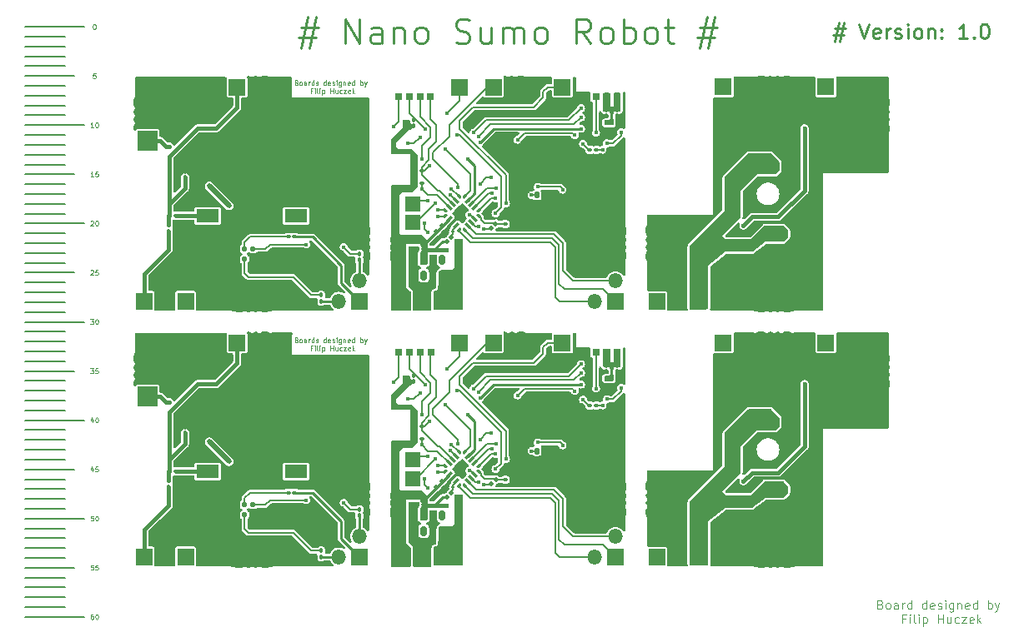
<source format=gbr>
%TF.GenerationSoftware,KiCad,Pcbnew,8.0.5*%
%TF.CreationDate,2024-11-09T23:01:36+01:00*%
%TF.ProjectId,NanoSumo_Mouse_Bites_Gerber_File,4e616e6f-5375-46d6-9f5f-4d6f7573655f,rev?*%
%TF.SameCoordinates,Original*%
%TF.FileFunction,Copper,L1,Top*%
%TF.FilePolarity,Positive*%
%FSLAX46Y46*%
G04 Gerber Fmt 4.6, Leading zero omitted, Abs format (unit mm)*
G04 Created by KiCad (PCBNEW 8.0.5) date 2024-11-09 23:01:36*
%MOMM*%
%LPD*%
G01*
G04 APERTURE LIST*
G04 Aperture macros list*
%AMRoundRect*
0 Rectangle with rounded corners*
0 $1 Rounding radius*
0 $2 $3 $4 $5 $6 $7 $8 $9 X,Y pos of 4 corners*
0 Add a 4 corners polygon primitive as box body*
4,1,4,$2,$3,$4,$5,$6,$7,$8,$9,$2,$3,0*
0 Add four circle primitives for the rounded corners*
1,1,$1+$1,$2,$3*
1,1,$1+$1,$4,$5*
1,1,$1+$1,$6,$7*
1,1,$1+$1,$8,$9*
0 Add four rect primitives between the rounded corners*
20,1,$1+$1,$2,$3,$4,$5,0*
20,1,$1+$1,$4,$5,$6,$7,0*
20,1,$1+$1,$6,$7,$8,$9,0*
20,1,$1+$1,$8,$9,$2,$3,0*%
%AMRotRect*
0 Rectangle, with rotation*
0 The origin of the aperture is its center*
0 $1 length*
0 $2 width*
0 $3 Rotation angle, in degrees counterclockwise*
0 Add horizontal line*
21,1,$1,$2,0,0,$3*%
%AMFreePoly0*
4,1,6,0.325000,0.000000,0.325000,-0.150000,-0.175000,-0.150000,-0.175000,0.150000,0.175000,0.150000,0.325000,0.000000,0.325000,0.000000,$1*%
%AMFreePoly1*
4,1,6,0.325000,0.000000,0.175000,-0.150000,-0.175000,-0.150000,-0.175000,0.150000,0.325000,0.150000,0.325000,0.000000,0.325000,0.000000,$1*%
%AMFreePoly2*
4,1,6,0.150000,-0.175000,-0.150000,-0.175000,-0.150000,0.175000,0.000000,0.325000,0.150000,0.325000,0.150000,-0.175000,0.150000,-0.175000,$1*%
%AMFreePoly3*
4,1,6,0.150000,0.175000,0.150000,-0.175000,-0.150000,-0.175000,-0.150000,0.325000,0.000000,0.325000,0.150000,0.175000,0.150000,0.175000,$1*%
%AMFreePoly4*
4,1,6,0.175000,-0.150000,-0.175000,-0.150000,-0.325000,0.000000,-0.325000,0.150000,0.175000,0.150000,0.175000,-0.150000,0.175000,-0.150000,$1*%
%AMFreePoly5*
4,1,7,0.175000,-0.150000,-0.175000,-0.150000,-0.325000,-0.150000,-0.325000,0.000000,-0.175000,0.150000,0.175000,0.150000,0.175000,-0.150000,0.175000,-0.150000,$1*%
%AMFreePoly6*
4,1,6,0.150000,-0.175000,0.000000,-0.325000,-0.150000,-0.325000,-0.150000,0.175000,0.150000,0.175000,0.150000,-0.175000,0.150000,-0.175000,$1*%
%AMFreePoly7*
4,1,6,0.150000,-0.325000,0.000000,-0.325000,-0.150000,-0.175000,-0.150000,0.175000,0.150000,0.175000,0.150000,-0.325000,0.150000,-0.325000,$1*%
G04 Aperture macros list end*
%ADD10C,0.120000*%
%TA.AperFunction,NonConductor*%
%ADD11C,0.120000*%
%TD*%
%TA.AperFunction,NonConductor*%
%ADD12C,0.200000*%
%TD*%
%ADD13C,0.220000*%
%TA.AperFunction,NonConductor*%
%ADD14C,0.220000*%
%TD*%
%TA.AperFunction,SMDPad,CuDef*%
%ADD15RoundRect,0.100000X-0.100000X0.130000X-0.100000X-0.130000X0.100000X-0.130000X0.100000X0.130000X0*%
%TD*%
%TA.AperFunction,SMDPad,CuDef*%
%ADD16RoundRect,0.175000X0.175000X0.325000X-0.175000X0.325000X-0.175000X-0.325000X0.175000X-0.325000X0*%
%TD*%
%TA.AperFunction,ComponentPad*%
%ADD17O,1.500000X1.500000*%
%TD*%
%TA.AperFunction,SMDPad,CuDef*%
%ADD18RoundRect,0.100000X0.100000X-0.130000X0.100000X0.130000X-0.100000X0.130000X-0.100000X-0.130000X0*%
%TD*%
%TA.AperFunction,SMDPad,CuDef*%
%ADD19FreePoly0,45.000000*%
%TD*%
%TA.AperFunction,SMDPad,CuDef*%
%ADD20RotRect,0.700000X0.300000X45.000000*%
%TD*%
%TA.AperFunction,SMDPad,CuDef*%
%ADD21FreePoly1,45.000000*%
%TD*%
%TA.AperFunction,SMDPad,CuDef*%
%ADD22FreePoly2,45.000000*%
%TD*%
%TA.AperFunction,SMDPad,CuDef*%
%ADD23RotRect,0.300000X0.700000X45.000000*%
%TD*%
%TA.AperFunction,SMDPad,CuDef*%
%ADD24FreePoly3,45.000000*%
%TD*%
%TA.AperFunction,SMDPad,CuDef*%
%ADD25FreePoly4,45.000000*%
%TD*%
%TA.AperFunction,SMDPad,CuDef*%
%ADD26FreePoly5,45.000000*%
%TD*%
%TA.AperFunction,SMDPad,CuDef*%
%ADD27FreePoly6,45.000000*%
%TD*%
%TA.AperFunction,SMDPad,CuDef*%
%ADD28FreePoly7,45.000000*%
%TD*%
%TA.AperFunction,ComponentPad*%
%ADD29R,1.700000X1.700000*%
%TD*%
%TA.AperFunction,SMDPad,CuDef*%
%ADD30RoundRect,0.100000X0.130000X0.100000X-0.130000X0.100000X-0.130000X-0.100000X0.130000X-0.100000X0*%
%TD*%
%TA.AperFunction,SMDPad,CuDef*%
%ADD31RoundRect,0.100000X-0.130000X-0.100000X0.130000X-0.100000X0.130000X0.100000X-0.130000X0.100000X0*%
%TD*%
%TA.AperFunction,SMDPad,CuDef*%
%ADD32RoundRect,0.117475X0.153035X-0.117475X0.153035X0.117475X-0.153035X0.117475X-0.153035X-0.117475X0*%
%TD*%
%TA.AperFunction,SMDPad,CuDef*%
%ADD33R,1.500000X1.500000*%
%TD*%
%TA.AperFunction,SMDPad,CuDef*%
%ADD34RoundRect,0.140000X-0.140000X-0.170000X0.140000X-0.170000X0.140000X0.170000X-0.140000X0.170000X0*%
%TD*%
%TA.AperFunction,SMDPad,CuDef*%
%ADD35RoundRect,0.100000X0.021213X0.162635X-0.162635X-0.021213X-0.021213X-0.162635X0.162635X0.021213X0*%
%TD*%
%TA.AperFunction,SMDPad,CuDef*%
%ADD36R,2.000000X2.000000*%
%TD*%
%TA.AperFunction,SMDPad,CuDef*%
%ADD37R,0.725000X0.700000*%
%TD*%
%TA.AperFunction,SMDPad,CuDef*%
%ADD38RoundRect,0.100000X0.162635X-0.021213X-0.021213X0.162635X-0.162635X0.021213X0.021213X-0.162635X0*%
%TD*%
%TA.AperFunction,SMDPad,CuDef*%
%ADD39R,2.300000X1.400000*%
%TD*%
%TA.AperFunction,ComponentPad*%
%ADD40O,1.200000X1.800000*%
%TD*%
%TA.AperFunction,ViaPad*%
%ADD41C,0.400000*%
%TD*%
%TA.AperFunction,ViaPad*%
%ADD42C,0.350000*%
%TD*%
%TA.AperFunction,Conductor*%
%ADD43C,0.200000*%
%TD*%
%TA.AperFunction,Conductor*%
%ADD44C,0.250000*%
%TD*%
%TA.AperFunction,Conductor*%
%ADD45C,0.400000*%
%TD*%
%TA.AperFunction,Conductor*%
%ADD46C,0.500000*%
%TD*%
G04 APERTURE END LIST*
D10*
D11*
X124627144Y-93286678D02*
X124698572Y-93310488D01*
X124698572Y-93310488D02*
X124722382Y-93334297D01*
X124722382Y-93334297D02*
X124746191Y-93381916D01*
X124746191Y-93381916D02*
X124746191Y-93453345D01*
X124746191Y-93453345D02*
X124722382Y-93500964D01*
X124722382Y-93500964D02*
X124698572Y-93524774D01*
X124698572Y-93524774D02*
X124650953Y-93548583D01*
X124650953Y-93548583D02*
X124460477Y-93548583D01*
X124460477Y-93548583D02*
X124460477Y-93048583D01*
X124460477Y-93048583D02*
X124627144Y-93048583D01*
X124627144Y-93048583D02*
X124674763Y-93072393D01*
X124674763Y-93072393D02*
X124698572Y-93096202D01*
X124698572Y-93096202D02*
X124722382Y-93143821D01*
X124722382Y-93143821D02*
X124722382Y-93191440D01*
X124722382Y-93191440D02*
X124698572Y-93239059D01*
X124698572Y-93239059D02*
X124674763Y-93262869D01*
X124674763Y-93262869D02*
X124627144Y-93286678D01*
X124627144Y-93286678D02*
X124460477Y-93286678D01*
X125031906Y-93548583D02*
X124984287Y-93524774D01*
X124984287Y-93524774D02*
X124960477Y-93500964D01*
X124960477Y-93500964D02*
X124936668Y-93453345D01*
X124936668Y-93453345D02*
X124936668Y-93310488D01*
X124936668Y-93310488D02*
X124960477Y-93262869D01*
X124960477Y-93262869D02*
X124984287Y-93239059D01*
X124984287Y-93239059D02*
X125031906Y-93215250D01*
X125031906Y-93215250D02*
X125103334Y-93215250D01*
X125103334Y-93215250D02*
X125150953Y-93239059D01*
X125150953Y-93239059D02*
X125174763Y-93262869D01*
X125174763Y-93262869D02*
X125198572Y-93310488D01*
X125198572Y-93310488D02*
X125198572Y-93453345D01*
X125198572Y-93453345D02*
X125174763Y-93500964D01*
X125174763Y-93500964D02*
X125150953Y-93524774D01*
X125150953Y-93524774D02*
X125103334Y-93548583D01*
X125103334Y-93548583D02*
X125031906Y-93548583D01*
X125627144Y-93548583D02*
X125627144Y-93286678D01*
X125627144Y-93286678D02*
X125603334Y-93239059D01*
X125603334Y-93239059D02*
X125555715Y-93215250D01*
X125555715Y-93215250D02*
X125460477Y-93215250D01*
X125460477Y-93215250D02*
X125412858Y-93239059D01*
X125627144Y-93524774D02*
X125579525Y-93548583D01*
X125579525Y-93548583D02*
X125460477Y-93548583D01*
X125460477Y-93548583D02*
X125412858Y-93524774D01*
X125412858Y-93524774D02*
X125389049Y-93477154D01*
X125389049Y-93477154D02*
X125389049Y-93429535D01*
X125389049Y-93429535D02*
X125412858Y-93381916D01*
X125412858Y-93381916D02*
X125460477Y-93358107D01*
X125460477Y-93358107D02*
X125579525Y-93358107D01*
X125579525Y-93358107D02*
X125627144Y-93334297D01*
X125865239Y-93548583D02*
X125865239Y-93215250D01*
X125865239Y-93310488D02*
X125889049Y-93262869D01*
X125889049Y-93262869D02*
X125912858Y-93239059D01*
X125912858Y-93239059D02*
X125960477Y-93215250D01*
X125960477Y-93215250D02*
X126008096Y-93215250D01*
X126389049Y-93548583D02*
X126389049Y-93048583D01*
X126389049Y-93524774D02*
X126341430Y-93548583D01*
X126341430Y-93548583D02*
X126246192Y-93548583D01*
X126246192Y-93548583D02*
X126198573Y-93524774D01*
X126198573Y-93524774D02*
X126174763Y-93500964D01*
X126174763Y-93500964D02*
X126150954Y-93453345D01*
X126150954Y-93453345D02*
X126150954Y-93310488D01*
X126150954Y-93310488D02*
X126174763Y-93262869D01*
X126174763Y-93262869D02*
X126198573Y-93239059D01*
X126198573Y-93239059D02*
X126246192Y-93215250D01*
X126246192Y-93215250D02*
X126341430Y-93215250D01*
X126341430Y-93215250D02*
X126389049Y-93239059D01*
X126603335Y-93524774D02*
X126650954Y-93548583D01*
X126650954Y-93548583D02*
X126746192Y-93548583D01*
X126746192Y-93548583D02*
X126793811Y-93524774D01*
X126793811Y-93524774D02*
X126817620Y-93477154D01*
X126817620Y-93477154D02*
X126817620Y-93453345D01*
X126817620Y-93453345D02*
X126793811Y-93405726D01*
X126793811Y-93405726D02*
X126746192Y-93381916D01*
X126746192Y-93381916D02*
X126674763Y-93381916D01*
X126674763Y-93381916D02*
X126627144Y-93358107D01*
X126627144Y-93358107D02*
X126603335Y-93310488D01*
X126603335Y-93310488D02*
X126603335Y-93286678D01*
X126603335Y-93286678D02*
X126627144Y-93239059D01*
X126627144Y-93239059D02*
X126674763Y-93215250D01*
X126674763Y-93215250D02*
X126746192Y-93215250D01*
X126746192Y-93215250D02*
X126793811Y-93239059D01*
X127627144Y-93548583D02*
X127627144Y-93048583D01*
X127627144Y-93524774D02*
X127579525Y-93548583D01*
X127579525Y-93548583D02*
X127484287Y-93548583D01*
X127484287Y-93548583D02*
X127436668Y-93524774D01*
X127436668Y-93524774D02*
X127412858Y-93500964D01*
X127412858Y-93500964D02*
X127389049Y-93453345D01*
X127389049Y-93453345D02*
X127389049Y-93310488D01*
X127389049Y-93310488D02*
X127412858Y-93262869D01*
X127412858Y-93262869D02*
X127436668Y-93239059D01*
X127436668Y-93239059D02*
X127484287Y-93215250D01*
X127484287Y-93215250D02*
X127579525Y-93215250D01*
X127579525Y-93215250D02*
X127627144Y-93239059D01*
X128055715Y-93524774D02*
X128008096Y-93548583D01*
X128008096Y-93548583D02*
X127912858Y-93548583D01*
X127912858Y-93548583D02*
X127865239Y-93524774D01*
X127865239Y-93524774D02*
X127841430Y-93477154D01*
X127841430Y-93477154D02*
X127841430Y-93286678D01*
X127841430Y-93286678D02*
X127865239Y-93239059D01*
X127865239Y-93239059D02*
X127912858Y-93215250D01*
X127912858Y-93215250D02*
X128008096Y-93215250D01*
X128008096Y-93215250D02*
X128055715Y-93239059D01*
X128055715Y-93239059D02*
X128079525Y-93286678D01*
X128079525Y-93286678D02*
X128079525Y-93334297D01*
X128079525Y-93334297D02*
X127841430Y-93381916D01*
X128270001Y-93524774D02*
X128317620Y-93548583D01*
X128317620Y-93548583D02*
X128412858Y-93548583D01*
X128412858Y-93548583D02*
X128460477Y-93524774D01*
X128460477Y-93524774D02*
X128484286Y-93477154D01*
X128484286Y-93477154D02*
X128484286Y-93453345D01*
X128484286Y-93453345D02*
X128460477Y-93405726D01*
X128460477Y-93405726D02*
X128412858Y-93381916D01*
X128412858Y-93381916D02*
X128341429Y-93381916D01*
X128341429Y-93381916D02*
X128293810Y-93358107D01*
X128293810Y-93358107D02*
X128270001Y-93310488D01*
X128270001Y-93310488D02*
X128270001Y-93286678D01*
X128270001Y-93286678D02*
X128293810Y-93239059D01*
X128293810Y-93239059D02*
X128341429Y-93215250D01*
X128341429Y-93215250D02*
X128412858Y-93215250D01*
X128412858Y-93215250D02*
X128460477Y-93239059D01*
X128698572Y-93548583D02*
X128698572Y-93215250D01*
X128698572Y-93048583D02*
X128674763Y-93072393D01*
X128674763Y-93072393D02*
X128698572Y-93096202D01*
X128698572Y-93096202D02*
X128722382Y-93072393D01*
X128722382Y-93072393D02*
X128698572Y-93048583D01*
X128698572Y-93048583D02*
X128698572Y-93096202D01*
X129150953Y-93215250D02*
X129150953Y-93620012D01*
X129150953Y-93620012D02*
X129127143Y-93667631D01*
X129127143Y-93667631D02*
X129103334Y-93691440D01*
X129103334Y-93691440D02*
X129055715Y-93715250D01*
X129055715Y-93715250D02*
X128984286Y-93715250D01*
X128984286Y-93715250D02*
X128936667Y-93691440D01*
X129150953Y-93524774D02*
X129103334Y-93548583D01*
X129103334Y-93548583D02*
X129008096Y-93548583D01*
X129008096Y-93548583D02*
X128960477Y-93524774D01*
X128960477Y-93524774D02*
X128936667Y-93500964D01*
X128936667Y-93500964D02*
X128912858Y-93453345D01*
X128912858Y-93453345D02*
X128912858Y-93310488D01*
X128912858Y-93310488D02*
X128936667Y-93262869D01*
X128936667Y-93262869D02*
X128960477Y-93239059D01*
X128960477Y-93239059D02*
X129008096Y-93215250D01*
X129008096Y-93215250D02*
X129103334Y-93215250D01*
X129103334Y-93215250D02*
X129150953Y-93239059D01*
X129389048Y-93215250D02*
X129389048Y-93548583D01*
X129389048Y-93262869D02*
X129412858Y-93239059D01*
X129412858Y-93239059D02*
X129460477Y-93215250D01*
X129460477Y-93215250D02*
X129531905Y-93215250D01*
X129531905Y-93215250D02*
X129579524Y-93239059D01*
X129579524Y-93239059D02*
X129603334Y-93286678D01*
X129603334Y-93286678D02*
X129603334Y-93548583D01*
X130031905Y-93524774D02*
X129984286Y-93548583D01*
X129984286Y-93548583D02*
X129889048Y-93548583D01*
X129889048Y-93548583D02*
X129841429Y-93524774D01*
X129841429Y-93524774D02*
X129817620Y-93477154D01*
X129817620Y-93477154D02*
X129817620Y-93286678D01*
X129817620Y-93286678D02*
X129841429Y-93239059D01*
X129841429Y-93239059D02*
X129889048Y-93215250D01*
X129889048Y-93215250D02*
X129984286Y-93215250D01*
X129984286Y-93215250D02*
X130031905Y-93239059D01*
X130031905Y-93239059D02*
X130055715Y-93286678D01*
X130055715Y-93286678D02*
X130055715Y-93334297D01*
X130055715Y-93334297D02*
X129817620Y-93381916D01*
X130484286Y-93548583D02*
X130484286Y-93048583D01*
X130484286Y-93524774D02*
X130436667Y-93548583D01*
X130436667Y-93548583D02*
X130341429Y-93548583D01*
X130341429Y-93548583D02*
X130293810Y-93524774D01*
X130293810Y-93524774D02*
X130270000Y-93500964D01*
X130270000Y-93500964D02*
X130246191Y-93453345D01*
X130246191Y-93453345D02*
X130246191Y-93310488D01*
X130246191Y-93310488D02*
X130270000Y-93262869D01*
X130270000Y-93262869D02*
X130293810Y-93239059D01*
X130293810Y-93239059D02*
X130341429Y-93215250D01*
X130341429Y-93215250D02*
X130436667Y-93215250D01*
X130436667Y-93215250D02*
X130484286Y-93239059D01*
X131103333Y-93548583D02*
X131103333Y-93048583D01*
X131103333Y-93239059D02*
X131150952Y-93215250D01*
X131150952Y-93215250D02*
X131246190Y-93215250D01*
X131246190Y-93215250D02*
X131293809Y-93239059D01*
X131293809Y-93239059D02*
X131317619Y-93262869D01*
X131317619Y-93262869D02*
X131341428Y-93310488D01*
X131341428Y-93310488D02*
X131341428Y-93453345D01*
X131341428Y-93453345D02*
X131317619Y-93500964D01*
X131317619Y-93500964D02*
X131293809Y-93524774D01*
X131293809Y-93524774D02*
X131246190Y-93548583D01*
X131246190Y-93548583D02*
X131150952Y-93548583D01*
X131150952Y-93548583D02*
X131103333Y-93524774D01*
X131508095Y-93215250D02*
X131627143Y-93548583D01*
X131746190Y-93215250D02*
X131627143Y-93548583D01*
X131627143Y-93548583D02*
X131579524Y-93667631D01*
X131579524Y-93667631D02*
X131555714Y-93691440D01*
X131555714Y-93691440D02*
X131508095Y-93715250D01*
X126234286Y-94091650D02*
X126067619Y-94091650D01*
X126067619Y-94353555D02*
X126067619Y-93853555D01*
X126067619Y-93853555D02*
X126305714Y-93853555D01*
X126496190Y-94353555D02*
X126496190Y-94020222D01*
X126496190Y-93853555D02*
X126472381Y-93877365D01*
X126472381Y-93877365D02*
X126496190Y-93901174D01*
X126496190Y-93901174D02*
X126520000Y-93877365D01*
X126520000Y-93877365D02*
X126496190Y-93853555D01*
X126496190Y-93853555D02*
X126496190Y-93901174D01*
X126805714Y-94353555D02*
X126758095Y-94329746D01*
X126758095Y-94329746D02*
X126734285Y-94282126D01*
X126734285Y-94282126D02*
X126734285Y-93853555D01*
X126996190Y-94353555D02*
X126996190Y-94020222D01*
X126996190Y-93853555D02*
X126972381Y-93877365D01*
X126972381Y-93877365D02*
X126996190Y-93901174D01*
X126996190Y-93901174D02*
X127020000Y-93877365D01*
X127020000Y-93877365D02*
X126996190Y-93853555D01*
X126996190Y-93853555D02*
X126996190Y-93901174D01*
X127234285Y-94020222D02*
X127234285Y-94520222D01*
X127234285Y-94044031D02*
X127281904Y-94020222D01*
X127281904Y-94020222D02*
X127377142Y-94020222D01*
X127377142Y-94020222D02*
X127424761Y-94044031D01*
X127424761Y-94044031D02*
X127448571Y-94067841D01*
X127448571Y-94067841D02*
X127472380Y-94115460D01*
X127472380Y-94115460D02*
X127472380Y-94258317D01*
X127472380Y-94258317D02*
X127448571Y-94305936D01*
X127448571Y-94305936D02*
X127424761Y-94329746D01*
X127424761Y-94329746D02*
X127377142Y-94353555D01*
X127377142Y-94353555D02*
X127281904Y-94353555D01*
X127281904Y-94353555D02*
X127234285Y-94329746D01*
X128067618Y-94353555D02*
X128067618Y-93853555D01*
X128067618Y-94091650D02*
X128353332Y-94091650D01*
X128353332Y-94353555D02*
X128353332Y-93853555D01*
X128805714Y-94020222D02*
X128805714Y-94353555D01*
X128591428Y-94020222D02*
X128591428Y-94282126D01*
X128591428Y-94282126D02*
X128615238Y-94329746D01*
X128615238Y-94329746D02*
X128662857Y-94353555D01*
X128662857Y-94353555D02*
X128734285Y-94353555D01*
X128734285Y-94353555D02*
X128781904Y-94329746D01*
X128781904Y-94329746D02*
X128805714Y-94305936D01*
X129258095Y-94329746D02*
X129210476Y-94353555D01*
X129210476Y-94353555D02*
X129115238Y-94353555D01*
X129115238Y-94353555D02*
X129067619Y-94329746D01*
X129067619Y-94329746D02*
X129043809Y-94305936D01*
X129043809Y-94305936D02*
X129020000Y-94258317D01*
X129020000Y-94258317D02*
X129020000Y-94115460D01*
X129020000Y-94115460D02*
X129043809Y-94067841D01*
X129043809Y-94067841D02*
X129067619Y-94044031D01*
X129067619Y-94044031D02*
X129115238Y-94020222D01*
X129115238Y-94020222D02*
X129210476Y-94020222D01*
X129210476Y-94020222D02*
X129258095Y-94044031D01*
X129424761Y-94020222D02*
X129686666Y-94020222D01*
X129686666Y-94020222D02*
X129424761Y-94353555D01*
X129424761Y-94353555D02*
X129686666Y-94353555D01*
X130067618Y-94329746D02*
X130019999Y-94353555D01*
X130019999Y-94353555D02*
X129924761Y-94353555D01*
X129924761Y-94353555D02*
X129877142Y-94329746D01*
X129877142Y-94329746D02*
X129853333Y-94282126D01*
X129853333Y-94282126D02*
X129853333Y-94091650D01*
X129853333Y-94091650D02*
X129877142Y-94044031D01*
X129877142Y-94044031D02*
X129924761Y-94020222D01*
X129924761Y-94020222D02*
X130019999Y-94020222D01*
X130019999Y-94020222D02*
X130067618Y-94044031D01*
X130067618Y-94044031D02*
X130091428Y-94091650D01*
X130091428Y-94091650D02*
X130091428Y-94139269D01*
X130091428Y-94139269D02*
X129853333Y-94186888D01*
X130305713Y-94353555D02*
X130305713Y-93853555D01*
X130353332Y-94163079D02*
X130496189Y-94353555D01*
X130496189Y-94020222D02*
X130305713Y-94210698D01*
D10*
D11*
X124627144Y-67124678D02*
X124698572Y-67148488D01*
X124698572Y-67148488D02*
X124722382Y-67172297D01*
X124722382Y-67172297D02*
X124746191Y-67219916D01*
X124746191Y-67219916D02*
X124746191Y-67291345D01*
X124746191Y-67291345D02*
X124722382Y-67338964D01*
X124722382Y-67338964D02*
X124698572Y-67362774D01*
X124698572Y-67362774D02*
X124650953Y-67386583D01*
X124650953Y-67386583D02*
X124460477Y-67386583D01*
X124460477Y-67386583D02*
X124460477Y-66886583D01*
X124460477Y-66886583D02*
X124627144Y-66886583D01*
X124627144Y-66886583D02*
X124674763Y-66910393D01*
X124674763Y-66910393D02*
X124698572Y-66934202D01*
X124698572Y-66934202D02*
X124722382Y-66981821D01*
X124722382Y-66981821D02*
X124722382Y-67029440D01*
X124722382Y-67029440D02*
X124698572Y-67077059D01*
X124698572Y-67077059D02*
X124674763Y-67100869D01*
X124674763Y-67100869D02*
X124627144Y-67124678D01*
X124627144Y-67124678D02*
X124460477Y-67124678D01*
X125031906Y-67386583D02*
X124984287Y-67362774D01*
X124984287Y-67362774D02*
X124960477Y-67338964D01*
X124960477Y-67338964D02*
X124936668Y-67291345D01*
X124936668Y-67291345D02*
X124936668Y-67148488D01*
X124936668Y-67148488D02*
X124960477Y-67100869D01*
X124960477Y-67100869D02*
X124984287Y-67077059D01*
X124984287Y-67077059D02*
X125031906Y-67053250D01*
X125031906Y-67053250D02*
X125103334Y-67053250D01*
X125103334Y-67053250D02*
X125150953Y-67077059D01*
X125150953Y-67077059D02*
X125174763Y-67100869D01*
X125174763Y-67100869D02*
X125198572Y-67148488D01*
X125198572Y-67148488D02*
X125198572Y-67291345D01*
X125198572Y-67291345D02*
X125174763Y-67338964D01*
X125174763Y-67338964D02*
X125150953Y-67362774D01*
X125150953Y-67362774D02*
X125103334Y-67386583D01*
X125103334Y-67386583D02*
X125031906Y-67386583D01*
X125627144Y-67386583D02*
X125627144Y-67124678D01*
X125627144Y-67124678D02*
X125603334Y-67077059D01*
X125603334Y-67077059D02*
X125555715Y-67053250D01*
X125555715Y-67053250D02*
X125460477Y-67053250D01*
X125460477Y-67053250D02*
X125412858Y-67077059D01*
X125627144Y-67362774D02*
X125579525Y-67386583D01*
X125579525Y-67386583D02*
X125460477Y-67386583D01*
X125460477Y-67386583D02*
X125412858Y-67362774D01*
X125412858Y-67362774D02*
X125389049Y-67315154D01*
X125389049Y-67315154D02*
X125389049Y-67267535D01*
X125389049Y-67267535D02*
X125412858Y-67219916D01*
X125412858Y-67219916D02*
X125460477Y-67196107D01*
X125460477Y-67196107D02*
X125579525Y-67196107D01*
X125579525Y-67196107D02*
X125627144Y-67172297D01*
X125865239Y-67386583D02*
X125865239Y-67053250D01*
X125865239Y-67148488D02*
X125889049Y-67100869D01*
X125889049Y-67100869D02*
X125912858Y-67077059D01*
X125912858Y-67077059D02*
X125960477Y-67053250D01*
X125960477Y-67053250D02*
X126008096Y-67053250D01*
X126389049Y-67386583D02*
X126389049Y-66886583D01*
X126389049Y-67362774D02*
X126341430Y-67386583D01*
X126341430Y-67386583D02*
X126246192Y-67386583D01*
X126246192Y-67386583D02*
X126198573Y-67362774D01*
X126198573Y-67362774D02*
X126174763Y-67338964D01*
X126174763Y-67338964D02*
X126150954Y-67291345D01*
X126150954Y-67291345D02*
X126150954Y-67148488D01*
X126150954Y-67148488D02*
X126174763Y-67100869D01*
X126174763Y-67100869D02*
X126198573Y-67077059D01*
X126198573Y-67077059D02*
X126246192Y-67053250D01*
X126246192Y-67053250D02*
X126341430Y-67053250D01*
X126341430Y-67053250D02*
X126389049Y-67077059D01*
X126603335Y-67362774D02*
X126650954Y-67386583D01*
X126650954Y-67386583D02*
X126746192Y-67386583D01*
X126746192Y-67386583D02*
X126793811Y-67362774D01*
X126793811Y-67362774D02*
X126817620Y-67315154D01*
X126817620Y-67315154D02*
X126817620Y-67291345D01*
X126817620Y-67291345D02*
X126793811Y-67243726D01*
X126793811Y-67243726D02*
X126746192Y-67219916D01*
X126746192Y-67219916D02*
X126674763Y-67219916D01*
X126674763Y-67219916D02*
X126627144Y-67196107D01*
X126627144Y-67196107D02*
X126603335Y-67148488D01*
X126603335Y-67148488D02*
X126603335Y-67124678D01*
X126603335Y-67124678D02*
X126627144Y-67077059D01*
X126627144Y-67077059D02*
X126674763Y-67053250D01*
X126674763Y-67053250D02*
X126746192Y-67053250D01*
X126746192Y-67053250D02*
X126793811Y-67077059D01*
X127627144Y-67386583D02*
X127627144Y-66886583D01*
X127627144Y-67362774D02*
X127579525Y-67386583D01*
X127579525Y-67386583D02*
X127484287Y-67386583D01*
X127484287Y-67386583D02*
X127436668Y-67362774D01*
X127436668Y-67362774D02*
X127412858Y-67338964D01*
X127412858Y-67338964D02*
X127389049Y-67291345D01*
X127389049Y-67291345D02*
X127389049Y-67148488D01*
X127389049Y-67148488D02*
X127412858Y-67100869D01*
X127412858Y-67100869D02*
X127436668Y-67077059D01*
X127436668Y-67077059D02*
X127484287Y-67053250D01*
X127484287Y-67053250D02*
X127579525Y-67053250D01*
X127579525Y-67053250D02*
X127627144Y-67077059D01*
X128055715Y-67362774D02*
X128008096Y-67386583D01*
X128008096Y-67386583D02*
X127912858Y-67386583D01*
X127912858Y-67386583D02*
X127865239Y-67362774D01*
X127865239Y-67362774D02*
X127841430Y-67315154D01*
X127841430Y-67315154D02*
X127841430Y-67124678D01*
X127841430Y-67124678D02*
X127865239Y-67077059D01*
X127865239Y-67077059D02*
X127912858Y-67053250D01*
X127912858Y-67053250D02*
X128008096Y-67053250D01*
X128008096Y-67053250D02*
X128055715Y-67077059D01*
X128055715Y-67077059D02*
X128079525Y-67124678D01*
X128079525Y-67124678D02*
X128079525Y-67172297D01*
X128079525Y-67172297D02*
X127841430Y-67219916D01*
X128270001Y-67362774D02*
X128317620Y-67386583D01*
X128317620Y-67386583D02*
X128412858Y-67386583D01*
X128412858Y-67386583D02*
X128460477Y-67362774D01*
X128460477Y-67362774D02*
X128484286Y-67315154D01*
X128484286Y-67315154D02*
X128484286Y-67291345D01*
X128484286Y-67291345D02*
X128460477Y-67243726D01*
X128460477Y-67243726D02*
X128412858Y-67219916D01*
X128412858Y-67219916D02*
X128341429Y-67219916D01*
X128341429Y-67219916D02*
X128293810Y-67196107D01*
X128293810Y-67196107D02*
X128270001Y-67148488D01*
X128270001Y-67148488D02*
X128270001Y-67124678D01*
X128270001Y-67124678D02*
X128293810Y-67077059D01*
X128293810Y-67077059D02*
X128341429Y-67053250D01*
X128341429Y-67053250D02*
X128412858Y-67053250D01*
X128412858Y-67053250D02*
X128460477Y-67077059D01*
X128698572Y-67386583D02*
X128698572Y-67053250D01*
X128698572Y-66886583D02*
X128674763Y-66910393D01*
X128674763Y-66910393D02*
X128698572Y-66934202D01*
X128698572Y-66934202D02*
X128722382Y-66910393D01*
X128722382Y-66910393D02*
X128698572Y-66886583D01*
X128698572Y-66886583D02*
X128698572Y-66934202D01*
X129150953Y-67053250D02*
X129150953Y-67458012D01*
X129150953Y-67458012D02*
X129127143Y-67505631D01*
X129127143Y-67505631D02*
X129103334Y-67529440D01*
X129103334Y-67529440D02*
X129055715Y-67553250D01*
X129055715Y-67553250D02*
X128984286Y-67553250D01*
X128984286Y-67553250D02*
X128936667Y-67529440D01*
X129150953Y-67362774D02*
X129103334Y-67386583D01*
X129103334Y-67386583D02*
X129008096Y-67386583D01*
X129008096Y-67386583D02*
X128960477Y-67362774D01*
X128960477Y-67362774D02*
X128936667Y-67338964D01*
X128936667Y-67338964D02*
X128912858Y-67291345D01*
X128912858Y-67291345D02*
X128912858Y-67148488D01*
X128912858Y-67148488D02*
X128936667Y-67100869D01*
X128936667Y-67100869D02*
X128960477Y-67077059D01*
X128960477Y-67077059D02*
X129008096Y-67053250D01*
X129008096Y-67053250D02*
X129103334Y-67053250D01*
X129103334Y-67053250D02*
X129150953Y-67077059D01*
X129389048Y-67053250D02*
X129389048Y-67386583D01*
X129389048Y-67100869D02*
X129412858Y-67077059D01*
X129412858Y-67077059D02*
X129460477Y-67053250D01*
X129460477Y-67053250D02*
X129531905Y-67053250D01*
X129531905Y-67053250D02*
X129579524Y-67077059D01*
X129579524Y-67077059D02*
X129603334Y-67124678D01*
X129603334Y-67124678D02*
X129603334Y-67386583D01*
X130031905Y-67362774D02*
X129984286Y-67386583D01*
X129984286Y-67386583D02*
X129889048Y-67386583D01*
X129889048Y-67386583D02*
X129841429Y-67362774D01*
X129841429Y-67362774D02*
X129817620Y-67315154D01*
X129817620Y-67315154D02*
X129817620Y-67124678D01*
X129817620Y-67124678D02*
X129841429Y-67077059D01*
X129841429Y-67077059D02*
X129889048Y-67053250D01*
X129889048Y-67053250D02*
X129984286Y-67053250D01*
X129984286Y-67053250D02*
X130031905Y-67077059D01*
X130031905Y-67077059D02*
X130055715Y-67124678D01*
X130055715Y-67124678D02*
X130055715Y-67172297D01*
X130055715Y-67172297D02*
X129817620Y-67219916D01*
X130484286Y-67386583D02*
X130484286Y-66886583D01*
X130484286Y-67362774D02*
X130436667Y-67386583D01*
X130436667Y-67386583D02*
X130341429Y-67386583D01*
X130341429Y-67386583D02*
X130293810Y-67362774D01*
X130293810Y-67362774D02*
X130270000Y-67338964D01*
X130270000Y-67338964D02*
X130246191Y-67291345D01*
X130246191Y-67291345D02*
X130246191Y-67148488D01*
X130246191Y-67148488D02*
X130270000Y-67100869D01*
X130270000Y-67100869D02*
X130293810Y-67077059D01*
X130293810Y-67077059D02*
X130341429Y-67053250D01*
X130341429Y-67053250D02*
X130436667Y-67053250D01*
X130436667Y-67053250D02*
X130484286Y-67077059D01*
X131103333Y-67386583D02*
X131103333Y-66886583D01*
X131103333Y-67077059D02*
X131150952Y-67053250D01*
X131150952Y-67053250D02*
X131246190Y-67053250D01*
X131246190Y-67053250D02*
X131293809Y-67077059D01*
X131293809Y-67077059D02*
X131317619Y-67100869D01*
X131317619Y-67100869D02*
X131341428Y-67148488D01*
X131341428Y-67148488D02*
X131341428Y-67291345D01*
X131341428Y-67291345D02*
X131317619Y-67338964D01*
X131317619Y-67338964D02*
X131293809Y-67362774D01*
X131293809Y-67362774D02*
X131246190Y-67386583D01*
X131246190Y-67386583D02*
X131150952Y-67386583D01*
X131150952Y-67386583D02*
X131103333Y-67362774D01*
X131508095Y-67053250D02*
X131627143Y-67386583D01*
X131746190Y-67053250D02*
X131627143Y-67386583D01*
X131627143Y-67386583D02*
X131579524Y-67505631D01*
X131579524Y-67505631D02*
X131555714Y-67529440D01*
X131555714Y-67529440D02*
X131508095Y-67553250D01*
X126234286Y-67929650D02*
X126067619Y-67929650D01*
X126067619Y-68191555D02*
X126067619Y-67691555D01*
X126067619Y-67691555D02*
X126305714Y-67691555D01*
X126496190Y-68191555D02*
X126496190Y-67858222D01*
X126496190Y-67691555D02*
X126472381Y-67715365D01*
X126472381Y-67715365D02*
X126496190Y-67739174D01*
X126496190Y-67739174D02*
X126520000Y-67715365D01*
X126520000Y-67715365D02*
X126496190Y-67691555D01*
X126496190Y-67691555D02*
X126496190Y-67739174D01*
X126805714Y-68191555D02*
X126758095Y-68167746D01*
X126758095Y-68167746D02*
X126734285Y-68120126D01*
X126734285Y-68120126D02*
X126734285Y-67691555D01*
X126996190Y-68191555D02*
X126996190Y-67858222D01*
X126996190Y-67691555D02*
X126972381Y-67715365D01*
X126972381Y-67715365D02*
X126996190Y-67739174D01*
X126996190Y-67739174D02*
X127020000Y-67715365D01*
X127020000Y-67715365D02*
X126996190Y-67691555D01*
X126996190Y-67691555D02*
X126996190Y-67739174D01*
X127234285Y-67858222D02*
X127234285Y-68358222D01*
X127234285Y-67882031D02*
X127281904Y-67858222D01*
X127281904Y-67858222D02*
X127377142Y-67858222D01*
X127377142Y-67858222D02*
X127424761Y-67882031D01*
X127424761Y-67882031D02*
X127448571Y-67905841D01*
X127448571Y-67905841D02*
X127472380Y-67953460D01*
X127472380Y-67953460D02*
X127472380Y-68096317D01*
X127472380Y-68096317D02*
X127448571Y-68143936D01*
X127448571Y-68143936D02*
X127424761Y-68167746D01*
X127424761Y-68167746D02*
X127377142Y-68191555D01*
X127377142Y-68191555D02*
X127281904Y-68191555D01*
X127281904Y-68191555D02*
X127234285Y-68167746D01*
X128067618Y-68191555D02*
X128067618Y-67691555D01*
X128067618Y-67929650D02*
X128353332Y-67929650D01*
X128353332Y-68191555D02*
X128353332Y-67691555D01*
X128805714Y-67858222D02*
X128805714Y-68191555D01*
X128591428Y-67858222D02*
X128591428Y-68120126D01*
X128591428Y-68120126D02*
X128615238Y-68167746D01*
X128615238Y-68167746D02*
X128662857Y-68191555D01*
X128662857Y-68191555D02*
X128734285Y-68191555D01*
X128734285Y-68191555D02*
X128781904Y-68167746D01*
X128781904Y-68167746D02*
X128805714Y-68143936D01*
X129258095Y-68167746D02*
X129210476Y-68191555D01*
X129210476Y-68191555D02*
X129115238Y-68191555D01*
X129115238Y-68191555D02*
X129067619Y-68167746D01*
X129067619Y-68167746D02*
X129043809Y-68143936D01*
X129043809Y-68143936D02*
X129020000Y-68096317D01*
X129020000Y-68096317D02*
X129020000Y-67953460D01*
X129020000Y-67953460D02*
X129043809Y-67905841D01*
X129043809Y-67905841D02*
X129067619Y-67882031D01*
X129067619Y-67882031D02*
X129115238Y-67858222D01*
X129115238Y-67858222D02*
X129210476Y-67858222D01*
X129210476Y-67858222D02*
X129258095Y-67882031D01*
X129424761Y-67858222D02*
X129686666Y-67858222D01*
X129686666Y-67858222D02*
X129424761Y-68191555D01*
X129424761Y-68191555D02*
X129686666Y-68191555D01*
X130067618Y-68167746D02*
X130019999Y-68191555D01*
X130019999Y-68191555D02*
X129924761Y-68191555D01*
X129924761Y-68191555D02*
X129877142Y-68167746D01*
X129877142Y-68167746D02*
X129853333Y-68120126D01*
X129853333Y-68120126D02*
X129853333Y-67929650D01*
X129853333Y-67929650D02*
X129877142Y-67882031D01*
X129877142Y-67882031D02*
X129924761Y-67858222D01*
X129924761Y-67858222D02*
X130019999Y-67858222D01*
X130019999Y-67858222D02*
X130067618Y-67882031D01*
X130067618Y-67882031D02*
X130091428Y-67929650D01*
X130091428Y-67929650D02*
X130091428Y-67977269D01*
X130091428Y-67977269D02*
X129853333Y-68024888D01*
X130305713Y-68191555D02*
X130305713Y-67691555D01*
X130353332Y-68001079D02*
X130496189Y-68191555D01*
X130496189Y-67858222D02*
X130305713Y-68048698D01*
D12*
X97104000Y-113444000D02*
X101104000Y-113444000D01*
X97104000Y-111444000D02*
X103104000Y-111444000D01*
X97104000Y-77444000D02*
X101104000Y-77444000D01*
X97104000Y-97444000D02*
X101104000Y-97444000D01*
X97104000Y-74444000D02*
X101104000Y-74444000D01*
X97104000Y-106444000D02*
X102104000Y-106444000D01*
X97104000Y-85444000D02*
X101104000Y-85444000D01*
X97104000Y-117444000D02*
X101104000Y-117444000D01*
X97104000Y-78444000D02*
X101104000Y-78444000D01*
X97104000Y-75444000D02*
X101104000Y-75444000D01*
X97104000Y-110444000D02*
X101104000Y-110444000D01*
X97104000Y-120444000D02*
X101104000Y-120444000D01*
X97104000Y-115444000D02*
X101104000Y-115444000D01*
X97104000Y-92444000D02*
X101104000Y-92444000D01*
X97104000Y-100444000D02*
X101104000Y-100444000D01*
X97104000Y-94444000D02*
X101104000Y-94444000D01*
X97104000Y-90444000D02*
X101104000Y-90444000D01*
X97104000Y-83444000D02*
X101104000Y-83444000D01*
X97104000Y-72444000D02*
X101104000Y-72444000D01*
X97104000Y-82444000D02*
X101104000Y-82444000D01*
X97104000Y-96444000D02*
X102104000Y-96444000D01*
X97104000Y-65444000D02*
X101104000Y-65444000D01*
X97104000Y-108444000D02*
X101104000Y-108444000D01*
X97104000Y-64444000D02*
X101104000Y-64444000D01*
X97104000Y-71444000D02*
X103104000Y-71444000D01*
X97104000Y-121444000D02*
X103104000Y-121444000D01*
X97104000Y-63444000D02*
X101104000Y-63444000D01*
X97104000Y-112444000D02*
X101104000Y-112444000D01*
X97104000Y-102444000D02*
X101104000Y-102444000D01*
X97104000Y-88444000D02*
X101104000Y-88444000D01*
X97104000Y-105444000D02*
X101104000Y-105444000D01*
X97104000Y-61444000D02*
X103104000Y-61444000D01*
X97104000Y-79444000D02*
X101104000Y-79444000D01*
X97104000Y-86444000D02*
X102104000Y-86444000D01*
X97104000Y-80444000D02*
X101104000Y-80444000D01*
X97104000Y-103444000D02*
X101104000Y-103444000D01*
X97104000Y-109444000D02*
X101104000Y-109444000D01*
X97104000Y-66444000D02*
X102104000Y-66444000D01*
X97104000Y-87444000D02*
X101104000Y-87444000D01*
X97104000Y-76444000D02*
X102104000Y-76444000D01*
X97104000Y-73444000D02*
X101104000Y-73444000D01*
X97104000Y-104444000D02*
X101104000Y-104444000D01*
X97104000Y-119444000D02*
X101104000Y-119444000D01*
X97104000Y-62444000D02*
X101104000Y-62444000D01*
X97104000Y-114444000D02*
X101104000Y-114444000D01*
X97104000Y-99444000D02*
X101104000Y-99444000D01*
X97104000Y-69444000D02*
X101104000Y-69444000D01*
X97104000Y-67444000D02*
X101104000Y-67444000D01*
X97104000Y-98444000D02*
X101104000Y-98444000D01*
X97104000Y-118444000D02*
X101104000Y-118444000D01*
X97104000Y-107444000D02*
X101104000Y-107444000D01*
X97104000Y-93444000D02*
X101104000Y-93444000D01*
X97104000Y-116444000D02*
X102104000Y-116444000D01*
X97104000Y-84444000D02*
X101104000Y-84444000D01*
X97104000Y-91444000D02*
X103104000Y-91444000D01*
X97104000Y-89444000D02*
X101104000Y-89444000D01*
X97104000Y-70444000D02*
X101104000Y-70444000D01*
X97104000Y-101444000D02*
X103104000Y-101444000D01*
X97104000Y-68444000D02*
X101104000Y-68444000D01*
X97104000Y-81444000D02*
X103104000Y-81444000D01*
X97104000Y-95444000D02*
X101104000Y-95444000D01*
D10*
D11*
X183911142Y-120161213D02*
X184039714Y-120204070D01*
X184039714Y-120204070D02*
X184082571Y-120246927D01*
X184082571Y-120246927D02*
X184125428Y-120332642D01*
X184125428Y-120332642D02*
X184125428Y-120461213D01*
X184125428Y-120461213D02*
X184082571Y-120546927D01*
X184082571Y-120546927D02*
X184039714Y-120589785D01*
X184039714Y-120589785D02*
X183953999Y-120632642D01*
X183953999Y-120632642D02*
X183611142Y-120632642D01*
X183611142Y-120632642D02*
X183611142Y-119732642D01*
X183611142Y-119732642D02*
X183911142Y-119732642D01*
X183911142Y-119732642D02*
X183996857Y-119775499D01*
X183996857Y-119775499D02*
X184039714Y-119818356D01*
X184039714Y-119818356D02*
X184082571Y-119904070D01*
X184082571Y-119904070D02*
X184082571Y-119989785D01*
X184082571Y-119989785D02*
X184039714Y-120075499D01*
X184039714Y-120075499D02*
X183996857Y-120118356D01*
X183996857Y-120118356D02*
X183911142Y-120161213D01*
X183911142Y-120161213D02*
X183611142Y-120161213D01*
X184639714Y-120632642D02*
X184553999Y-120589785D01*
X184553999Y-120589785D02*
X184511142Y-120546927D01*
X184511142Y-120546927D02*
X184468285Y-120461213D01*
X184468285Y-120461213D02*
X184468285Y-120204070D01*
X184468285Y-120204070D02*
X184511142Y-120118356D01*
X184511142Y-120118356D02*
X184553999Y-120075499D01*
X184553999Y-120075499D02*
X184639714Y-120032642D01*
X184639714Y-120032642D02*
X184768285Y-120032642D01*
X184768285Y-120032642D02*
X184853999Y-120075499D01*
X184853999Y-120075499D02*
X184896857Y-120118356D01*
X184896857Y-120118356D02*
X184939714Y-120204070D01*
X184939714Y-120204070D02*
X184939714Y-120461213D01*
X184939714Y-120461213D02*
X184896857Y-120546927D01*
X184896857Y-120546927D02*
X184853999Y-120589785D01*
X184853999Y-120589785D02*
X184768285Y-120632642D01*
X184768285Y-120632642D02*
X184639714Y-120632642D01*
X185711143Y-120632642D02*
X185711143Y-120161213D01*
X185711143Y-120161213D02*
X185668285Y-120075499D01*
X185668285Y-120075499D02*
X185582571Y-120032642D01*
X185582571Y-120032642D02*
X185411143Y-120032642D01*
X185411143Y-120032642D02*
X185325428Y-120075499D01*
X185711143Y-120589785D02*
X185625428Y-120632642D01*
X185625428Y-120632642D02*
X185411143Y-120632642D01*
X185411143Y-120632642D02*
X185325428Y-120589785D01*
X185325428Y-120589785D02*
X185282571Y-120504070D01*
X185282571Y-120504070D02*
X185282571Y-120418356D01*
X185282571Y-120418356D02*
X185325428Y-120332642D01*
X185325428Y-120332642D02*
X185411143Y-120289785D01*
X185411143Y-120289785D02*
X185625428Y-120289785D01*
X185625428Y-120289785D02*
X185711143Y-120246927D01*
X186139714Y-120632642D02*
X186139714Y-120032642D01*
X186139714Y-120204070D02*
X186182571Y-120118356D01*
X186182571Y-120118356D02*
X186225429Y-120075499D01*
X186225429Y-120075499D02*
X186311143Y-120032642D01*
X186311143Y-120032642D02*
X186396857Y-120032642D01*
X187082572Y-120632642D02*
X187082572Y-119732642D01*
X187082572Y-120589785D02*
X186996857Y-120632642D01*
X186996857Y-120632642D02*
X186825429Y-120632642D01*
X186825429Y-120632642D02*
X186739714Y-120589785D01*
X186739714Y-120589785D02*
X186696857Y-120546927D01*
X186696857Y-120546927D02*
X186654000Y-120461213D01*
X186654000Y-120461213D02*
X186654000Y-120204070D01*
X186654000Y-120204070D02*
X186696857Y-120118356D01*
X186696857Y-120118356D02*
X186739714Y-120075499D01*
X186739714Y-120075499D02*
X186825429Y-120032642D01*
X186825429Y-120032642D02*
X186996857Y-120032642D01*
X186996857Y-120032642D02*
X187082572Y-120075499D01*
X188582572Y-120632642D02*
X188582572Y-119732642D01*
X188582572Y-120589785D02*
X188496857Y-120632642D01*
X188496857Y-120632642D02*
X188325429Y-120632642D01*
X188325429Y-120632642D02*
X188239714Y-120589785D01*
X188239714Y-120589785D02*
X188196857Y-120546927D01*
X188196857Y-120546927D02*
X188154000Y-120461213D01*
X188154000Y-120461213D02*
X188154000Y-120204070D01*
X188154000Y-120204070D02*
X188196857Y-120118356D01*
X188196857Y-120118356D02*
X188239714Y-120075499D01*
X188239714Y-120075499D02*
X188325429Y-120032642D01*
X188325429Y-120032642D02*
X188496857Y-120032642D01*
X188496857Y-120032642D02*
X188582572Y-120075499D01*
X189354000Y-120589785D02*
X189268286Y-120632642D01*
X189268286Y-120632642D02*
X189096858Y-120632642D01*
X189096858Y-120632642D02*
X189011143Y-120589785D01*
X189011143Y-120589785D02*
X188968286Y-120504070D01*
X188968286Y-120504070D02*
X188968286Y-120161213D01*
X188968286Y-120161213D02*
X189011143Y-120075499D01*
X189011143Y-120075499D02*
X189096858Y-120032642D01*
X189096858Y-120032642D02*
X189268286Y-120032642D01*
X189268286Y-120032642D02*
X189354000Y-120075499D01*
X189354000Y-120075499D02*
X189396858Y-120161213D01*
X189396858Y-120161213D02*
X189396858Y-120246927D01*
X189396858Y-120246927D02*
X188968286Y-120332642D01*
X189739715Y-120589785D02*
X189825429Y-120632642D01*
X189825429Y-120632642D02*
X189996858Y-120632642D01*
X189996858Y-120632642D02*
X190082572Y-120589785D01*
X190082572Y-120589785D02*
X190125429Y-120504070D01*
X190125429Y-120504070D02*
X190125429Y-120461213D01*
X190125429Y-120461213D02*
X190082572Y-120375499D01*
X190082572Y-120375499D02*
X189996858Y-120332642D01*
X189996858Y-120332642D02*
X189868287Y-120332642D01*
X189868287Y-120332642D02*
X189782572Y-120289785D01*
X189782572Y-120289785D02*
X189739715Y-120204070D01*
X189739715Y-120204070D02*
X189739715Y-120161213D01*
X189739715Y-120161213D02*
X189782572Y-120075499D01*
X189782572Y-120075499D02*
X189868287Y-120032642D01*
X189868287Y-120032642D02*
X189996858Y-120032642D01*
X189996858Y-120032642D02*
X190082572Y-120075499D01*
X190511143Y-120632642D02*
X190511143Y-120032642D01*
X190511143Y-119732642D02*
X190468286Y-119775499D01*
X190468286Y-119775499D02*
X190511143Y-119818356D01*
X190511143Y-119818356D02*
X190554000Y-119775499D01*
X190554000Y-119775499D02*
X190511143Y-119732642D01*
X190511143Y-119732642D02*
X190511143Y-119818356D01*
X191325429Y-120032642D02*
X191325429Y-120761213D01*
X191325429Y-120761213D02*
X191282571Y-120846927D01*
X191282571Y-120846927D02*
X191239714Y-120889785D01*
X191239714Y-120889785D02*
X191154000Y-120932642D01*
X191154000Y-120932642D02*
X191025429Y-120932642D01*
X191025429Y-120932642D02*
X190939714Y-120889785D01*
X191325429Y-120589785D02*
X191239714Y-120632642D01*
X191239714Y-120632642D02*
X191068286Y-120632642D01*
X191068286Y-120632642D02*
X190982571Y-120589785D01*
X190982571Y-120589785D02*
X190939714Y-120546927D01*
X190939714Y-120546927D02*
X190896857Y-120461213D01*
X190896857Y-120461213D02*
X190896857Y-120204070D01*
X190896857Y-120204070D02*
X190939714Y-120118356D01*
X190939714Y-120118356D02*
X190982571Y-120075499D01*
X190982571Y-120075499D02*
X191068286Y-120032642D01*
X191068286Y-120032642D02*
X191239714Y-120032642D01*
X191239714Y-120032642D02*
X191325429Y-120075499D01*
X191754000Y-120032642D02*
X191754000Y-120632642D01*
X191754000Y-120118356D02*
X191796857Y-120075499D01*
X191796857Y-120075499D02*
X191882572Y-120032642D01*
X191882572Y-120032642D02*
X192011143Y-120032642D01*
X192011143Y-120032642D02*
X192096857Y-120075499D01*
X192096857Y-120075499D02*
X192139715Y-120161213D01*
X192139715Y-120161213D02*
X192139715Y-120632642D01*
X192911143Y-120589785D02*
X192825429Y-120632642D01*
X192825429Y-120632642D02*
X192654001Y-120632642D01*
X192654001Y-120632642D02*
X192568286Y-120589785D01*
X192568286Y-120589785D02*
X192525429Y-120504070D01*
X192525429Y-120504070D02*
X192525429Y-120161213D01*
X192525429Y-120161213D02*
X192568286Y-120075499D01*
X192568286Y-120075499D02*
X192654001Y-120032642D01*
X192654001Y-120032642D02*
X192825429Y-120032642D01*
X192825429Y-120032642D02*
X192911143Y-120075499D01*
X192911143Y-120075499D02*
X192954001Y-120161213D01*
X192954001Y-120161213D02*
X192954001Y-120246927D01*
X192954001Y-120246927D02*
X192525429Y-120332642D01*
X193725430Y-120632642D02*
X193725430Y-119732642D01*
X193725430Y-120589785D02*
X193639715Y-120632642D01*
X193639715Y-120632642D02*
X193468287Y-120632642D01*
X193468287Y-120632642D02*
X193382572Y-120589785D01*
X193382572Y-120589785D02*
X193339715Y-120546927D01*
X193339715Y-120546927D02*
X193296858Y-120461213D01*
X193296858Y-120461213D02*
X193296858Y-120204070D01*
X193296858Y-120204070D02*
X193339715Y-120118356D01*
X193339715Y-120118356D02*
X193382572Y-120075499D01*
X193382572Y-120075499D02*
X193468287Y-120032642D01*
X193468287Y-120032642D02*
X193639715Y-120032642D01*
X193639715Y-120032642D02*
X193725430Y-120075499D01*
X194839715Y-120632642D02*
X194839715Y-119732642D01*
X194839715Y-120075499D02*
X194925430Y-120032642D01*
X194925430Y-120032642D02*
X195096858Y-120032642D01*
X195096858Y-120032642D02*
X195182572Y-120075499D01*
X195182572Y-120075499D02*
X195225430Y-120118356D01*
X195225430Y-120118356D02*
X195268287Y-120204070D01*
X195268287Y-120204070D02*
X195268287Y-120461213D01*
X195268287Y-120461213D02*
X195225430Y-120546927D01*
X195225430Y-120546927D02*
X195182572Y-120589785D01*
X195182572Y-120589785D02*
X195096858Y-120632642D01*
X195096858Y-120632642D02*
X194925430Y-120632642D01*
X194925430Y-120632642D02*
X194839715Y-120589785D01*
X195568287Y-120032642D02*
X195782573Y-120632642D01*
X195996858Y-120032642D02*
X195782573Y-120632642D01*
X195782573Y-120632642D02*
X195696858Y-120846927D01*
X195696858Y-120846927D02*
X195654001Y-120889785D01*
X195654001Y-120889785D02*
X195568287Y-120932642D01*
X186439714Y-121610163D02*
X186139714Y-121610163D01*
X186139714Y-122081592D02*
X186139714Y-121181592D01*
X186139714Y-121181592D02*
X186568286Y-121181592D01*
X186911143Y-122081592D02*
X186911143Y-121481592D01*
X186911143Y-121181592D02*
X186868286Y-121224449D01*
X186868286Y-121224449D02*
X186911143Y-121267306D01*
X186911143Y-121267306D02*
X186954000Y-121224449D01*
X186954000Y-121224449D02*
X186911143Y-121181592D01*
X186911143Y-121181592D02*
X186911143Y-121267306D01*
X187468286Y-122081592D02*
X187382571Y-122038735D01*
X187382571Y-122038735D02*
X187339714Y-121953020D01*
X187339714Y-121953020D02*
X187339714Y-121181592D01*
X187811143Y-122081592D02*
X187811143Y-121481592D01*
X187811143Y-121181592D02*
X187768286Y-121224449D01*
X187768286Y-121224449D02*
X187811143Y-121267306D01*
X187811143Y-121267306D02*
X187854000Y-121224449D01*
X187854000Y-121224449D02*
X187811143Y-121181592D01*
X187811143Y-121181592D02*
X187811143Y-121267306D01*
X188239714Y-121481592D02*
X188239714Y-122381592D01*
X188239714Y-121524449D02*
X188325429Y-121481592D01*
X188325429Y-121481592D02*
X188496857Y-121481592D01*
X188496857Y-121481592D02*
X188582571Y-121524449D01*
X188582571Y-121524449D02*
X188625429Y-121567306D01*
X188625429Y-121567306D02*
X188668286Y-121653020D01*
X188668286Y-121653020D02*
X188668286Y-121910163D01*
X188668286Y-121910163D02*
X188625429Y-121995877D01*
X188625429Y-121995877D02*
X188582571Y-122038735D01*
X188582571Y-122038735D02*
X188496857Y-122081592D01*
X188496857Y-122081592D02*
X188325429Y-122081592D01*
X188325429Y-122081592D02*
X188239714Y-122038735D01*
X189739714Y-122081592D02*
X189739714Y-121181592D01*
X189739714Y-121610163D02*
X190254000Y-121610163D01*
X190254000Y-122081592D02*
X190254000Y-121181592D01*
X191068286Y-121481592D02*
X191068286Y-122081592D01*
X190682571Y-121481592D02*
X190682571Y-121953020D01*
X190682571Y-121953020D02*
X190725428Y-122038735D01*
X190725428Y-122038735D02*
X190811143Y-122081592D01*
X190811143Y-122081592D02*
X190939714Y-122081592D01*
X190939714Y-122081592D02*
X191025428Y-122038735D01*
X191025428Y-122038735D02*
X191068286Y-121995877D01*
X191882572Y-122038735D02*
X191796857Y-122081592D01*
X191796857Y-122081592D02*
X191625429Y-122081592D01*
X191625429Y-122081592D02*
X191539714Y-122038735D01*
X191539714Y-122038735D02*
X191496857Y-121995877D01*
X191496857Y-121995877D02*
X191454000Y-121910163D01*
X191454000Y-121910163D02*
X191454000Y-121653020D01*
X191454000Y-121653020D02*
X191496857Y-121567306D01*
X191496857Y-121567306D02*
X191539714Y-121524449D01*
X191539714Y-121524449D02*
X191625429Y-121481592D01*
X191625429Y-121481592D02*
X191796857Y-121481592D01*
X191796857Y-121481592D02*
X191882572Y-121524449D01*
X192182572Y-121481592D02*
X192654001Y-121481592D01*
X192654001Y-121481592D02*
X192182572Y-122081592D01*
X192182572Y-122081592D02*
X192654001Y-122081592D01*
X193339714Y-122038735D02*
X193254000Y-122081592D01*
X193254000Y-122081592D02*
X193082572Y-122081592D01*
X193082572Y-122081592D02*
X192996857Y-122038735D01*
X192996857Y-122038735D02*
X192954000Y-121953020D01*
X192954000Y-121953020D02*
X192954000Y-121610163D01*
X192954000Y-121610163D02*
X192996857Y-121524449D01*
X192996857Y-121524449D02*
X193082572Y-121481592D01*
X193082572Y-121481592D02*
X193254000Y-121481592D01*
X193254000Y-121481592D02*
X193339714Y-121524449D01*
X193339714Y-121524449D02*
X193382572Y-121610163D01*
X193382572Y-121610163D02*
X193382572Y-121695877D01*
X193382572Y-121695877D02*
X192954000Y-121781592D01*
X193768286Y-122081592D02*
X193768286Y-121181592D01*
X193854001Y-121738735D02*
X194111143Y-122081592D01*
X194111143Y-121481592D02*
X193768286Y-121824449D01*
D10*
D11*
X104223047Y-66169069D02*
X103984952Y-66169069D01*
X103984952Y-66169069D02*
X103961143Y-66407164D01*
X103961143Y-66407164D02*
X103984952Y-66383355D01*
X103984952Y-66383355D02*
X104032571Y-66359545D01*
X104032571Y-66359545D02*
X104151619Y-66359545D01*
X104151619Y-66359545D02*
X104199238Y-66383355D01*
X104199238Y-66383355D02*
X104223047Y-66407164D01*
X104223047Y-66407164D02*
X104246857Y-66454783D01*
X104246857Y-66454783D02*
X104246857Y-66573831D01*
X104246857Y-66573831D02*
X104223047Y-66621450D01*
X104223047Y-66621450D02*
X104199238Y-66645260D01*
X104199238Y-66645260D02*
X104151619Y-66669069D01*
X104151619Y-66669069D02*
X104032571Y-66669069D01*
X104032571Y-66669069D02*
X103984952Y-66645260D01*
X103984952Y-66645260D02*
X103961143Y-66621450D01*
D10*
D11*
X103723048Y-81216688D02*
X103746857Y-81192879D01*
X103746857Y-81192879D02*
X103794476Y-81169069D01*
X103794476Y-81169069D02*
X103913524Y-81169069D01*
X103913524Y-81169069D02*
X103961143Y-81192879D01*
X103961143Y-81192879D02*
X103984952Y-81216688D01*
X103984952Y-81216688D02*
X104008762Y-81264307D01*
X104008762Y-81264307D02*
X104008762Y-81311926D01*
X104008762Y-81311926D02*
X103984952Y-81383355D01*
X103984952Y-81383355D02*
X103699238Y-81669069D01*
X103699238Y-81669069D02*
X104008762Y-81669069D01*
X104318285Y-81169069D02*
X104365904Y-81169069D01*
X104365904Y-81169069D02*
X104413523Y-81192879D01*
X104413523Y-81192879D02*
X104437333Y-81216688D01*
X104437333Y-81216688D02*
X104461142Y-81264307D01*
X104461142Y-81264307D02*
X104484952Y-81359545D01*
X104484952Y-81359545D02*
X104484952Y-81478593D01*
X104484952Y-81478593D02*
X104461142Y-81573831D01*
X104461142Y-81573831D02*
X104437333Y-81621450D01*
X104437333Y-81621450D02*
X104413523Y-81645260D01*
X104413523Y-81645260D02*
X104365904Y-81669069D01*
X104365904Y-81669069D02*
X104318285Y-81669069D01*
X104318285Y-81669069D02*
X104270666Y-81645260D01*
X104270666Y-81645260D02*
X104246857Y-81621450D01*
X104246857Y-81621450D02*
X104223047Y-81573831D01*
X104223047Y-81573831D02*
X104199238Y-81478593D01*
X104199238Y-81478593D02*
X104199238Y-81359545D01*
X104199238Y-81359545D02*
X104223047Y-81264307D01*
X104223047Y-81264307D02*
X104246857Y-81216688D01*
X104246857Y-81216688D02*
X104270666Y-81192879D01*
X104270666Y-81192879D02*
X104318285Y-81169069D01*
D10*
D11*
X104008762Y-76669069D02*
X103723048Y-76669069D01*
X103865905Y-76669069D02*
X103865905Y-76169069D01*
X103865905Y-76169069D02*
X103818286Y-76240498D01*
X103818286Y-76240498D02*
X103770667Y-76288117D01*
X103770667Y-76288117D02*
X103723048Y-76311926D01*
X104461142Y-76169069D02*
X104223047Y-76169069D01*
X104223047Y-76169069D02*
X104199238Y-76407164D01*
X104199238Y-76407164D02*
X104223047Y-76383355D01*
X104223047Y-76383355D02*
X104270666Y-76359545D01*
X104270666Y-76359545D02*
X104389714Y-76359545D01*
X104389714Y-76359545D02*
X104437333Y-76383355D01*
X104437333Y-76383355D02*
X104461142Y-76407164D01*
X104461142Y-76407164D02*
X104484952Y-76454783D01*
X104484952Y-76454783D02*
X104484952Y-76573831D01*
X104484952Y-76573831D02*
X104461142Y-76621450D01*
X104461142Y-76621450D02*
X104437333Y-76645260D01*
X104437333Y-76645260D02*
X104389714Y-76669069D01*
X104389714Y-76669069D02*
X104270666Y-76669069D01*
X104270666Y-76669069D02*
X104223047Y-76645260D01*
X104223047Y-76645260D02*
X104199238Y-76621450D01*
D10*
D11*
X103961143Y-101335736D02*
X103961143Y-101669069D01*
X103842095Y-101145260D02*
X103723048Y-101502402D01*
X103723048Y-101502402D02*
X104032571Y-101502402D01*
X104318285Y-101169069D02*
X104365904Y-101169069D01*
X104365904Y-101169069D02*
X104413523Y-101192879D01*
X104413523Y-101192879D02*
X104437333Y-101216688D01*
X104437333Y-101216688D02*
X104461142Y-101264307D01*
X104461142Y-101264307D02*
X104484952Y-101359545D01*
X104484952Y-101359545D02*
X104484952Y-101478593D01*
X104484952Y-101478593D02*
X104461142Y-101573831D01*
X104461142Y-101573831D02*
X104437333Y-101621450D01*
X104437333Y-101621450D02*
X104413523Y-101645260D01*
X104413523Y-101645260D02*
X104365904Y-101669069D01*
X104365904Y-101669069D02*
X104318285Y-101669069D01*
X104318285Y-101669069D02*
X104270666Y-101645260D01*
X104270666Y-101645260D02*
X104246857Y-101621450D01*
X104246857Y-101621450D02*
X104223047Y-101573831D01*
X104223047Y-101573831D02*
X104199238Y-101478593D01*
X104199238Y-101478593D02*
X104199238Y-101359545D01*
X104199238Y-101359545D02*
X104223047Y-101264307D01*
X104223047Y-101264307D02*
X104246857Y-101216688D01*
X104246857Y-101216688D02*
X104270666Y-101192879D01*
X104270666Y-101192879D02*
X104318285Y-101169069D01*
D13*
D14*
X125092094Y-61474010D02*
X126877808Y-61474010D01*
X125806380Y-60402582D02*
X125092094Y-63616868D01*
X126639713Y-62545439D02*
X124853999Y-62545439D01*
X125925427Y-63616868D02*
X126639713Y-60402582D01*
X129615904Y-63140677D02*
X129615904Y-60640677D01*
X129615904Y-60640677D02*
X131044475Y-63140677D01*
X131044475Y-63140677D02*
X131044475Y-60640677D01*
X133306380Y-63140677D02*
X133306380Y-61831153D01*
X133306380Y-61831153D02*
X133187333Y-61593058D01*
X133187333Y-61593058D02*
X132949237Y-61474010D01*
X132949237Y-61474010D02*
X132473047Y-61474010D01*
X132473047Y-61474010D02*
X132234952Y-61593058D01*
X133306380Y-63021630D02*
X133068285Y-63140677D01*
X133068285Y-63140677D02*
X132473047Y-63140677D01*
X132473047Y-63140677D02*
X132234952Y-63021630D01*
X132234952Y-63021630D02*
X132115904Y-62783534D01*
X132115904Y-62783534D02*
X132115904Y-62545439D01*
X132115904Y-62545439D02*
X132234952Y-62307344D01*
X132234952Y-62307344D02*
X132473047Y-62188296D01*
X132473047Y-62188296D02*
X133068285Y-62188296D01*
X133068285Y-62188296D02*
X133306380Y-62069249D01*
X134496857Y-61474010D02*
X134496857Y-63140677D01*
X134496857Y-61712106D02*
X134615904Y-61593058D01*
X134615904Y-61593058D02*
X134853999Y-61474010D01*
X134853999Y-61474010D02*
X135211142Y-61474010D01*
X135211142Y-61474010D02*
X135449238Y-61593058D01*
X135449238Y-61593058D02*
X135568285Y-61831153D01*
X135568285Y-61831153D02*
X135568285Y-63140677D01*
X137115904Y-63140677D02*
X136877809Y-63021630D01*
X136877809Y-63021630D02*
X136758762Y-62902582D01*
X136758762Y-62902582D02*
X136639714Y-62664487D01*
X136639714Y-62664487D02*
X136639714Y-61950201D01*
X136639714Y-61950201D02*
X136758762Y-61712106D01*
X136758762Y-61712106D02*
X136877809Y-61593058D01*
X136877809Y-61593058D02*
X137115904Y-61474010D01*
X137115904Y-61474010D02*
X137473047Y-61474010D01*
X137473047Y-61474010D02*
X137711143Y-61593058D01*
X137711143Y-61593058D02*
X137830190Y-61712106D01*
X137830190Y-61712106D02*
X137949238Y-61950201D01*
X137949238Y-61950201D02*
X137949238Y-62664487D01*
X137949238Y-62664487D02*
X137830190Y-62902582D01*
X137830190Y-62902582D02*
X137711143Y-63021630D01*
X137711143Y-63021630D02*
X137473047Y-63140677D01*
X137473047Y-63140677D02*
X137115904Y-63140677D01*
X140806381Y-63021630D02*
X141163524Y-63140677D01*
X141163524Y-63140677D02*
X141758762Y-63140677D01*
X141758762Y-63140677D02*
X141996857Y-63021630D01*
X141996857Y-63021630D02*
X142115905Y-62902582D01*
X142115905Y-62902582D02*
X142234952Y-62664487D01*
X142234952Y-62664487D02*
X142234952Y-62426391D01*
X142234952Y-62426391D02*
X142115905Y-62188296D01*
X142115905Y-62188296D02*
X141996857Y-62069249D01*
X141996857Y-62069249D02*
X141758762Y-61950201D01*
X141758762Y-61950201D02*
X141282571Y-61831153D01*
X141282571Y-61831153D02*
X141044476Y-61712106D01*
X141044476Y-61712106D02*
X140925429Y-61593058D01*
X140925429Y-61593058D02*
X140806381Y-61354963D01*
X140806381Y-61354963D02*
X140806381Y-61116868D01*
X140806381Y-61116868D02*
X140925429Y-60878772D01*
X140925429Y-60878772D02*
X141044476Y-60759725D01*
X141044476Y-60759725D02*
X141282571Y-60640677D01*
X141282571Y-60640677D02*
X141877810Y-60640677D01*
X141877810Y-60640677D02*
X142234952Y-60759725D01*
X144377809Y-61474010D02*
X144377809Y-63140677D01*
X143306381Y-61474010D02*
X143306381Y-62783534D01*
X143306381Y-62783534D02*
X143425428Y-63021630D01*
X143425428Y-63021630D02*
X143663523Y-63140677D01*
X143663523Y-63140677D02*
X144020666Y-63140677D01*
X144020666Y-63140677D02*
X144258762Y-63021630D01*
X144258762Y-63021630D02*
X144377809Y-62902582D01*
X145568286Y-63140677D02*
X145568286Y-61474010D01*
X145568286Y-61712106D02*
X145687333Y-61593058D01*
X145687333Y-61593058D02*
X145925428Y-61474010D01*
X145925428Y-61474010D02*
X146282571Y-61474010D01*
X146282571Y-61474010D02*
X146520667Y-61593058D01*
X146520667Y-61593058D02*
X146639714Y-61831153D01*
X146639714Y-61831153D02*
X146639714Y-63140677D01*
X146639714Y-61831153D02*
X146758762Y-61593058D01*
X146758762Y-61593058D02*
X146996857Y-61474010D01*
X146996857Y-61474010D02*
X147354000Y-61474010D01*
X147354000Y-61474010D02*
X147592095Y-61593058D01*
X147592095Y-61593058D02*
X147711143Y-61831153D01*
X147711143Y-61831153D02*
X147711143Y-63140677D01*
X149258761Y-63140677D02*
X149020666Y-63021630D01*
X149020666Y-63021630D02*
X148901619Y-62902582D01*
X148901619Y-62902582D02*
X148782571Y-62664487D01*
X148782571Y-62664487D02*
X148782571Y-61950201D01*
X148782571Y-61950201D02*
X148901619Y-61712106D01*
X148901619Y-61712106D02*
X149020666Y-61593058D01*
X149020666Y-61593058D02*
X149258761Y-61474010D01*
X149258761Y-61474010D02*
X149615904Y-61474010D01*
X149615904Y-61474010D02*
X149854000Y-61593058D01*
X149854000Y-61593058D02*
X149973047Y-61712106D01*
X149973047Y-61712106D02*
X150092095Y-61950201D01*
X150092095Y-61950201D02*
X150092095Y-62664487D01*
X150092095Y-62664487D02*
X149973047Y-62902582D01*
X149973047Y-62902582D02*
X149854000Y-63021630D01*
X149854000Y-63021630D02*
X149615904Y-63140677D01*
X149615904Y-63140677D02*
X149258761Y-63140677D01*
X154496857Y-63140677D02*
X153663524Y-61950201D01*
X153068286Y-63140677D02*
X153068286Y-60640677D01*
X153068286Y-60640677D02*
X154020667Y-60640677D01*
X154020667Y-60640677D02*
X154258762Y-60759725D01*
X154258762Y-60759725D02*
X154377809Y-60878772D01*
X154377809Y-60878772D02*
X154496857Y-61116868D01*
X154496857Y-61116868D02*
X154496857Y-61474010D01*
X154496857Y-61474010D02*
X154377809Y-61712106D01*
X154377809Y-61712106D02*
X154258762Y-61831153D01*
X154258762Y-61831153D02*
X154020667Y-61950201D01*
X154020667Y-61950201D02*
X153068286Y-61950201D01*
X155925428Y-63140677D02*
X155687333Y-63021630D01*
X155687333Y-63021630D02*
X155568286Y-62902582D01*
X155568286Y-62902582D02*
X155449238Y-62664487D01*
X155449238Y-62664487D02*
X155449238Y-61950201D01*
X155449238Y-61950201D02*
X155568286Y-61712106D01*
X155568286Y-61712106D02*
X155687333Y-61593058D01*
X155687333Y-61593058D02*
X155925428Y-61474010D01*
X155925428Y-61474010D02*
X156282571Y-61474010D01*
X156282571Y-61474010D02*
X156520667Y-61593058D01*
X156520667Y-61593058D02*
X156639714Y-61712106D01*
X156639714Y-61712106D02*
X156758762Y-61950201D01*
X156758762Y-61950201D02*
X156758762Y-62664487D01*
X156758762Y-62664487D02*
X156639714Y-62902582D01*
X156639714Y-62902582D02*
X156520667Y-63021630D01*
X156520667Y-63021630D02*
X156282571Y-63140677D01*
X156282571Y-63140677D02*
X155925428Y-63140677D01*
X157830191Y-63140677D02*
X157830191Y-60640677D01*
X157830191Y-61593058D02*
X158068286Y-61474010D01*
X158068286Y-61474010D02*
X158544476Y-61474010D01*
X158544476Y-61474010D02*
X158782572Y-61593058D01*
X158782572Y-61593058D02*
X158901619Y-61712106D01*
X158901619Y-61712106D02*
X159020667Y-61950201D01*
X159020667Y-61950201D02*
X159020667Y-62664487D01*
X159020667Y-62664487D02*
X158901619Y-62902582D01*
X158901619Y-62902582D02*
X158782572Y-63021630D01*
X158782572Y-63021630D02*
X158544476Y-63140677D01*
X158544476Y-63140677D02*
X158068286Y-63140677D01*
X158068286Y-63140677D02*
X157830191Y-63021630D01*
X160449238Y-63140677D02*
X160211143Y-63021630D01*
X160211143Y-63021630D02*
X160092096Y-62902582D01*
X160092096Y-62902582D02*
X159973048Y-62664487D01*
X159973048Y-62664487D02*
X159973048Y-61950201D01*
X159973048Y-61950201D02*
X160092096Y-61712106D01*
X160092096Y-61712106D02*
X160211143Y-61593058D01*
X160211143Y-61593058D02*
X160449238Y-61474010D01*
X160449238Y-61474010D02*
X160806381Y-61474010D01*
X160806381Y-61474010D02*
X161044477Y-61593058D01*
X161044477Y-61593058D02*
X161163524Y-61712106D01*
X161163524Y-61712106D02*
X161282572Y-61950201D01*
X161282572Y-61950201D02*
X161282572Y-62664487D01*
X161282572Y-62664487D02*
X161163524Y-62902582D01*
X161163524Y-62902582D02*
X161044477Y-63021630D01*
X161044477Y-63021630D02*
X160806381Y-63140677D01*
X160806381Y-63140677D02*
X160449238Y-63140677D01*
X161996858Y-61474010D02*
X162949239Y-61474010D01*
X162354001Y-60640677D02*
X162354001Y-62783534D01*
X162354001Y-62783534D02*
X162473048Y-63021630D01*
X162473048Y-63021630D02*
X162711143Y-63140677D01*
X162711143Y-63140677D02*
X162949239Y-63140677D01*
X165568286Y-61474010D02*
X167354000Y-61474010D01*
X166282572Y-60402582D02*
X165568286Y-63616868D01*
X167115905Y-62545439D02*
X165330191Y-62545439D01*
X166401619Y-63616868D02*
X167115905Y-60402582D01*
D10*
D11*
X103699238Y-96169069D02*
X104008762Y-96169069D01*
X104008762Y-96169069D02*
X103842095Y-96359545D01*
X103842095Y-96359545D02*
X103913524Y-96359545D01*
X103913524Y-96359545D02*
X103961143Y-96383355D01*
X103961143Y-96383355D02*
X103984952Y-96407164D01*
X103984952Y-96407164D02*
X104008762Y-96454783D01*
X104008762Y-96454783D02*
X104008762Y-96573831D01*
X104008762Y-96573831D02*
X103984952Y-96621450D01*
X103984952Y-96621450D02*
X103961143Y-96645260D01*
X103961143Y-96645260D02*
X103913524Y-96669069D01*
X103913524Y-96669069D02*
X103770667Y-96669069D01*
X103770667Y-96669069D02*
X103723048Y-96645260D01*
X103723048Y-96645260D02*
X103699238Y-96621450D01*
X104461142Y-96169069D02*
X104223047Y-96169069D01*
X104223047Y-96169069D02*
X104199238Y-96407164D01*
X104199238Y-96407164D02*
X104223047Y-96383355D01*
X104223047Y-96383355D02*
X104270666Y-96359545D01*
X104270666Y-96359545D02*
X104389714Y-96359545D01*
X104389714Y-96359545D02*
X104437333Y-96383355D01*
X104437333Y-96383355D02*
X104461142Y-96407164D01*
X104461142Y-96407164D02*
X104484952Y-96454783D01*
X104484952Y-96454783D02*
X104484952Y-96573831D01*
X104484952Y-96573831D02*
X104461142Y-96621450D01*
X104461142Y-96621450D02*
X104437333Y-96645260D01*
X104437333Y-96645260D02*
X104389714Y-96669069D01*
X104389714Y-96669069D02*
X104270666Y-96669069D01*
X104270666Y-96669069D02*
X104223047Y-96645260D01*
X104223047Y-96645260D02*
X104199238Y-96621450D01*
D13*
D14*
X179268336Y-61631723D02*
X180339764Y-61631723D01*
X179696907Y-60988866D02*
X179268336Y-62917437D01*
X180196907Y-62274580D02*
X179125479Y-62274580D01*
X179768336Y-62917437D02*
X180196907Y-60988866D01*
X181768336Y-61131723D02*
X182268336Y-62631723D01*
X182268336Y-62631723D02*
X182768336Y-61131723D01*
X183839764Y-62560295D02*
X183696907Y-62631723D01*
X183696907Y-62631723D02*
X183411193Y-62631723D01*
X183411193Y-62631723D02*
X183268335Y-62560295D01*
X183268335Y-62560295D02*
X183196907Y-62417437D01*
X183196907Y-62417437D02*
X183196907Y-61846009D01*
X183196907Y-61846009D02*
X183268335Y-61703152D01*
X183268335Y-61703152D02*
X183411193Y-61631723D01*
X183411193Y-61631723D02*
X183696907Y-61631723D01*
X183696907Y-61631723D02*
X183839764Y-61703152D01*
X183839764Y-61703152D02*
X183911193Y-61846009D01*
X183911193Y-61846009D02*
X183911193Y-61988866D01*
X183911193Y-61988866D02*
X183196907Y-62131723D01*
X184554049Y-62631723D02*
X184554049Y-61631723D01*
X184554049Y-61917437D02*
X184625478Y-61774580D01*
X184625478Y-61774580D02*
X184696907Y-61703152D01*
X184696907Y-61703152D02*
X184839764Y-61631723D01*
X184839764Y-61631723D02*
X184982621Y-61631723D01*
X185411192Y-62560295D02*
X185554049Y-62631723D01*
X185554049Y-62631723D02*
X185839763Y-62631723D01*
X185839763Y-62631723D02*
X185982620Y-62560295D01*
X185982620Y-62560295D02*
X186054049Y-62417437D01*
X186054049Y-62417437D02*
X186054049Y-62346009D01*
X186054049Y-62346009D02*
X185982620Y-62203152D01*
X185982620Y-62203152D02*
X185839763Y-62131723D01*
X185839763Y-62131723D02*
X185625478Y-62131723D01*
X185625478Y-62131723D02*
X185482620Y-62060295D01*
X185482620Y-62060295D02*
X185411192Y-61917437D01*
X185411192Y-61917437D02*
X185411192Y-61846009D01*
X185411192Y-61846009D02*
X185482620Y-61703152D01*
X185482620Y-61703152D02*
X185625478Y-61631723D01*
X185625478Y-61631723D02*
X185839763Y-61631723D01*
X185839763Y-61631723D02*
X185982620Y-61703152D01*
X186696906Y-62631723D02*
X186696906Y-61631723D01*
X186696906Y-61131723D02*
X186625478Y-61203152D01*
X186625478Y-61203152D02*
X186696906Y-61274580D01*
X186696906Y-61274580D02*
X186768335Y-61203152D01*
X186768335Y-61203152D02*
X186696906Y-61131723D01*
X186696906Y-61131723D02*
X186696906Y-61274580D01*
X187625478Y-62631723D02*
X187482621Y-62560295D01*
X187482621Y-62560295D02*
X187411192Y-62488866D01*
X187411192Y-62488866D02*
X187339764Y-62346009D01*
X187339764Y-62346009D02*
X187339764Y-61917437D01*
X187339764Y-61917437D02*
X187411192Y-61774580D01*
X187411192Y-61774580D02*
X187482621Y-61703152D01*
X187482621Y-61703152D02*
X187625478Y-61631723D01*
X187625478Y-61631723D02*
X187839764Y-61631723D01*
X187839764Y-61631723D02*
X187982621Y-61703152D01*
X187982621Y-61703152D02*
X188054050Y-61774580D01*
X188054050Y-61774580D02*
X188125478Y-61917437D01*
X188125478Y-61917437D02*
X188125478Y-62346009D01*
X188125478Y-62346009D02*
X188054050Y-62488866D01*
X188054050Y-62488866D02*
X187982621Y-62560295D01*
X187982621Y-62560295D02*
X187839764Y-62631723D01*
X187839764Y-62631723D02*
X187625478Y-62631723D01*
X188768335Y-61631723D02*
X188768335Y-62631723D01*
X188768335Y-61774580D02*
X188839764Y-61703152D01*
X188839764Y-61703152D02*
X188982621Y-61631723D01*
X188982621Y-61631723D02*
X189196907Y-61631723D01*
X189196907Y-61631723D02*
X189339764Y-61703152D01*
X189339764Y-61703152D02*
X189411193Y-61846009D01*
X189411193Y-61846009D02*
X189411193Y-62631723D01*
X190125478Y-62488866D02*
X190196907Y-62560295D01*
X190196907Y-62560295D02*
X190125478Y-62631723D01*
X190125478Y-62631723D02*
X190054050Y-62560295D01*
X190054050Y-62560295D02*
X190125478Y-62488866D01*
X190125478Y-62488866D02*
X190125478Y-62631723D01*
X190125478Y-61703152D02*
X190196907Y-61774580D01*
X190196907Y-61774580D02*
X190125478Y-61846009D01*
X190125478Y-61846009D02*
X190054050Y-61774580D01*
X190054050Y-61774580D02*
X190125478Y-61703152D01*
X190125478Y-61703152D02*
X190125478Y-61846009D01*
X192768336Y-62631723D02*
X191911193Y-62631723D01*
X192339764Y-62631723D02*
X192339764Y-61131723D01*
X192339764Y-61131723D02*
X192196907Y-61346009D01*
X192196907Y-61346009D02*
X192054050Y-61488866D01*
X192054050Y-61488866D02*
X191911193Y-61560295D01*
X193411192Y-62488866D02*
X193482621Y-62560295D01*
X193482621Y-62560295D02*
X193411192Y-62631723D01*
X193411192Y-62631723D02*
X193339764Y-62560295D01*
X193339764Y-62560295D02*
X193411192Y-62488866D01*
X193411192Y-62488866D02*
X193411192Y-62631723D01*
X194411193Y-61131723D02*
X194554050Y-61131723D01*
X194554050Y-61131723D02*
X194696907Y-61203152D01*
X194696907Y-61203152D02*
X194768336Y-61274580D01*
X194768336Y-61274580D02*
X194839764Y-61417437D01*
X194839764Y-61417437D02*
X194911193Y-61703152D01*
X194911193Y-61703152D02*
X194911193Y-62060295D01*
X194911193Y-62060295D02*
X194839764Y-62346009D01*
X194839764Y-62346009D02*
X194768336Y-62488866D01*
X194768336Y-62488866D02*
X194696907Y-62560295D01*
X194696907Y-62560295D02*
X194554050Y-62631723D01*
X194554050Y-62631723D02*
X194411193Y-62631723D01*
X194411193Y-62631723D02*
X194268336Y-62560295D01*
X194268336Y-62560295D02*
X194196907Y-62488866D01*
X194196907Y-62488866D02*
X194125478Y-62346009D01*
X194125478Y-62346009D02*
X194054050Y-62060295D01*
X194054050Y-62060295D02*
X194054050Y-61703152D01*
X194054050Y-61703152D02*
X194125478Y-61417437D01*
X194125478Y-61417437D02*
X194196907Y-61274580D01*
X194196907Y-61274580D02*
X194268336Y-61203152D01*
X194268336Y-61203152D02*
X194411193Y-61131723D01*
D10*
D11*
X103723048Y-86216688D02*
X103746857Y-86192879D01*
X103746857Y-86192879D02*
X103794476Y-86169069D01*
X103794476Y-86169069D02*
X103913524Y-86169069D01*
X103913524Y-86169069D02*
X103961143Y-86192879D01*
X103961143Y-86192879D02*
X103984952Y-86216688D01*
X103984952Y-86216688D02*
X104008762Y-86264307D01*
X104008762Y-86264307D02*
X104008762Y-86311926D01*
X104008762Y-86311926D02*
X103984952Y-86383355D01*
X103984952Y-86383355D02*
X103699238Y-86669069D01*
X103699238Y-86669069D02*
X104008762Y-86669069D01*
X104461142Y-86169069D02*
X104223047Y-86169069D01*
X104223047Y-86169069D02*
X104199238Y-86407164D01*
X104199238Y-86407164D02*
X104223047Y-86383355D01*
X104223047Y-86383355D02*
X104270666Y-86359545D01*
X104270666Y-86359545D02*
X104389714Y-86359545D01*
X104389714Y-86359545D02*
X104437333Y-86383355D01*
X104437333Y-86383355D02*
X104461142Y-86407164D01*
X104461142Y-86407164D02*
X104484952Y-86454783D01*
X104484952Y-86454783D02*
X104484952Y-86573831D01*
X104484952Y-86573831D02*
X104461142Y-86621450D01*
X104461142Y-86621450D02*
X104437333Y-86645260D01*
X104437333Y-86645260D02*
X104389714Y-86669069D01*
X104389714Y-86669069D02*
X104270666Y-86669069D01*
X104270666Y-86669069D02*
X104223047Y-86645260D01*
X104223047Y-86645260D02*
X104199238Y-86621450D01*
D10*
D11*
X103984952Y-116169069D02*
X103746857Y-116169069D01*
X103746857Y-116169069D02*
X103723048Y-116407164D01*
X103723048Y-116407164D02*
X103746857Y-116383355D01*
X103746857Y-116383355D02*
X103794476Y-116359545D01*
X103794476Y-116359545D02*
X103913524Y-116359545D01*
X103913524Y-116359545D02*
X103961143Y-116383355D01*
X103961143Y-116383355D02*
X103984952Y-116407164D01*
X103984952Y-116407164D02*
X104008762Y-116454783D01*
X104008762Y-116454783D02*
X104008762Y-116573831D01*
X104008762Y-116573831D02*
X103984952Y-116621450D01*
X103984952Y-116621450D02*
X103961143Y-116645260D01*
X103961143Y-116645260D02*
X103913524Y-116669069D01*
X103913524Y-116669069D02*
X103794476Y-116669069D01*
X103794476Y-116669069D02*
X103746857Y-116645260D01*
X103746857Y-116645260D02*
X103723048Y-116621450D01*
X104461142Y-116169069D02*
X104223047Y-116169069D01*
X104223047Y-116169069D02*
X104199238Y-116407164D01*
X104199238Y-116407164D02*
X104223047Y-116383355D01*
X104223047Y-116383355D02*
X104270666Y-116359545D01*
X104270666Y-116359545D02*
X104389714Y-116359545D01*
X104389714Y-116359545D02*
X104437333Y-116383355D01*
X104437333Y-116383355D02*
X104461142Y-116407164D01*
X104461142Y-116407164D02*
X104484952Y-116454783D01*
X104484952Y-116454783D02*
X104484952Y-116573831D01*
X104484952Y-116573831D02*
X104461142Y-116621450D01*
X104461142Y-116621450D02*
X104437333Y-116645260D01*
X104437333Y-116645260D02*
X104389714Y-116669069D01*
X104389714Y-116669069D02*
X104270666Y-116669069D01*
X104270666Y-116669069D02*
X104223047Y-116645260D01*
X104223047Y-116645260D02*
X104199238Y-116621450D01*
D10*
D11*
X103961143Y-121169069D02*
X103865905Y-121169069D01*
X103865905Y-121169069D02*
X103818286Y-121192879D01*
X103818286Y-121192879D02*
X103794476Y-121216688D01*
X103794476Y-121216688D02*
X103746857Y-121288117D01*
X103746857Y-121288117D02*
X103723048Y-121383355D01*
X103723048Y-121383355D02*
X103723048Y-121573831D01*
X103723048Y-121573831D02*
X103746857Y-121621450D01*
X103746857Y-121621450D02*
X103770667Y-121645260D01*
X103770667Y-121645260D02*
X103818286Y-121669069D01*
X103818286Y-121669069D02*
X103913524Y-121669069D01*
X103913524Y-121669069D02*
X103961143Y-121645260D01*
X103961143Y-121645260D02*
X103984952Y-121621450D01*
X103984952Y-121621450D02*
X104008762Y-121573831D01*
X104008762Y-121573831D02*
X104008762Y-121454783D01*
X104008762Y-121454783D02*
X103984952Y-121407164D01*
X103984952Y-121407164D02*
X103961143Y-121383355D01*
X103961143Y-121383355D02*
X103913524Y-121359545D01*
X103913524Y-121359545D02*
X103818286Y-121359545D01*
X103818286Y-121359545D02*
X103770667Y-121383355D01*
X103770667Y-121383355D02*
X103746857Y-121407164D01*
X103746857Y-121407164D02*
X103723048Y-121454783D01*
X104318285Y-121169069D02*
X104365904Y-121169069D01*
X104365904Y-121169069D02*
X104413523Y-121192879D01*
X104413523Y-121192879D02*
X104437333Y-121216688D01*
X104437333Y-121216688D02*
X104461142Y-121264307D01*
X104461142Y-121264307D02*
X104484952Y-121359545D01*
X104484952Y-121359545D02*
X104484952Y-121478593D01*
X104484952Y-121478593D02*
X104461142Y-121573831D01*
X104461142Y-121573831D02*
X104437333Y-121621450D01*
X104437333Y-121621450D02*
X104413523Y-121645260D01*
X104413523Y-121645260D02*
X104365904Y-121669069D01*
X104365904Y-121669069D02*
X104318285Y-121669069D01*
X104318285Y-121669069D02*
X104270666Y-121645260D01*
X104270666Y-121645260D02*
X104246857Y-121621450D01*
X104246857Y-121621450D02*
X104223047Y-121573831D01*
X104223047Y-121573831D02*
X104199238Y-121478593D01*
X104199238Y-121478593D02*
X104199238Y-121359545D01*
X104199238Y-121359545D02*
X104223047Y-121264307D01*
X104223047Y-121264307D02*
X104246857Y-121216688D01*
X104246857Y-121216688D02*
X104270666Y-121192879D01*
X104270666Y-121192879D02*
X104318285Y-121169069D01*
D10*
D11*
X104080190Y-61169069D02*
X104127809Y-61169069D01*
X104127809Y-61169069D02*
X104175428Y-61192879D01*
X104175428Y-61192879D02*
X104199238Y-61216688D01*
X104199238Y-61216688D02*
X104223047Y-61264307D01*
X104223047Y-61264307D02*
X104246857Y-61359545D01*
X104246857Y-61359545D02*
X104246857Y-61478593D01*
X104246857Y-61478593D02*
X104223047Y-61573831D01*
X104223047Y-61573831D02*
X104199238Y-61621450D01*
X104199238Y-61621450D02*
X104175428Y-61645260D01*
X104175428Y-61645260D02*
X104127809Y-61669069D01*
X104127809Y-61669069D02*
X104080190Y-61669069D01*
X104080190Y-61669069D02*
X104032571Y-61645260D01*
X104032571Y-61645260D02*
X104008762Y-61621450D01*
X104008762Y-61621450D02*
X103984952Y-61573831D01*
X103984952Y-61573831D02*
X103961143Y-61478593D01*
X103961143Y-61478593D02*
X103961143Y-61359545D01*
X103961143Y-61359545D02*
X103984952Y-61264307D01*
X103984952Y-61264307D02*
X104008762Y-61216688D01*
X104008762Y-61216688D02*
X104032571Y-61192879D01*
X104032571Y-61192879D02*
X104080190Y-61169069D01*
D10*
D11*
X103984952Y-111169069D02*
X103746857Y-111169069D01*
X103746857Y-111169069D02*
X103723048Y-111407164D01*
X103723048Y-111407164D02*
X103746857Y-111383355D01*
X103746857Y-111383355D02*
X103794476Y-111359545D01*
X103794476Y-111359545D02*
X103913524Y-111359545D01*
X103913524Y-111359545D02*
X103961143Y-111383355D01*
X103961143Y-111383355D02*
X103984952Y-111407164D01*
X103984952Y-111407164D02*
X104008762Y-111454783D01*
X104008762Y-111454783D02*
X104008762Y-111573831D01*
X104008762Y-111573831D02*
X103984952Y-111621450D01*
X103984952Y-111621450D02*
X103961143Y-111645260D01*
X103961143Y-111645260D02*
X103913524Y-111669069D01*
X103913524Y-111669069D02*
X103794476Y-111669069D01*
X103794476Y-111669069D02*
X103746857Y-111645260D01*
X103746857Y-111645260D02*
X103723048Y-111621450D01*
X104318285Y-111169069D02*
X104365904Y-111169069D01*
X104365904Y-111169069D02*
X104413523Y-111192879D01*
X104413523Y-111192879D02*
X104437333Y-111216688D01*
X104437333Y-111216688D02*
X104461142Y-111264307D01*
X104461142Y-111264307D02*
X104484952Y-111359545D01*
X104484952Y-111359545D02*
X104484952Y-111478593D01*
X104484952Y-111478593D02*
X104461142Y-111573831D01*
X104461142Y-111573831D02*
X104437333Y-111621450D01*
X104437333Y-111621450D02*
X104413523Y-111645260D01*
X104413523Y-111645260D02*
X104365904Y-111669069D01*
X104365904Y-111669069D02*
X104318285Y-111669069D01*
X104318285Y-111669069D02*
X104270666Y-111645260D01*
X104270666Y-111645260D02*
X104246857Y-111621450D01*
X104246857Y-111621450D02*
X104223047Y-111573831D01*
X104223047Y-111573831D02*
X104199238Y-111478593D01*
X104199238Y-111478593D02*
X104199238Y-111359545D01*
X104199238Y-111359545D02*
X104223047Y-111264307D01*
X104223047Y-111264307D02*
X104246857Y-111216688D01*
X104246857Y-111216688D02*
X104270666Y-111192879D01*
X104270666Y-111192879D02*
X104318285Y-111169069D01*
D10*
D11*
X103961143Y-106335736D02*
X103961143Y-106669069D01*
X103842095Y-106145260D02*
X103723048Y-106502402D01*
X103723048Y-106502402D02*
X104032571Y-106502402D01*
X104461142Y-106169069D02*
X104223047Y-106169069D01*
X104223047Y-106169069D02*
X104199238Y-106407164D01*
X104199238Y-106407164D02*
X104223047Y-106383355D01*
X104223047Y-106383355D02*
X104270666Y-106359545D01*
X104270666Y-106359545D02*
X104389714Y-106359545D01*
X104389714Y-106359545D02*
X104437333Y-106383355D01*
X104437333Y-106383355D02*
X104461142Y-106407164D01*
X104461142Y-106407164D02*
X104484952Y-106454783D01*
X104484952Y-106454783D02*
X104484952Y-106573831D01*
X104484952Y-106573831D02*
X104461142Y-106621450D01*
X104461142Y-106621450D02*
X104437333Y-106645260D01*
X104437333Y-106645260D02*
X104389714Y-106669069D01*
X104389714Y-106669069D02*
X104270666Y-106669069D01*
X104270666Y-106669069D02*
X104223047Y-106645260D01*
X104223047Y-106645260D02*
X104199238Y-106621450D01*
D10*
D11*
X104008762Y-71669069D02*
X103723048Y-71669069D01*
X103865905Y-71669069D02*
X103865905Y-71169069D01*
X103865905Y-71169069D02*
X103818286Y-71240498D01*
X103818286Y-71240498D02*
X103770667Y-71288117D01*
X103770667Y-71288117D02*
X103723048Y-71311926D01*
X104318285Y-71169069D02*
X104365904Y-71169069D01*
X104365904Y-71169069D02*
X104413523Y-71192879D01*
X104413523Y-71192879D02*
X104437333Y-71216688D01*
X104437333Y-71216688D02*
X104461142Y-71264307D01*
X104461142Y-71264307D02*
X104484952Y-71359545D01*
X104484952Y-71359545D02*
X104484952Y-71478593D01*
X104484952Y-71478593D02*
X104461142Y-71573831D01*
X104461142Y-71573831D02*
X104437333Y-71621450D01*
X104437333Y-71621450D02*
X104413523Y-71645260D01*
X104413523Y-71645260D02*
X104365904Y-71669069D01*
X104365904Y-71669069D02*
X104318285Y-71669069D01*
X104318285Y-71669069D02*
X104270666Y-71645260D01*
X104270666Y-71645260D02*
X104246857Y-71621450D01*
X104246857Y-71621450D02*
X104223047Y-71573831D01*
X104223047Y-71573831D02*
X104199238Y-71478593D01*
X104199238Y-71478593D02*
X104199238Y-71359545D01*
X104199238Y-71359545D02*
X104223047Y-71264307D01*
X104223047Y-71264307D02*
X104246857Y-71216688D01*
X104246857Y-71216688D02*
X104270666Y-71192879D01*
X104270666Y-71192879D02*
X104318285Y-71169069D01*
D10*
D11*
X103699238Y-91169069D02*
X104008762Y-91169069D01*
X104008762Y-91169069D02*
X103842095Y-91359545D01*
X103842095Y-91359545D02*
X103913524Y-91359545D01*
X103913524Y-91359545D02*
X103961143Y-91383355D01*
X103961143Y-91383355D02*
X103984952Y-91407164D01*
X103984952Y-91407164D02*
X104008762Y-91454783D01*
X104008762Y-91454783D02*
X104008762Y-91573831D01*
X104008762Y-91573831D02*
X103984952Y-91621450D01*
X103984952Y-91621450D02*
X103961143Y-91645260D01*
X103961143Y-91645260D02*
X103913524Y-91669069D01*
X103913524Y-91669069D02*
X103770667Y-91669069D01*
X103770667Y-91669069D02*
X103723048Y-91645260D01*
X103723048Y-91645260D02*
X103699238Y-91621450D01*
X104318285Y-91169069D02*
X104365904Y-91169069D01*
X104365904Y-91169069D02*
X104413523Y-91192879D01*
X104413523Y-91192879D02*
X104437333Y-91216688D01*
X104437333Y-91216688D02*
X104461142Y-91264307D01*
X104461142Y-91264307D02*
X104484952Y-91359545D01*
X104484952Y-91359545D02*
X104484952Y-91478593D01*
X104484952Y-91478593D02*
X104461142Y-91573831D01*
X104461142Y-91573831D02*
X104437333Y-91621450D01*
X104437333Y-91621450D02*
X104413523Y-91645260D01*
X104413523Y-91645260D02*
X104365904Y-91669069D01*
X104365904Y-91669069D02*
X104318285Y-91669069D01*
X104318285Y-91669069D02*
X104270666Y-91645260D01*
X104270666Y-91645260D02*
X104246857Y-91621450D01*
X104246857Y-91621450D02*
X104223047Y-91573831D01*
X104223047Y-91573831D02*
X104199238Y-91478593D01*
X104199238Y-91478593D02*
X104199238Y-91359545D01*
X104199238Y-91359545D02*
X104223047Y-91264307D01*
X104223047Y-91264307D02*
X104246857Y-91216688D01*
X104246857Y-91216688D02*
X104270666Y-91192879D01*
X104270666Y-91192879D02*
X104318285Y-91169069D01*
D15*
%TO.P,R24,1*%
%TO.N,INTERRUPT_2*%
X136560552Y-96881048D03*
%TO.P,R24,2*%
%TO.N,+3.3V*%
X136560552Y-97521048D03*
%TD*%
D16*
%TO.P,U8,1,Vin*%
%TO.N,+4.2V BAT*%
X137540952Y-112733048D03*
%TO.P,U8,2,GND*%
%TO.N,GND*%
X138490952Y-112733048D03*
%TO.P,U8,3,EN*%
%TO.N,+4.2V BAT*%
X139440952Y-112733048D03*
%TO.P,U8,4*%
%TO.N,N/C*%
X139440952Y-111133048D03*
%TO.P,U8,5,VOUT*%
%TO.N,+3.3V*%
X137540952Y-111133048D03*
%TD*%
D17*
%TO.P,,1,Pin_1*%
%TO.N,Led_R*%
X154918207Y-115359660D03*
%TD*%
D18*
%TO.P,C11,1*%
%TO.N,GND*%
X156118552Y-96505048D03*
%TO.P,C11,2*%
%TO.N,+3.3V*%
X156118552Y-95865048D03*
%TD*%
D17*
%TO.P,,1,Pin_1*%
%TO.N,Led_R*%
X128922578Y-115348440D03*
%TD*%
%TO.P,,1,Pin_1*%
%TO.N,Led_B*%
X131026379Y-113244639D03*
%TD*%
D19*
%TO.P,U1,1,PC15*%
%TO.N,Bin2*%
X139684262Y-80731723D03*
D20*
%TO.P,U1,2,VDD*%
%TO.N,+3.3V*%
X140161560Y-80961533D03*
%TO.P,U1,3,VSS*%
%TO.N,GND*%
X140515113Y-81315087D03*
%TO.P,U1,4,PF2*%
%TO.N,NRST*%
X140868667Y-81668640D03*
D21*
%TO.P,U1,5,PA0*%
%TO.N,Led_R*%
X141098476Y-82145938D03*
D22*
%TO.P,U1,6,PA1*%
%TO.N,Led_G*%
X141770227Y-82145938D03*
D23*
%TO.P,U1,7,PA2*%
%TO.N,Led_B*%
X142000037Y-81668640D03*
%TO.P,U1,8,PA3*%
%TO.N,ADC_1*%
X142353591Y-81315087D03*
%TO.P,U1,9,PA4*%
%TO.N,ADC_2*%
X142707144Y-80961533D03*
D24*
%TO.P,U1,10,PA5*%
%TO.N,BatteryVoltage_ADC*%
X143184442Y-80731724D03*
D25*
%TO.P,U1,11,PA6*%
%TO.N,Ain1*%
X143184442Y-80059973D03*
D20*
%TO.P,U1,12,PA7*%
%TO.N,Ain2*%
X142707144Y-79830163D03*
%TO.P,U1,13,PA8*%
%TO.N,Bin1*%
X142353591Y-79476609D03*
%TO.P,U1,14,PA9/PA11*%
%TO.N,INTERRUPT_1*%
X142000037Y-79123056D03*
D26*
%TO.P,U1,15,PA10/PA12*%
%TO.N,INTERRUPT_2*%
X141770228Y-78645758D03*
D27*
%TO.P,U1,16,PA13*%
%TO.N,SWDIO*%
X141098477Y-78645758D03*
D23*
%TO.P,U1,17,PA14*%
%TO.N,SWCLK*%
X140868667Y-79123056D03*
%TO.P,U1,18,PB6*%
%TO.N,SCL*%
X140515113Y-79476609D03*
%TO.P,U1,19,PB7*%
%TO.N,SDA*%
X140161560Y-79830163D03*
D28*
%TO.P,U1,20,PC14*%
%TO.N,Button*%
X139684262Y-80059972D03*
%TD*%
D29*
%TO.P,,1,Pin_1*%
%TO.N,Button*%
X118597831Y-93569272D03*
%TD*%
D30*
%TO.P,R12,1*%
%TO.N,SCL*%
X137334752Y-76077848D03*
%TO.P,R12,2*%
%TO.N,+3.3V*%
X136694752Y-76077848D03*
%TD*%
%TO.P,R13,1*%
%TO.N,SDA*%
X137334752Y-77347848D03*
%TO.P,R13,2*%
%TO.N,+3.3V*%
X136694752Y-77347848D03*
%TD*%
D31*
%TO.P,C16,1*%
%TO.N,GND*%
X136897952Y-84002648D03*
%TO.P,C16,2*%
%TO.N,+3.3V*%
X137537952Y-84002648D03*
%TD*%
D29*
%TO.P,,1,Pin_1*%
%TO.N,Led_G*%
X131026379Y-89348256D03*
%TD*%
D32*
%TO.P,LED1,1,1*%
%TO.N,Net-(LED1-Pad1)*%
X120211386Y-84028505D03*
%TO.P,LED1,2,2*%
%TO.N,Net-(LED1-Pad2)*%
X119352866Y-84028505D03*
%TO.P,LED1,3,3*%
%TO.N,Net-(LED1-Pad3)*%
X119352866Y-85059745D03*
%TO.P,LED1,4,4*%
%TO.N,GND*%
X120211386Y-85059745D03*
%TD*%
D29*
%TO.P,,1,Pin_1*%
%TO.N,GND*%
X147697429Y-67579715D03*
%TD*%
%TO.P,,1,Pin_1*%
%TO.N,GND*%
X163318119Y-89360485D03*
%TD*%
D19*
%TO.P,U1,1,PC15*%
%TO.N,Bin2*%
X139687262Y-106731723D03*
D20*
%TO.P,U1,2,VDD*%
%TO.N,+3.3V*%
X140164560Y-106961533D03*
%TO.P,U1,3,VSS*%
%TO.N,GND*%
X140518113Y-107315087D03*
%TO.P,U1,4,PF2*%
%TO.N,NRST*%
X140871667Y-107668640D03*
D21*
%TO.P,U1,5,PA0*%
%TO.N,Led_R*%
X141101476Y-108145938D03*
D22*
%TO.P,U1,6,PA1*%
%TO.N,Led_G*%
X141773227Y-108145938D03*
D23*
%TO.P,U1,7,PA2*%
%TO.N,Led_B*%
X142003037Y-107668640D03*
%TO.P,U1,8,PA3*%
%TO.N,ADC_1*%
X142356591Y-107315087D03*
%TO.P,U1,9,PA4*%
%TO.N,ADC_2*%
X142710144Y-106961533D03*
D24*
%TO.P,U1,10,PA5*%
%TO.N,BatteryVoltage_ADC*%
X143187442Y-106731724D03*
D25*
%TO.P,U1,11,PA6*%
%TO.N,Ain1*%
X143187442Y-106059973D03*
D20*
%TO.P,U1,12,PA7*%
%TO.N,Ain2*%
X142710144Y-105830163D03*
%TO.P,U1,13,PA8*%
%TO.N,Bin1*%
X142356591Y-105476609D03*
%TO.P,U1,14,PA9/PA11*%
%TO.N,INTERRUPT_1*%
X142003037Y-105123056D03*
D26*
%TO.P,U1,15,PA10/PA12*%
%TO.N,INTERRUPT_2*%
X141773228Y-104645758D03*
D27*
%TO.P,U1,16,PA13*%
%TO.N,SWDIO*%
X141101477Y-104645758D03*
D23*
%TO.P,U1,17,PA14*%
%TO.N,SWCLK*%
X140871667Y-105123056D03*
%TO.P,U1,18,PB6*%
%TO.N,SCL*%
X140518113Y-105476609D03*
%TO.P,U1,19,PB7*%
%TO.N,SDA*%
X140164560Y-105830163D03*
D28*
%TO.P,U1,20,PC14*%
%TO.N,Button*%
X139687262Y-106059972D03*
%TD*%
D29*
%TO.P,,1,Pin_1*%
%TO.N,GND*%
X137284469Y-89359660D03*
%TD*%
%TO.P,,1,Pin_1*%
%TO.N,Button*%
X118597831Y-67569088D03*
%TD*%
%TO.P,,1,Pin_1*%
%TO.N,+4.2V BAT*%
X113385976Y-115348829D03*
%TD*%
D16*
%TO.P,U8,1,Vin*%
%TO.N,+4.2V BAT*%
X137537952Y-86733048D03*
%TO.P,U8,2,GND*%
%TO.N,GND*%
X138487952Y-86733048D03*
%TO.P,U8,3,EN*%
%TO.N,+4.2V BAT*%
X139437952Y-86733048D03*
%TO.P,U8,4*%
%TO.N,N/C*%
X139437952Y-85133048D03*
%TO.P,U8,5,VOUT*%
%TO.N,+3.3V*%
X137537952Y-85133048D03*
%TD*%
D30*
%TO.P,R13,1*%
%TO.N,SDA*%
X137337752Y-103347848D03*
%TO.P,R13,2*%
%TO.N,+3.3V*%
X136697752Y-103347848D03*
%TD*%
D33*
%TO.P,SWCLK,1*%
%TO.N,SWCLK*%
X136455952Y-81361048D03*
%TD*%
D17*
%TO.P,,1,Pin_1*%
%TO.N,Led_B*%
X157019008Y-87255859D03*
%TD*%
D31*
%TO.P,R18,1*%
%TO.N,Button*%
X111715126Y-80654125D03*
%TO.P,R18,2*%
%TO.N,Net-(R18-Pad2)*%
X112355126Y-80654125D03*
%TD*%
D30*
%TO.P,R23,1*%
%TO.N,+3.3V*%
X155063952Y-73944248D03*
%TO.P,R23,2*%
%TO.N,Net-(U2-~{SLEEP})*%
X154423952Y-73944248D03*
%TD*%
D29*
%TO.P,,1,Pin_1*%
%TO.N,ADC_2*%
X151629352Y-67582448D03*
%TD*%
%TO.P,,1,Pin_1*%
%TO.N,Led_G*%
X131026379Y-115348440D03*
%TD*%
D34*
%TO.P,C9,1*%
%TO.N,Net-(U2-VINT)*%
X149034552Y-104567048D03*
%TO.P,C9,2*%
%TO.N,GND*%
X149994552Y-104567048D03*
%TD*%
D29*
%TO.P,,1,Pin_1*%
%TO.N,ADC_1*%
X167966211Y-93564133D03*
%TD*%
%TO.P,,1,Pin_1*%
%TO.N,Button*%
X144611134Y-93575678D03*
%TD*%
D17*
%TO.P,,1,Pin_1*%
%TO.N,Led_B*%
X157022008Y-113255859D03*
%TD*%
D31*
%TO.P,C16,1*%
%TO.N,GND*%
X136900952Y-110002648D03*
%TO.P,C16,2*%
%TO.N,+3.3V*%
X137540952Y-110002648D03*
%TD*%
D35*
%TO.P,R21,1*%
%TO.N,BatteryVoltage_ADC*%
X144864026Y-107490374D03*
%TO.P,R21,2*%
%TO.N,+4.2V BAT*%
X144411478Y-107942922D03*
%TD*%
D29*
%TO.P,,1,Pin_1*%
%TO.N,+3.3V*%
X109178374Y-89348645D03*
%TD*%
%TO.P,,1,Pin_1*%
%TO.N,GND*%
X163321119Y-115360485D03*
%TD*%
D35*
%TO.P,R6,1*%
%TO.N,NRST*%
X140354457Y-82823063D03*
%TO.P,R6,2*%
%TO.N,+3.3V*%
X139901909Y-83275611D03*
%TD*%
D15*
%TO.P,R9,1*%
%TO.N,Net-(LED1-Pad3)*%
X127148126Y-88716125D03*
%TO.P,R9,2*%
%TO.N,Led_R*%
X127148126Y-89356125D03*
%TD*%
D29*
%TO.P,,1,Pin_1*%
%TO.N,+4.2V BAT*%
X165424920Y-115360485D03*
%TD*%
D30*
%TO.P,C15,1*%
%TO.N,+4.2V BAT*%
X139217352Y-113863448D03*
%TO.P,C15,2*%
%TO.N,GND*%
X138577352Y-113863448D03*
%TD*%
D18*
%TO.P,C11,1*%
%TO.N,GND*%
X156115552Y-70505048D03*
%TO.P,C11,2*%
%TO.N,+3.3V*%
X156115552Y-69865048D03*
%TD*%
D36*
%TO.P,BAT-,1*%
%TO.N,Net-(U6-GND)*%
X109495126Y-99034309D03*
%TD*%
D29*
%TO.P,,1,Pin_1*%
%TO.N,+4.2V BAT*%
X139388270Y-89359660D03*
%TD*%
%TO.P,,1,Pin_1*%
%TO.N,+4.2V BAT*%
X139391270Y-115359660D03*
%TD*%
%TO.P,,1,Pin_1*%
%TO.N,+4.2V BAT*%
X165421920Y-89360485D03*
%TD*%
D35*
%TO.P,R6,1*%
%TO.N,NRST*%
X140357457Y-108823063D03*
%TO.P,R6,2*%
%TO.N,+3.3V*%
X139904909Y-109275611D03*
%TD*%
D15*
%TO.P,R24,1*%
%TO.N,INTERRUPT_2*%
X136557552Y-70881048D03*
%TO.P,R24,2*%
%TO.N,+3.3V*%
X136557552Y-71521048D03*
%TD*%
D37*
%TO.P,U3,1*%
%TO.N,GND*%
X153956194Y-68522021D03*
%TO.P,U3,2*%
%TO.N,Net-(U3-Pad2)*%
X155031195Y-68522020D03*
%TO.P,U3,3*%
%TO.N,+3.3V*%
X156106194Y-68522020D03*
%TO.P,U3,4*%
X157181196Y-68522019D03*
%TD*%
D29*
%TO.P,,1,Pin_1*%
%TO.N,ADC_1*%
X167963211Y-67564133D03*
%TD*%
%TO.P,,1,Pin_1*%
%TO.N,ADC_2*%
X178375144Y-67564263D03*
%TD*%
D37*
%TO.P,U3,1*%
%TO.N,GND*%
X153959194Y-94522021D03*
%TO.P,U3,2*%
%TO.N,Net-(U3-Pad2)*%
X155034195Y-94522020D03*
%TO.P,U3,3*%
%TO.N,+3.3V*%
X156109194Y-94522020D03*
%TO.P,U3,4*%
X157184196Y-94522019D03*
%TD*%
D29*
%TO.P,,1,Pin_1*%
%TO.N,Led_G*%
X157022008Y-115359660D03*
%TD*%
%TO.P,,1,Pin_1*%
%TO.N,+3.3V*%
X109178374Y-115348829D03*
%TD*%
%TO.P,,1,Pin_1*%
%TO.N,+3.3V*%
X161214318Y-89360485D03*
%TD*%
D35*
%TO.P,R21,1*%
%TO.N,BatteryVoltage_ADC*%
X144861026Y-81490374D03*
%TO.P,R21,2*%
%TO.N,+4.2V BAT*%
X144408478Y-81942922D03*
%TD*%
D31*
%TO.P,R18,1*%
%TO.N,Button*%
X111715126Y-106654309D03*
%TO.P,R18,2*%
%TO.N,Net-(R18-Pad2)*%
X112355126Y-106654309D03*
%TD*%
D29*
%TO.P,,1,Pin_1*%
%TO.N,Led_G*%
X157019008Y-89359660D03*
%TD*%
D18*
%TO.P,C10,1*%
%TO.N,GND*%
X157185352Y-96505048D03*
%TO.P,C10,2*%
%TO.N,+3.3V*%
X157185352Y-95865048D03*
%TD*%
D38*
%TO.P,C4,1*%
%TO.N,GND*%
X139890485Y-108090218D03*
%TO.P,C4,2*%
%TO.N,+3.3V*%
X139437937Y-107637670D03*
%TD*%
%TO.P,C4,1*%
%TO.N,GND*%
X139887485Y-82090218D03*
%TO.P,C4,2*%
%TO.N,+3.3V*%
X139434937Y-81637670D03*
%TD*%
D29*
%TO.P,,1,Pin_1*%
%TO.N,GND*%
X121687126Y-67573125D03*
%TD*%
D15*
%TO.P,R9,1*%
%TO.N,Net-(LED1-Pad3)*%
X127148126Y-114716309D03*
%TO.P,R9,2*%
%TO.N,Led_R*%
X127148126Y-115356309D03*
%TD*%
D18*
%TO.P,R17,1*%
%TO.N,+3.3V*%
X111654126Y-108244309D03*
%TO.P,R17,2*%
%TO.N,Button*%
X111654126Y-107604309D03*
%TD*%
D29*
%TO.P,,1,Pin_1*%
%TO.N,ADC_1*%
X141220419Y-93582318D03*
%TD*%
D30*
%TO.P,R10,1*%
%TO.N,Led_G*%
X124435926Y-82799525D03*
%TO.P,R10,2*%
%TO.N,Net-(LED1-Pad2)*%
X123795926Y-82799525D03*
%TD*%
%TO.P,R12,1*%
%TO.N,SCL*%
X137337752Y-102077848D03*
%TO.P,R12,2*%
%TO.N,+3.3V*%
X136697752Y-102077848D03*
%TD*%
D18*
%TO.P,R11,1*%
%TO.N,Led_B*%
X131016500Y-85162979D03*
%TO.P,R11,2*%
%TO.N,Net-(LED1-Pad1)*%
X131016500Y-84522979D03*
%TD*%
D30*
%TO.P,R10,1*%
%TO.N,Led_G*%
X124435926Y-108799709D03*
%TO.P,R10,2*%
%TO.N,Net-(LED1-Pad2)*%
X123795926Y-108799709D03*
%TD*%
D29*
%TO.P,,1,Pin_1*%
%TO.N,+3.3V*%
X135180668Y-89359660D03*
%TD*%
%TO.P,,1,Pin_1*%
%TO.N,ADC_1*%
X141217419Y-67582318D03*
%TD*%
D39*
%TO.P,SW1,1,1*%
%TO.N,Net-(R18-Pad2)*%
X115623126Y-106670309D03*
X124573126Y-106670309D03*
%TO.P,SW1,2,2*%
%TO.N,GND*%
X115623126Y-102170309D03*
X124573126Y-102170309D03*
%TD*%
D33*
%TO.P,SWDIO,1*%
%TO.N,SWDIO*%
X136455952Y-79430648D03*
%TD*%
D17*
%TO.P,,1,Pin_1*%
%TO.N,Led_B*%
X131026379Y-87244455D03*
%TD*%
D33*
%TO.P,SWCLK,1*%
%TO.N,SWCLK*%
X136458952Y-107361048D03*
%TD*%
D29*
%TO.P,,1,Pin_1*%
%TO.N,ADC_2*%
X151632352Y-93582448D03*
%TD*%
D39*
%TO.P,SW1,1,1*%
%TO.N,Net-(R18-Pad2)*%
X115623126Y-80670125D03*
X124573126Y-80670125D03*
%TO.P,SW1,2,2*%
%TO.N,GND*%
X115623126Y-76170125D03*
X124573126Y-76170125D03*
%TD*%
D30*
%TO.P,R22,1*%
%TO.N,GND*%
X146481127Y-81496030D03*
%TO.P,R22,2*%
%TO.N,BatteryVoltage_ADC*%
X145841127Y-81496030D03*
%TD*%
D29*
%TO.P,,1,Pin_1*%
%TO.N,GND*%
X111282175Y-115348829D03*
%TD*%
%TO.P,,1,Pin_1*%
%TO.N,GND*%
X137287469Y-115359660D03*
%TD*%
D30*
%TO.P,R23,1*%
%TO.N,+3.3V*%
X155066952Y-99944248D03*
%TO.P,R23,2*%
%TO.N,Net-(U2-~{SLEEP})*%
X154426952Y-99944248D03*
%TD*%
D18*
%TO.P,R11,1*%
%TO.N,Led_B*%
X131016500Y-111163163D03*
%TO.P,R11,2*%
%TO.N,Net-(LED1-Pad1)*%
X131016500Y-110523163D03*
%TD*%
D29*
%TO.P,,1,Pin_1*%
%TO.N,+3.3V*%
X161217318Y-115360485D03*
%TD*%
D30*
%TO.P,C15,1*%
%TO.N,+4.2V BAT*%
X139214352Y-87863448D03*
%TO.P,C15,2*%
%TO.N,GND*%
X138574352Y-87863448D03*
%TD*%
D18*
%TO.P,C10,1*%
%TO.N,GND*%
X157182352Y-70505048D03*
%TO.P,C10,2*%
%TO.N,+3.3V*%
X157182352Y-69865048D03*
%TD*%
D29*
%TO.P,,1,Pin_1*%
%TO.N,+4.2V BAT*%
X113385976Y-89348645D03*
%TD*%
%TO.P,,1,Pin_1*%
%TO.N,+3.3V*%
X135183668Y-115359660D03*
%TD*%
D38*
%TO.P,C5,1*%
%TO.N,GND*%
X139279828Y-108700875D03*
%TO.P,C5,2*%
%TO.N,+3.3V*%
X138827280Y-108248327D03*
%TD*%
D17*
%TO.P,,1,Pin_1*%
%TO.N,Led_R*%
X128922578Y-89348256D03*
%TD*%
%TO.P,,1,Pin_1*%
%TO.N,Led_R*%
X154915207Y-89359660D03*
%TD*%
D29*
%TO.P,,1,Pin_1*%
%TO.N,GND*%
X111282175Y-89348645D03*
%TD*%
D15*
%TO.P,C14,1*%
%TO.N,GND*%
X113305126Y-76143125D03*
%TO.P,C14,2*%
%TO.N,Button*%
X113305126Y-76783125D03*
%TD*%
D33*
%TO.P,SWDIO,1*%
%TO.N,SWDIO*%
X136458952Y-105430648D03*
%TD*%
D29*
%TO.P,,1,Pin_1*%
%TO.N,Button*%
X144608134Y-67575678D03*
%TD*%
D32*
%TO.P,LED1,1,1*%
%TO.N,Net-(LED1-Pad1)*%
X120211386Y-110028689D03*
%TO.P,LED1,2,2*%
%TO.N,Net-(LED1-Pad2)*%
X119352866Y-110028689D03*
%TO.P,LED1,3,3*%
%TO.N,Net-(LED1-Pad3)*%
X119352866Y-111059929D03*
%TO.P,LED1,4,4*%
%TO.N,GND*%
X120211386Y-111059929D03*
%TD*%
D36*
%TO.P,BAT-,1*%
%TO.N,Net-(U6-GND)*%
X109495126Y-73034125D03*
%TD*%
D29*
%TO.P,,1,Pin_1*%
%TO.N,GND*%
X121687126Y-93573309D03*
%TD*%
D34*
%TO.P,C9,1*%
%TO.N,Net-(U2-VINT)*%
X149031552Y-78567048D03*
%TO.P,C9,2*%
%TO.N,GND*%
X149991552Y-78567048D03*
%TD*%
D15*
%TO.P,C14,1*%
%TO.N,GND*%
X113305126Y-102143309D03*
%TO.P,C14,2*%
%TO.N,Button*%
X113305126Y-102783309D03*
%TD*%
D29*
%TO.P,,1,Pin_1*%
%TO.N,ADC_2*%
X178378144Y-93564263D03*
%TD*%
%TO.P,,1,Pin_1*%
%TO.N,GND*%
X147700429Y-93579715D03*
%TD*%
D38*
%TO.P,C5,1*%
%TO.N,GND*%
X139276828Y-82700875D03*
%TO.P,C5,2*%
%TO.N,+3.3V*%
X138824280Y-82248327D03*
%TD*%
D30*
%TO.P,R22,1*%
%TO.N,GND*%
X146484127Y-107496030D03*
%TO.P,R22,2*%
%TO.N,BatteryVoltage_ADC*%
X145844127Y-107496030D03*
%TD*%
D18*
%TO.P,R17,1*%
%TO.N,+3.3V*%
X111654126Y-82244125D03*
%TO.P,R17,2*%
%TO.N,Button*%
X111654126Y-81604125D03*
%TD*%
D37*
%TO.P,U7,5*%
%TO.N,Net-(U7-Pad2)*%
X135030852Y-68508198D03*
%TO.P,U7,6*%
%TO.N,INTERRUPT_2*%
X136105853Y-68508197D03*
%TO.P,U7,7*%
%TO.N,SDA*%
X137180852Y-68508197D03*
%TO.P,U7,8*%
%TO.N,SCL*%
X138255854Y-68508196D03*
%TD*%
D40*
%TO.P,J1,S1,SHIELD*%
%TO.N,GND*%
X124102126Y-111120309D03*
%TO.P,J1,S2,SHIELD__1*%
X115462126Y-111120309D03*
%TO.P,J1,S3,SHIELD__2*%
X124102126Y-114920309D03*
%TO.P,J1,S4,SHIELD__3*%
X115462126Y-114920309D03*
%TD*%
%TO.P,J1,S1,SHIELD*%
%TO.N,GND*%
X124102126Y-85120125D03*
%TO.P,J1,S2,SHIELD__1*%
X115462126Y-85120125D03*
%TO.P,J1,S3,SHIELD__2*%
X124102126Y-88920125D03*
%TO.P,J1,S4,SHIELD__3*%
X115462126Y-88920125D03*
%TD*%
D37*
%TO.P,U7,5*%
%TO.N,Net-(U7-Pad2)*%
X135033852Y-94508198D03*
%TO.P,U7,6*%
%TO.N,INTERRUPT_2*%
X136108853Y-94508197D03*
%TO.P,U7,7*%
%TO.N,SDA*%
X137183852Y-94508197D03*
%TO.P,U7,8*%
%TO.N,SCL*%
X138258854Y-94508196D03*
%TD*%
D41*
%TO.N,+3.3V*%
X155709152Y-73944248D03*
D42*
X135849352Y-97201048D03*
D41*
X139760952Y-110155048D03*
X176216590Y-71755590D03*
X169996590Y-107661590D03*
D42*
X156379800Y-71201500D03*
D41*
X139757952Y-84155048D03*
D42*
X135846352Y-71201048D03*
D41*
X176219590Y-97755590D03*
X155712152Y-99944248D03*
D42*
X156382800Y-97201500D03*
D41*
X169993590Y-81661590D03*
%TO.N,ADC_2*%
X142194896Y-106562048D03*
X145907752Y-105379848D03*
X142191896Y-80562048D03*
X145904752Y-79379848D03*
%TO.N,GND*%
X145752352Y-72928248D03*
X151867152Y-69981848D03*
X155455152Y-81411848D03*
X126005126Y-84845125D03*
X145907752Y-106446648D03*
X170012390Y-112981990D03*
X109495126Y-70367125D03*
X136509752Y-111729848D03*
X167188532Y-87871081D03*
X154569152Y-106522848D03*
X155455152Y-83189848D03*
X154566152Y-83189848D03*
X155458152Y-106522848D03*
X138640352Y-83342248D03*
X167191532Y-113871081D03*
X155455152Y-82300848D03*
X136506752Y-85729848D03*
X155455152Y-84967848D03*
X154569152Y-109189848D03*
X154566152Y-84967848D03*
X126894126Y-84845125D03*
X154337552Y-70896248D03*
X155458152Y-109189848D03*
X154569152Y-108300848D03*
X170009390Y-86981990D03*
X122576126Y-97002309D03*
X110892126Y-87371525D03*
X126894126Y-110845309D03*
X121687126Y-97891309D03*
X120966326Y-107021709D03*
X126005126Y-110845309D03*
X155455152Y-80522848D03*
X141434352Y-80395848D03*
X122576126Y-71002125D03*
X154566152Y-81411848D03*
X138643352Y-109342248D03*
X155458152Y-107411848D03*
X155455152Y-84078848D03*
X154569152Y-107411848D03*
X169120390Y-86981990D03*
X146161752Y-94864248D03*
X154566152Y-80522848D03*
X155458152Y-110967848D03*
X122576126Y-97891309D03*
X151870152Y-95981848D03*
X138490952Y-111171048D03*
X170009390Y-87870990D03*
X121687126Y-71891125D03*
X146669752Y-108029448D03*
X146666752Y-82029448D03*
X126005126Y-85734125D03*
X126894126Y-85734125D03*
X121687126Y-71002125D03*
X169120390Y-87870990D03*
X127925926Y-107148709D03*
X126894126Y-111734309D03*
X110892126Y-113371709D03*
X136509752Y-110967848D03*
X120966326Y-81021525D03*
X154566152Y-82300848D03*
X154340552Y-96896248D03*
X149867152Y-69981848D03*
X121687126Y-97002309D03*
X109495126Y-96367309D03*
X155458152Y-110078848D03*
X155458152Y-108300848D03*
X146158752Y-68864248D03*
X111781126Y-87371525D03*
X154569152Y-110078848D03*
X129698007Y-105867330D03*
X129698007Y-79867146D03*
X111781126Y-113371709D03*
X126005126Y-111734309D03*
X141437352Y-106395848D03*
X145755352Y-98928248D03*
X138487952Y-85171048D03*
X169123390Y-113870990D03*
X154566152Y-84078848D03*
X113686126Y-85226125D03*
X113686126Y-111226309D03*
X167191532Y-112982081D03*
X145904752Y-80446648D03*
X167188532Y-86982081D03*
X149870152Y-95981848D03*
X169123390Y-112981990D03*
X122576126Y-71891125D03*
X127925926Y-81148525D03*
X112797126Y-85226125D03*
X112797126Y-111226309D03*
X154569152Y-110967848D03*
X136506752Y-84967848D03*
X170012390Y-113870990D03*
%TO.N,ADC_1*%
X143133222Y-107766534D03*
X140926352Y-72420248D03*
X140929352Y-98420248D03*
X144840952Y-106395848D03*
X139938752Y-96261248D03*
X144837952Y-80395848D03*
X143130222Y-81766534D03*
X139935752Y-70261248D03*
%TO.N,Net-(U6-GND)*%
X115764126Y-77631125D03*
X117773128Y-79640127D03*
X111720726Y-99604909D03*
X111720726Y-73604725D03*
X117773128Y-105640311D03*
X115764126Y-103631309D03*
%TO.N,+4.2V BAT*%
X172787590Y-75057590D03*
X172279590Y-82423590D03*
X141078752Y-83393048D03*
X172028590Y-101057590D03*
X173806590Y-108423590D03*
X141081752Y-109393048D03*
X173803590Y-82423590D03*
X172790590Y-101057590D03*
X173041590Y-82423590D03*
X143672552Y-108029448D03*
X143669552Y-82029448D03*
X171263590Y-75057590D03*
X172025590Y-75057590D03*
X172282590Y-108423590D03*
X171266590Y-101057590D03*
X173044590Y-108423590D03*
%TO.N,Net-(U2-VINT)*%
X148495552Y-78567048D03*
X148498552Y-104567048D03*
%TO.N,Button*%
X138998952Y-106040248D03*
X138995952Y-80040248D03*
X140980152Y-103805048D03*
X140977152Y-77805048D03*
%TO.N,Net-(LED1-Pad1)*%
X125624126Y-109575309D03*
X129434126Y-83829125D03*
X125624126Y-83575125D03*
X129434126Y-109829309D03*
%TO.N,NRST*%
X137982952Y-108326248D03*
D42*
X140493567Y-82287015D03*
D41*
X137979952Y-82326248D03*
D42*
X140496567Y-108287015D03*
D41*
X137627352Y-107411848D03*
X137624352Y-81411848D03*
%TO.N,SCL*%
X153524752Y-69727848D03*
X142602752Y-72217048D03*
X138132352Y-75569848D03*
X138135352Y-101569848D03*
X153527752Y-95727848D03*
X142605752Y-98217048D03*
%TO.N,SDA*%
X143113752Y-98572648D03*
X137370352Y-74858648D03*
X137370352Y-77957448D03*
X153527752Y-96642248D03*
X137373352Y-100858648D03*
X137373352Y-103957448D03*
X153524752Y-70642248D03*
X143110752Y-72572648D03*
%TO.N,INTERRUPT_1*%
X142043952Y-74858648D03*
X142046952Y-100858648D03*
X153524752Y-71810648D03*
X143266152Y-99182248D03*
X143263152Y-73182248D03*
X153527752Y-97810648D03*
%TO.N,Ain1*%
X144837952Y-78871848D03*
X144840952Y-104871848D03*
%TO.N,INTERRUPT_2*%
X137728952Y-97861448D03*
X137725952Y-71861448D03*
X139760952Y-99893448D03*
X139757952Y-73893448D03*
%TO.N,Bin1*%
X149108152Y-103703448D03*
X144896752Y-77863848D03*
X144899752Y-103863848D03*
X151648152Y-104008248D03*
X151645152Y-78008248D03*
X149105152Y-77703448D03*
%TO.N,Bin2*%
X144431552Y-76738248D03*
X138976227Y-80731723D03*
X143266152Y-103398648D03*
X143263152Y-77398648D03*
X144434552Y-102738248D03*
X138979227Y-106731723D03*
%TO.N,Ain2*%
X144485352Y-104363848D03*
X144482352Y-78363848D03*
%TO.N,SWCLK*%
X140265952Y-78516248D03*
X138741952Y-79379848D03*
X140268952Y-104516248D03*
X138744952Y-105379848D03*
%TO.N,SWDIO*%
X137982952Y-105125848D03*
X140367552Y-77906648D03*
X140370552Y-103906648D03*
X137979952Y-79125848D03*
%TO.N,Net-(U3-Pad2)*%
X157588752Y-72166248D03*
X155045299Y-72217048D03*
X155048299Y-98217048D03*
X156125800Y-73284300D03*
X156128800Y-99284300D03*
X157591752Y-98166248D03*
%TO.N,Net-(U7-Pad2)*%
X137167152Y-72674248D03*
X135897152Y-73283848D03*
X137170152Y-98674248D03*
X135900152Y-99283848D03*
X134525552Y-71607448D03*
X134528552Y-97607448D03*
%TO.N,Net-(U2-~{SLEEP})*%
X147073152Y-72928248D03*
X153730952Y-99334648D03*
X152867352Y-98471048D03*
X152864352Y-72471048D03*
X153727952Y-73334648D03*
X147076152Y-98928248D03*
%TD*%
D43*
%TO.N,+3.3V*%
X155709152Y-73944248D02*
X155063952Y-73944248D01*
D44*
X140160467Y-106961533D02*
X139913352Y-107208648D01*
D45*
X176216590Y-78105590D02*
X173549590Y-80772590D01*
X176219590Y-104105590D02*
X173552590Y-106772590D01*
D44*
X136392952Y-97470248D02*
X136103352Y-97759848D01*
X139904909Y-109275611D02*
X139471989Y-109275611D01*
D45*
X176219590Y-97755590D02*
X176219590Y-104105590D01*
D43*
X155712152Y-99944248D02*
X155066952Y-99944248D01*
D44*
X140164560Y-106961533D02*
X140160467Y-106961533D01*
D45*
X170882590Y-80772590D02*
X169993590Y-81661590D01*
D44*
X138592552Y-110155048D02*
X137693352Y-110155048D01*
X138589552Y-84155048D02*
X137690352Y-84155048D01*
D45*
X111654126Y-110083309D02*
X111654126Y-108244309D01*
X111654126Y-84083125D02*
X111654126Y-82244125D01*
X109178374Y-115348829D02*
X109178374Y-112559061D01*
D44*
X136560552Y-97470248D02*
X136392952Y-97470248D01*
D45*
X176216590Y-71755590D02*
X176216590Y-78105590D01*
D44*
X137776752Y-83342248D02*
X137776752Y-83443848D01*
X139468989Y-83275611D02*
X138589552Y-84155048D01*
X137690352Y-84155048D02*
X137537952Y-84002648D01*
D45*
X173549590Y-80772590D02*
X170882590Y-80772590D01*
D44*
X136389952Y-71470248D02*
X136100352Y-71759848D01*
X139901909Y-83275611D02*
X139468989Y-83275611D01*
X140161560Y-80961533D02*
X140157467Y-80961533D01*
D45*
X109178374Y-112559061D02*
X111654126Y-110083309D01*
X170885590Y-106772590D02*
X169996590Y-107661590D01*
D44*
X136557552Y-71470248D02*
X136389952Y-71470248D01*
X140157467Y-80961533D02*
X139910352Y-81208648D01*
X139910352Y-81208648D02*
X137776752Y-83342248D01*
D45*
X109178374Y-89348645D02*
X109178374Y-86558877D01*
X109178374Y-86558877D02*
X111654126Y-84083125D01*
D44*
X137693352Y-110155048D02*
X137540952Y-110002648D01*
D45*
X173552590Y-106772590D02*
X170885590Y-106772590D01*
D44*
X139471989Y-109275611D02*
X138592552Y-110155048D01*
X137779752Y-109342248D02*
X137779752Y-109443848D01*
X139913352Y-107208648D02*
X137779752Y-109342248D01*
D43*
%TO.N,ADC_2*%
X142310659Y-106562048D02*
X142194896Y-106562048D01*
X141180352Y-70997848D02*
X142551952Y-69626248D01*
X145904752Y-79379848D02*
X145904752Y-76535048D01*
X148701752Y-95626248D02*
X149666952Y-94661048D01*
X142710144Y-106961533D02*
X142310659Y-106562048D01*
X145907752Y-102535048D02*
X141183352Y-97810648D01*
X150132952Y-67582448D02*
X151629352Y-67582448D01*
X149663952Y-68051448D02*
X150132952Y-67582448D01*
X142551952Y-69626248D02*
X148698752Y-69626248D01*
X149663952Y-68661048D02*
X149663952Y-68051448D01*
X145904752Y-76535048D02*
X141180352Y-71810648D01*
X142554952Y-95626248D02*
X148701752Y-95626248D01*
X148698752Y-69626248D02*
X149663952Y-68661048D01*
X141183352Y-96997848D02*
X142554952Y-95626248D01*
X142707144Y-80961533D02*
X142307659Y-80562048D01*
X142307659Y-80562048D02*
X142191896Y-80562048D01*
X145907752Y-105379848D02*
X145907752Y-102535048D01*
X149666952Y-94661048D02*
X149666952Y-94051448D01*
X149666952Y-94051448D02*
X150135952Y-93582448D01*
X141183352Y-97810648D02*
X141183352Y-96997848D01*
X150135952Y-93582448D02*
X151632352Y-93582448D01*
X141180352Y-71810648D02*
X141180352Y-70997848D01*
%TO.N,ADC_1*%
X139938752Y-96261248D02*
X141220419Y-94979581D01*
X140926352Y-72420248D02*
X141180352Y-72420248D01*
X145399752Y-102636648D02*
X145399752Y-105837048D01*
X142808038Y-107766534D02*
X142356591Y-107315087D01*
X143133222Y-107766534D02*
X142808038Y-107766534D01*
X145396752Y-79837048D02*
X144837952Y-80395848D01*
X142805038Y-81766534D02*
X142353591Y-81315087D01*
X140929352Y-98420248D02*
X141183352Y-98420248D01*
X141220419Y-94979581D02*
X141220419Y-93582318D01*
X145396752Y-76636648D02*
X145396752Y-79837048D01*
X141180352Y-72420248D02*
X145396752Y-76636648D01*
X145399752Y-105837048D02*
X144840952Y-106395848D01*
X141183352Y-98420248D02*
X145399752Y-102636648D01*
X143130222Y-81766534D02*
X142805038Y-81766534D01*
X139935752Y-70261248D02*
X141217419Y-68979581D01*
X141217419Y-68979581D02*
X141217419Y-67582318D01*
D46*
%TO.N,Net-(U6-GND)*%
X117773128Y-79640127D02*
X115764126Y-77631125D01*
X117773128Y-105640311D02*
X115764126Y-103631309D01*
D45*
X111335726Y-73604725D02*
X110765126Y-73034125D01*
X110765126Y-99034309D02*
X109495126Y-99034309D01*
X111720726Y-73604725D02*
X111335726Y-73604725D01*
X110765126Y-73034125D02*
X109495126Y-73034125D01*
X111335726Y-99604909D02*
X110765126Y-99034309D01*
X111720726Y-99604909D02*
X111335726Y-99604909D01*
D43*
%TO.N,+4.2V BAT*%
X143672552Y-108029448D02*
X144324952Y-108029448D01*
X144324952Y-108029448D02*
X144411478Y-107942922D01*
X143669552Y-82029448D02*
X144321952Y-82029448D01*
X144321952Y-82029448D02*
X144408478Y-81942922D01*
%TO.N,Net-(U2-VINT)*%
X148495552Y-78567048D02*
X149031552Y-78567048D01*
X148498552Y-104567048D02*
X149034552Y-104567048D01*
%TO.N,Button*%
X140977152Y-77805048D02*
X140977152Y-77398648D01*
D45*
X116480126Y-71764125D02*
X118597831Y-69646420D01*
D43*
X140164352Y-72572648D02*
X140164352Y-71404248D01*
D45*
X111715126Y-105450309D02*
X113305126Y-103860309D01*
D43*
X143995922Y-93575678D02*
X144611134Y-93575678D01*
D45*
X111715126Y-100624309D02*
X114575126Y-97764309D01*
X111715126Y-80654125D02*
X111715126Y-79450125D01*
X114575126Y-97764309D02*
X116480126Y-97764309D01*
X111654126Y-107604309D02*
X111654126Y-106715309D01*
D43*
X138487952Y-74249048D02*
X140164352Y-72572648D01*
D45*
X114575126Y-71764125D02*
X116480126Y-71764125D01*
X111715126Y-105450309D02*
X111715126Y-100624309D01*
X116480126Y-97764309D02*
X118597831Y-95646604D01*
D43*
X140167352Y-98572648D02*
X140167352Y-97404248D01*
X140167352Y-97404248D02*
X143995922Y-93575678D01*
D45*
X111654126Y-80715125D02*
X111715126Y-80654125D01*
D43*
X140980152Y-103398648D02*
X138490952Y-100909448D01*
D45*
X118597831Y-95646604D02*
X118597831Y-93569272D01*
D43*
X139684262Y-80059972D02*
X138995952Y-80059972D01*
X138487952Y-74909448D02*
X138487952Y-74249048D01*
D45*
X111715126Y-106654309D02*
X111715126Y-105450309D01*
D43*
X140164352Y-71404248D02*
X143992922Y-67575678D01*
D45*
X113305126Y-103860309D02*
X113305126Y-102783309D01*
D43*
X139687262Y-106059972D02*
X138998952Y-106059972D01*
D45*
X111654126Y-81604125D02*
X111654126Y-80715125D01*
D43*
X138490952Y-100249048D02*
X140167352Y-98572648D01*
D45*
X111715126Y-74624125D02*
X114575126Y-71764125D01*
X111715126Y-79450125D02*
X113305126Y-77860125D01*
X111715126Y-79450125D02*
X111715126Y-74624125D01*
D43*
X140977152Y-77398648D02*
X138487952Y-74909448D01*
X140980152Y-103805048D02*
X140980152Y-103398648D01*
D45*
X113305126Y-77860125D02*
X113305126Y-76783125D01*
X118597831Y-69646420D02*
X118597831Y-67569088D01*
X111654126Y-106715309D02*
X111715126Y-106654309D01*
D43*
X143992922Y-67575678D02*
X144608134Y-67575678D01*
X138490952Y-100909448D02*
X138490952Y-100249048D01*
%TO.N,Net-(LED1-Pad2)*%
X119922726Y-82799525D02*
X123795926Y-82799525D01*
X119352866Y-84028505D02*
X119352866Y-83369385D01*
X119352866Y-83369385D02*
X119922726Y-82799525D01*
X119352866Y-110028689D02*
X119352866Y-109369569D01*
X119922726Y-108799709D02*
X123795926Y-108799709D01*
X119352866Y-109369569D02*
X119922726Y-108799709D01*
%TO.N,Net-(LED1-Pad1)*%
X121941126Y-109575309D02*
X121487746Y-110028689D01*
X130127980Y-110523163D02*
X129434126Y-109829309D01*
X121487746Y-84028505D02*
X120211386Y-84028505D01*
X121487746Y-110028689D02*
X120211386Y-110028689D01*
X131016500Y-110523163D02*
X130127980Y-110523163D01*
X125624126Y-109575309D02*
X121941126Y-109575309D01*
X131016500Y-84522979D02*
X130127980Y-84522979D01*
X125624126Y-83575125D02*
X121941126Y-83575125D01*
X130127980Y-84522979D02*
X129434126Y-83829125D01*
X121941126Y-83575125D02*
X121487746Y-84028505D01*
%TO.N,Net-(LED1-Pad3)*%
X124298517Y-86877125D02*
X119782126Y-86877125D01*
X119782126Y-112877309D02*
X119352866Y-112448049D01*
X119352866Y-86447865D02*
X119352866Y-85059745D01*
X119352866Y-112448049D02*
X119352866Y-111059929D01*
X124298517Y-112877309D02*
X119782126Y-112877309D01*
X127148126Y-114716309D02*
X126137517Y-114716309D01*
X119782126Y-86877125D02*
X119352866Y-86447865D01*
X127148126Y-88716125D02*
X126137517Y-88716125D01*
X126137517Y-114716309D02*
X124298517Y-112877309D01*
X126137517Y-88716125D02*
X124298517Y-86877125D01*
%TO.N,NRST*%
X140868667Y-81706460D02*
X140868667Y-81668640D01*
X140871667Y-107706460D02*
X140871667Y-107668640D01*
X137627352Y-107970648D02*
X137627352Y-107411848D01*
X137982952Y-108326248D02*
X137627352Y-107970648D01*
X140469152Y-82105975D02*
X140868667Y-81706460D01*
X137624352Y-81970648D02*
X137624352Y-81411848D01*
X140354457Y-82644143D02*
X140469152Y-82529448D01*
X140354457Y-82823063D02*
X140354457Y-82644143D01*
X140357457Y-108644143D02*
X140472152Y-108529448D01*
X140472152Y-108529448D02*
X140472152Y-108105975D01*
X140357457Y-108823063D02*
X140357457Y-108644143D01*
X137979952Y-82326248D02*
X137624352Y-81970648D01*
X140469152Y-82529448D02*
X140469152Y-82105975D01*
X140472152Y-108105975D02*
X140871667Y-107706460D01*
%TO.N,Led_R*%
X141101642Y-82145938D02*
X141098476Y-82145938D01*
X154887419Y-89387448D02*
X151340352Y-89387448D01*
X150886152Y-114930248D02*
X150886152Y-109850248D01*
X150378152Y-109342248D02*
X142300952Y-109342248D01*
X150886152Y-109850248D02*
X150378152Y-109342248D01*
D44*
X128922578Y-89348256D02*
X127155995Y-89348256D01*
D43*
X150883152Y-88930248D02*
X150883152Y-83850248D01*
X150883152Y-83850248D02*
X150375152Y-83342248D01*
X141104642Y-108145938D02*
X141101476Y-108145938D01*
D44*
X127155995Y-89348256D02*
X127148126Y-89356125D01*
D43*
X150375152Y-83342248D02*
X142297952Y-83342248D01*
X154890419Y-115387448D02*
X151343352Y-115387448D01*
X142300952Y-109342248D02*
X141104642Y-108145938D01*
D44*
X128922578Y-115348440D02*
X127155995Y-115348440D01*
X127155995Y-115348440D02*
X127148126Y-115356309D01*
D43*
X154918207Y-115359660D02*
X154890419Y-115387448D01*
X151343352Y-115387448D02*
X150886152Y-114930248D01*
X154915207Y-89359660D02*
X154887419Y-89387448D01*
X151340352Y-89387448D02*
X150883152Y-88930248D01*
X142297952Y-83342248D02*
X141101642Y-82145938D01*
%TO.N,Led_G*%
X142561352Y-108942248D02*
X150587752Y-108942248D01*
D44*
X129145126Y-87467003D02*
X129145126Y-85695125D01*
D43*
X151851352Y-114117448D02*
X155779796Y-114117448D01*
X151283152Y-87552248D02*
X151848352Y-88117448D01*
X141773227Y-108145938D02*
X141773227Y-108154123D01*
D44*
X129145126Y-111695309D02*
X126249526Y-108799709D01*
D43*
X141773227Y-108154123D02*
X142561352Y-108942248D01*
D44*
X131026379Y-115348440D02*
X129145126Y-113467187D01*
D43*
X155779796Y-114117448D02*
X157022008Y-115359660D01*
X150587752Y-108942248D02*
X151286152Y-109640648D01*
X151283152Y-83640648D02*
X151283152Y-87552248D01*
X151848352Y-88117448D02*
X155776796Y-88117448D01*
X150584752Y-82942248D02*
X151283152Y-83640648D01*
X151286152Y-113552248D02*
X151851352Y-114117448D01*
X151286152Y-109640648D02*
X151286152Y-113552248D01*
D44*
X129145126Y-85695125D02*
X126249526Y-82799525D01*
D43*
X155776796Y-88117448D02*
X157019008Y-89359660D01*
D44*
X129145126Y-113467187D02*
X129145126Y-111695309D01*
D43*
X142558352Y-82942248D02*
X150584752Y-82942248D01*
D44*
X126249526Y-82799525D02*
X124435926Y-82799525D01*
D43*
X141770227Y-82154123D02*
X142558352Y-82942248D01*
D44*
X131026379Y-89348256D02*
X129145126Y-87467003D01*
D43*
X141770227Y-82145938D02*
X141770227Y-82154123D01*
D44*
X126249526Y-108799709D02*
X124435926Y-108799709D01*
D43*
%TO.N,Led_B*%
X142859752Y-108529448D02*
X150784552Y-108529448D01*
X152716963Y-113255859D02*
X157022008Y-113255859D01*
X151698952Y-112237848D02*
X152716963Y-113255859D01*
D44*
X131026379Y-111233562D02*
X130958126Y-111165309D01*
D43*
X142000037Y-81668640D02*
X142000037Y-81672733D01*
X150784552Y-108529448D02*
X151698952Y-109443848D01*
X151695952Y-86237848D02*
X152713963Y-87255859D01*
X142003037Y-107668640D02*
X142003037Y-107672733D01*
X151698952Y-109443848D02*
X151698952Y-112237848D01*
X142000037Y-81672733D02*
X142856752Y-82529448D01*
X151695952Y-83443848D02*
X151695952Y-86237848D01*
X150781552Y-82529448D02*
X151695952Y-83443848D01*
D44*
X131026379Y-85233378D02*
X130958126Y-85165125D01*
D43*
X142856752Y-82529448D02*
X150781552Y-82529448D01*
D44*
X131026379Y-87244455D02*
X131026379Y-85233378D01*
D43*
X152713963Y-87255859D02*
X157019008Y-87255859D01*
D44*
X131026379Y-113244639D02*
X131026379Y-111233562D01*
D43*
X142003037Y-107672733D02*
X142859752Y-108529448D01*
%TO.N,SCL*%
X138081552Y-73842648D02*
X138792752Y-73131448D01*
X138795752Y-97404248D02*
X138236952Y-96845448D01*
X140515113Y-79476609D02*
X139148352Y-78109848D01*
X137337752Y-102077848D02*
X137337752Y-101707048D01*
X137337752Y-102499448D02*
X137337752Y-102077848D01*
X138792752Y-71404248D02*
X138233952Y-70845448D01*
X152308552Y-96947048D02*
X143875752Y-96947048D01*
X137624352Y-76077848D02*
X137334752Y-76077848D01*
X137334752Y-76499448D02*
X137334752Y-76077848D01*
X140518113Y-105476609D02*
X139151352Y-104109848D01*
X137334752Y-76077848D02*
X137334752Y-75707048D01*
X138233952Y-68530098D02*
X138255854Y-68508196D01*
X139151352Y-104109848D02*
X138948152Y-104109848D01*
X139148352Y-78109848D02*
X138945152Y-78109848D01*
X153524752Y-69727848D02*
X152305552Y-70947048D01*
X138948152Y-104109848D02*
X137337752Y-102499448D01*
X138084552Y-100960248D02*
X138084552Y-99842648D01*
X137334752Y-75707048D02*
X138081552Y-74960248D01*
X137337752Y-101707048D02*
X138084552Y-100960248D01*
X143875752Y-96947048D02*
X142605752Y-98217048D01*
X138132352Y-75569848D02*
X137624352Y-76077848D01*
X137627352Y-102077848D02*
X137337752Y-102077848D01*
X138084552Y-99842648D02*
X138795752Y-99131448D01*
X138233952Y-70845448D02*
X138233952Y-68530098D01*
X152305552Y-70947048D02*
X143872752Y-70947048D01*
X143872752Y-70947048D02*
X142602752Y-72217048D01*
X138795752Y-99131448D02*
X138795752Y-97404248D01*
X153527752Y-95727848D02*
X152308552Y-96947048D01*
X138236952Y-94530098D02*
X138258854Y-94508196D01*
X138945152Y-78109848D02*
X137334752Y-76499448D01*
X138236952Y-96845448D02*
X138236952Y-94530098D01*
X138135352Y-101569848D02*
X137627352Y-102077848D01*
X138792752Y-73131448D02*
X138792752Y-71404248D01*
X138081552Y-74960248D02*
X138081552Y-73842648D01*
%TO.N,SDA*%
X137183852Y-96605148D02*
X137183852Y-94508197D01*
X138897352Y-104567048D02*
X137982952Y-104567048D01*
X137373352Y-103957448D02*
X137373352Y-103383448D01*
X138233952Y-71658248D02*
X137180852Y-70605148D01*
X153527752Y-96642248D02*
X152816552Y-97353448D01*
X137373352Y-99537848D02*
X138236952Y-98674248D01*
X152813552Y-71353448D02*
X144329952Y-71353448D01*
X140160467Y-105830163D02*
X138897352Y-104567048D01*
X140161560Y-79830163D02*
X140157467Y-79830163D01*
X137370352Y-77383448D02*
X137334752Y-77347848D01*
X137982952Y-104567048D02*
X137373352Y-103957448D01*
X137373352Y-103383448D02*
X137337752Y-103347848D01*
X138894352Y-78567048D02*
X137979952Y-78567048D01*
X138236952Y-98674248D02*
X138236952Y-97658248D01*
X137180852Y-70605148D02*
X137180852Y-68508197D01*
X144329952Y-71353448D02*
X143110752Y-72572648D01*
X138233952Y-72674248D02*
X138233952Y-71658248D01*
X144332952Y-97353448D02*
X143113752Y-98572648D01*
X152816552Y-97353448D02*
X144332952Y-97353448D01*
X153524752Y-70642248D02*
X152813552Y-71353448D01*
X140164560Y-105830163D02*
X140160467Y-105830163D01*
X137370352Y-77957448D02*
X137370352Y-77383448D01*
X137373352Y-100858648D02*
X137373352Y-99537848D01*
X138236952Y-97658248D02*
X137183852Y-96605148D01*
X140157467Y-79830163D02*
X138894352Y-78567048D01*
X137979952Y-78567048D02*
X137370352Y-77957448D01*
X137370352Y-73537848D02*
X138233952Y-72674248D01*
X137370352Y-74858648D02*
X137370352Y-73537848D01*
D44*
%TO.N,INTERRUPT_1*%
X142043952Y-74858648D02*
X142722952Y-75537648D01*
X142722952Y-78400141D02*
X142000037Y-79123056D01*
X144637752Y-97810648D02*
X153527752Y-97810648D01*
X143263152Y-73182248D02*
X144634752Y-71810648D01*
X142046952Y-100858648D02*
X142725952Y-101537648D01*
X144634752Y-71810648D02*
X153524752Y-71810648D01*
X142722952Y-75537648D02*
X142722952Y-78400141D01*
X143266152Y-99182248D02*
X144637752Y-97810648D01*
X142725952Y-104400141D02*
X142003037Y-105123056D01*
X142725952Y-101537648D02*
X142725952Y-104400141D01*
D45*
%TO.N,Net-(R18-Pad2)*%
X112355126Y-80654125D02*
X115607126Y-80654125D01*
X115607126Y-106654309D02*
X115623126Y-106670309D01*
X115607126Y-80654125D02*
X115623126Y-80670125D01*
X112355126Y-106654309D02*
X115607126Y-106654309D01*
D43*
%TO.N,BatteryVoltage_ADC*%
X143689832Y-107378328D02*
X143363697Y-107052193D01*
X143360697Y-81052193D02*
X143360697Y-80907979D01*
X145814026Y-107490374D02*
X145841752Y-107462648D01*
X145811026Y-81490374D02*
X145838752Y-81462648D01*
X144864026Y-107490374D02*
X144751980Y-107378328D01*
X144864026Y-107490374D02*
X145814026Y-107490374D01*
X143360697Y-80907979D02*
X143184442Y-80731724D01*
X144861026Y-81490374D02*
X144748980Y-81378328D01*
X144861026Y-81490374D02*
X145811026Y-81490374D01*
X144751980Y-107378328D02*
X143689832Y-107378328D01*
X144748980Y-81378328D02*
X143686832Y-81378328D01*
X143363697Y-106907979D02*
X143187442Y-106731724D01*
X143363697Y-107052193D02*
X143363697Y-106907979D01*
X143686832Y-81378328D02*
X143360697Y-81052193D01*
%TO.N,Ain1*%
X143187442Y-106059973D02*
X144375567Y-104871848D01*
X143184442Y-80059973D02*
X144372567Y-78871848D01*
X144375567Y-104871848D02*
X144840952Y-104871848D01*
X144372567Y-78871848D02*
X144837952Y-78871848D01*
D44*
%TO.N,INTERRUPT_2*%
X136108853Y-94508197D02*
X136138352Y-94537696D01*
D43*
X136105853Y-68508197D02*
X136105853Y-70241349D01*
D44*
X136105853Y-68508197D02*
X136135352Y-68537696D01*
D43*
X136105853Y-70241349D02*
X137725952Y-71861448D01*
X142300952Y-104118034D02*
X141773228Y-104645758D01*
X136108853Y-94508197D02*
X136108853Y-96241349D01*
X142297952Y-78118034D02*
X141770228Y-78645758D01*
X142297952Y-76433448D02*
X142297952Y-78118034D01*
X142300952Y-102433448D02*
X142300952Y-104118034D01*
X139760952Y-99893448D02*
X142300952Y-102433448D01*
X139757952Y-73893448D02*
X142297952Y-76433448D01*
X136108853Y-96241349D02*
X137728952Y-97861448D01*
%TO.N,Bin1*%
X151394152Y-103703448D02*
X151648152Y-103957448D01*
X151391152Y-77703448D02*
X151645152Y-77957448D01*
X144899752Y-103863848D02*
X143969352Y-103863848D01*
X143966352Y-77863848D02*
X142353591Y-79476609D01*
X149105152Y-77703448D02*
X151391152Y-77703448D01*
X144896752Y-77863848D02*
X143966352Y-77863848D01*
X149108152Y-103703448D02*
X151394152Y-103703448D01*
X143969352Y-103863848D02*
X142356591Y-105476609D01*
%TO.N,Bin2*%
X143923552Y-76738248D02*
X143263152Y-77398648D01*
X143926552Y-102738248D02*
X143266152Y-103398648D01*
X144431552Y-76738248D02*
X143923552Y-76738248D01*
X139684262Y-80731723D02*
X138976227Y-80731723D01*
X144434552Y-102738248D02*
X143926552Y-102738248D01*
X139687262Y-106731723D02*
X138979227Y-106731723D01*
%TO.N,Ain2*%
X142710144Y-105830163D02*
X144176459Y-104363848D01*
X144173459Y-78363848D02*
X144482352Y-78363848D01*
X144176459Y-104363848D02*
X144485352Y-104363848D01*
X142707144Y-79830163D02*
X144173459Y-78363848D01*
%TO.N,SWCLK*%
X136763752Y-107361048D02*
X136458952Y-107361048D01*
X138744952Y-105379848D02*
X136763752Y-107361048D01*
X140868667Y-79118963D02*
X140265952Y-78516248D01*
X138741952Y-79379848D02*
X136760752Y-81361048D01*
X140868667Y-79123056D02*
X140868667Y-79118963D01*
X136760752Y-81361048D02*
X136455952Y-81361048D01*
X140871667Y-105118963D02*
X140268952Y-104516248D01*
X140871667Y-105123056D02*
X140871667Y-105118963D01*
%TO.N,SWDIO*%
X137979952Y-79125848D02*
X136760752Y-79125848D01*
X136763752Y-105125848D02*
X136458952Y-105430648D01*
X141098477Y-78637573D02*
X140367552Y-77906648D01*
X136760752Y-79125848D02*
X136455952Y-79430648D01*
X141098477Y-78645758D02*
X141098477Y-78637573D01*
X141101477Y-104645758D02*
X141101477Y-104637573D01*
X137982952Y-105125848D02*
X136763752Y-105125848D01*
X141101477Y-104637573D02*
X140370552Y-103906648D01*
%TO.N,Net-(U3-Pad2)*%
X156786200Y-73284300D02*
X156125800Y-73284300D01*
X155048299Y-98217048D02*
X155048299Y-94508649D01*
X157591752Y-98481748D02*
X156789200Y-99284300D01*
X157591752Y-98166248D02*
X157591752Y-98481748D01*
X156789200Y-99284300D02*
X156128800Y-99284300D01*
X155045299Y-72217048D02*
X155045299Y-68508649D01*
X157588752Y-72481748D02*
X156786200Y-73284300D01*
X157588752Y-72166248D02*
X157588752Y-72481748D01*
%TO.N,Net-(U7-Pad2)*%
X135033852Y-97102148D02*
X135033852Y-94508198D01*
X136557552Y-73283848D02*
X137167152Y-72674248D01*
X135897152Y-73283848D02*
X136557552Y-73283848D01*
X136560552Y-99283848D02*
X137170152Y-98674248D01*
X134525552Y-71607448D02*
X135030852Y-71102148D01*
X135900152Y-99283848D02*
X136560552Y-99283848D01*
X134528552Y-97607448D02*
X135033852Y-97102148D01*
X135030852Y-71102148D02*
X135030852Y-68508198D01*
%TO.N,Net-(U2-~{SLEEP})*%
X153727952Y-73334648D02*
X154337552Y-73944248D01*
X153730952Y-99334648D02*
X154340552Y-99944248D01*
X152765752Y-98369448D02*
X152631952Y-98235648D01*
X152762752Y-72369448D02*
X152628952Y-72235648D01*
X147768752Y-98235648D02*
X147076152Y-98928248D01*
X154337552Y-73944248D02*
X154423952Y-73944248D01*
X152631952Y-98235648D02*
X147768752Y-98235648D01*
X147765752Y-72235648D02*
X147073152Y-72928248D01*
X154340552Y-99944248D02*
X154426952Y-99944248D01*
X152628952Y-72235648D02*
X147765752Y-72235648D01*
%TD*%
%TA.AperFunction,Conductor*%
%TO.N,+3.3V*%
G36*
X135798552Y-108986648D02*
G01*
X135798552Y-109545447D01*
X135798552Y-113914248D01*
X136212872Y-114328568D01*
X136246357Y-114389891D01*
X136246809Y-114440438D01*
X136236969Y-114489911D01*
X136236969Y-116215948D01*
X136217284Y-116282987D01*
X136164480Y-116328742D01*
X136112969Y-116339948D01*
X134330852Y-116339948D01*
X134263813Y-116320263D01*
X134218058Y-116267459D01*
X134206852Y-116215948D01*
X134206852Y-111500865D01*
X134210499Y-111473165D01*
X134210499Y-111342025D01*
X134210499Y-111342024D01*
X134173023Y-111141543D01*
X134130525Y-111031842D01*
X134122152Y-110987048D01*
X134122152Y-110474163D01*
X134138766Y-110412161D01*
X134186613Y-110329290D01*
X134186614Y-110329288D01*
X134210500Y-110240144D01*
X134210500Y-110147856D01*
X134186614Y-110058712D01*
X134140469Y-109978788D01*
X134140468Y-109978787D01*
X134138765Y-109975837D01*
X134122152Y-109913836D01*
X134122152Y-109724163D01*
X134138766Y-109662161D01*
X134186613Y-109579290D01*
X134186614Y-109579288D01*
X134210500Y-109490144D01*
X134210500Y-109397856D01*
X134186614Y-109308712D01*
X134140469Y-109228788D01*
X134140468Y-109228787D01*
X134138765Y-109225837D01*
X134122152Y-109163836D01*
X134122152Y-108974163D01*
X134138765Y-108912163D01*
X134140469Y-108909212D01*
X134186614Y-108829288D01*
X134186614Y-108829284D01*
X134190338Y-108822836D01*
X134210045Y-108797154D01*
X134223751Y-108783448D01*
X134223752Y-108783448D01*
X135595352Y-108783448D01*
X135798552Y-108986648D01*
G37*
%TD.AperFunction*%
%TD*%
%TA.AperFunction,Conductor*%
%TO.N,+3.3V*%
G36*
X140054865Y-109943654D02*
G01*
X140100620Y-109996458D01*
X140111826Y-110047969D01*
X140111826Y-110257169D01*
X140092141Y-110324208D01*
X140039337Y-110369963D01*
X139987826Y-110381169D01*
X137317826Y-110381169D01*
X137317826Y-110196897D01*
X137328537Y-110172639D01*
X137331452Y-110147513D01*
X137331451Y-109923969D01*
X137932152Y-109923969D01*
X139987826Y-109923969D01*
X140054865Y-109943654D01*
G37*
%TD.AperFunction*%
%TD*%
%TA.AperFunction,Conductor*%
%TO.N,GND*%
G36*
X172107586Y-92441275D02*
G01*
X172128228Y-92457909D01*
X172144788Y-92474469D01*
X172144791Y-92474470D01*
X172144794Y-92474473D01*
X172224706Y-92520611D01*
X172224707Y-92520611D01*
X172224712Y-92520614D01*
X172313856Y-92544500D01*
X172313858Y-92544500D01*
X172406142Y-92544500D01*
X172406144Y-92544500D01*
X172495288Y-92520614D01*
X172575212Y-92474469D01*
X172591772Y-92457909D01*
X172653095Y-92424424D01*
X172679453Y-92421590D01*
X172790547Y-92421590D01*
X172857586Y-92441275D01*
X172878228Y-92457909D01*
X172894788Y-92474469D01*
X172894791Y-92474470D01*
X172894794Y-92474473D01*
X172974706Y-92520611D01*
X172974707Y-92520611D01*
X172974712Y-92520614D01*
X173063856Y-92544500D01*
X173063858Y-92544500D01*
X173156142Y-92544500D01*
X173156144Y-92544500D01*
X173245288Y-92520614D01*
X173325212Y-92474469D01*
X173341772Y-92457909D01*
X173403095Y-92424424D01*
X173429453Y-92421590D01*
X173540547Y-92421590D01*
X173607586Y-92441275D01*
X173628228Y-92457909D01*
X173644788Y-92474469D01*
X173644791Y-92474470D01*
X173644794Y-92474473D01*
X173724706Y-92520611D01*
X173724707Y-92520611D01*
X173724712Y-92520614D01*
X173813856Y-92544500D01*
X173813858Y-92544500D01*
X173906142Y-92544500D01*
X173906144Y-92544500D01*
X173995288Y-92520614D01*
X174075212Y-92474469D01*
X174091772Y-92457909D01*
X174153095Y-92424424D01*
X174179453Y-92421590D01*
X174564585Y-92421590D01*
X174611496Y-92432623D01*
X174612018Y-92431277D01*
X174617361Y-92433347D01*
X174617363Y-92433348D01*
X174807544Y-92507024D01*
X175008024Y-92544500D01*
X175086833Y-92544500D01*
X175105554Y-92546432D01*
X175109043Y-92546464D01*
X175109048Y-92546465D01*
X175109052Y-92546464D01*
X175110021Y-92546473D01*
X175131061Y-92544500D01*
X175136927Y-92544500D01*
X175136929Y-92544500D01*
X175136930Y-92544498D01*
X175152700Y-92540273D01*
X175152792Y-92540617D01*
X175166161Y-92535654D01*
X175213752Y-92526646D01*
X175226400Y-92524253D01*
X175249459Y-92522090D01*
X176090009Y-92522090D01*
X177210847Y-92522090D01*
X177277886Y-92541775D01*
X177323641Y-92594579D01*
X177333585Y-92663737D01*
X177332464Y-92670282D01*
X177327644Y-92694512D01*
X177327644Y-94434015D01*
X177339275Y-94492492D01*
X177339276Y-94492493D01*
X177383591Y-94558815D01*
X177449913Y-94603130D01*
X177449914Y-94603131D01*
X177508391Y-94614762D01*
X177508394Y-94614763D01*
X177508396Y-94614763D01*
X179247894Y-94614763D01*
X179247895Y-94614762D01*
X179262712Y-94611815D01*
X179306373Y-94603131D01*
X179306373Y-94603130D01*
X179306375Y-94603130D01*
X179372696Y-94558815D01*
X179417011Y-94492494D01*
X179417011Y-94492492D01*
X179417012Y-94492492D01*
X179428643Y-94434015D01*
X179428644Y-94434013D01*
X179428644Y-92694512D01*
X179423824Y-92670282D01*
X179430051Y-92600691D01*
X179472913Y-92545513D01*
X179538803Y-92522268D01*
X179545441Y-92522090D01*
X184631090Y-92522090D01*
X184698129Y-92541775D01*
X184743884Y-92594579D01*
X184755090Y-92646090D01*
X184755090Y-94393898D01*
X184753255Y-94407840D01*
X184753255Y-94417070D01*
X184753255Y-94443999D01*
X184753255Y-94545975D01*
X184790731Y-94746456D01*
X184790732Y-94746459D01*
X184790733Y-94746463D01*
X184847216Y-94892262D01*
X184855590Y-94937056D01*
X184855590Y-95395120D01*
X184835905Y-95462159D01*
X184827903Y-95472088D01*
X184828232Y-95472341D01*
X184823280Y-95478793D01*
X184777142Y-95558705D01*
X184777141Y-95558708D01*
X184753254Y-95647855D01*
X184753254Y-95740142D01*
X184777141Y-95829289D01*
X184777142Y-95829292D01*
X184823280Y-95909204D01*
X184828232Y-95915657D01*
X184825942Y-95917414D01*
X184852756Y-95966520D01*
X184855590Y-95992878D01*
X184855590Y-96145120D01*
X184835905Y-96212159D01*
X184827903Y-96222088D01*
X184828232Y-96222341D01*
X184823280Y-96228793D01*
X184777142Y-96308705D01*
X184777141Y-96308708D01*
X184753254Y-96397855D01*
X184753254Y-96490142D01*
X184777141Y-96579289D01*
X184777142Y-96579292D01*
X184823280Y-96659204D01*
X184828232Y-96665657D01*
X184825942Y-96667414D01*
X184852756Y-96716520D01*
X184855590Y-96742878D01*
X184855590Y-96895120D01*
X184835905Y-96962159D01*
X184827903Y-96972088D01*
X184828232Y-96972341D01*
X184823280Y-96978793D01*
X184777142Y-97058705D01*
X184777141Y-97058708D01*
X184753254Y-97147855D01*
X184753254Y-97240142D01*
X184777141Y-97329289D01*
X184777142Y-97329292D01*
X184823280Y-97409204D01*
X184828232Y-97415657D01*
X184825942Y-97417414D01*
X184852756Y-97466520D01*
X184855590Y-97492878D01*
X184855590Y-97950935D01*
X184847217Y-97995729D01*
X184790730Y-98141539D01*
X184753253Y-98342024D01*
X184753253Y-98480159D01*
X184755090Y-98494110D01*
X184755090Y-102197090D01*
X184735405Y-102264129D01*
X184682601Y-102309884D01*
X184631090Y-102321090D01*
X178135597Y-102321090D01*
X178098661Y-102336389D01*
X178070389Y-102364661D01*
X178055090Y-102401597D01*
X178055090Y-116197090D01*
X178035405Y-116264129D01*
X177982601Y-116309884D01*
X177931090Y-116321090D01*
X175251567Y-116321090D01*
X175232845Y-116319157D01*
X175228378Y-116319116D01*
X175209364Y-116320900D01*
X175204986Y-116321770D01*
X175186955Y-116327148D01*
X175112001Y-116341336D01*
X175088939Y-116343500D01*
X175008024Y-116343500D01*
X174807544Y-116380976D01*
X174807542Y-116380976D01*
X174807540Y-116380977D01*
X174666472Y-116435627D01*
X174621678Y-116444000D01*
X174157012Y-116444000D01*
X174089973Y-116424315D01*
X174081525Y-116418375D01*
X174075210Y-116413529D01*
X173995293Y-116367388D01*
X173995290Y-116367387D01*
X173995289Y-116367386D01*
X173995288Y-116367386D01*
X173906144Y-116343500D01*
X173813856Y-116343500D01*
X173724712Y-116367386D01*
X173724711Y-116367386D01*
X173724709Y-116367387D01*
X173724706Y-116367388D01*
X173644789Y-116413529D01*
X173638475Y-116418375D01*
X173573306Y-116443570D01*
X173562988Y-116444000D01*
X173407012Y-116444000D01*
X173339973Y-116424315D01*
X173331525Y-116418375D01*
X173325210Y-116413529D01*
X173245293Y-116367388D01*
X173245290Y-116367387D01*
X173245289Y-116367386D01*
X173245288Y-116367386D01*
X173156144Y-116343500D01*
X173063856Y-116343500D01*
X172974712Y-116367386D01*
X172974711Y-116367386D01*
X172974709Y-116367387D01*
X172974706Y-116367388D01*
X172894789Y-116413529D01*
X172888475Y-116418375D01*
X172823306Y-116443570D01*
X172812988Y-116444000D01*
X172657012Y-116444000D01*
X172589973Y-116424315D01*
X172581525Y-116418375D01*
X172575210Y-116413529D01*
X172495293Y-116367388D01*
X172495290Y-116367387D01*
X172495289Y-116367386D01*
X172495288Y-116367386D01*
X172406144Y-116343500D01*
X172313856Y-116343500D01*
X172224712Y-116367386D01*
X172224711Y-116367386D01*
X172224709Y-116367387D01*
X172224706Y-116367388D01*
X172144789Y-116413529D01*
X172138475Y-116418375D01*
X172073306Y-116443570D01*
X172062988Y-116444000D01*
X171598322Y-116444000D01*
X171553528Y-116435627D01*
X171412459Y-116380977D01*
X171412458Y-116380976D01*
X171412456Y-116380976D01*
X171211976Y-116343500D01*
X171211974Y-116343500D01*
X171135342Y-116343500D01*
X171107701Y-116340380D01*
X171088710Y-116336037D01*
X171052819Y-116327830D01*
X171033010Y-116321512D01*
X171031992Y-116321090D01*
X171024970Y-116319693D01*
X171022078Y-116319367D01*
X171014915Y-116319163D01*
X171014914Y-116319163D01*
X171014911Y-116319163D01*
X171013828Y-116319347D01*
X170993112Y-116321090D01*
X166739809Y-116321090D01*
X166672770Y-116301405D01*
X166627015Y-116248601D01*
X166617071Y-116179443D01*
X166620830Y-116162160D01*
X166637765Y-116104488D01*
X166646090Y-116046590D01*
X166646090Y-111885736D01*
X166665775Y-111818697D01*
X166693476Y-111788235D01*
X168255941Y-110560585D01*
X168320816Y-110534646D01*
X168332550Y-110534090D01*
X170907253Y-110534090D01*
X170913724Y-110533960D01*
X170915432Y-110533926D01*
X170925326Y-110533531D01*
X170990573Y-110520122D01*
X171055828Y-110495151D01*
X171106925Y-110466685D01*
X172311424Y-109548970D01*
X172318660Y-109543457D01*
X172383915Y-109518485D01*
X172393809Y-109518090D01*
X174009229Y-109518090D01*
X174011770Y-109517953D01*
X174031197Y-109516912D01*
X174031204Y-109516911D01*
X174031208Y-109516911D01*
X174057555Y-109514078D01*
X174134072Y-109490119D01*
X174195395Y-109456634D01*
X174242219Y-109421581D01*
X174677581Y-108986219D01*
X174692283Y-108969852D01*
X174708917Y-108949210D01*
X174746080Y-108878165D01*
X174765765Y-108811126D01*
X174774090Y-108753228D01*
X174774090Y-108220952D01*
X174772912Y-108198983D01*
X174772151Y-108191908D01*
X174770078Y-108172624D01*
X174770077Y-108172622D01*
X174746119Y-108096108D01*
X174712634Y-108034785D01*
X174698044Y-108015295D01*
X174677591Y-107987974D01*
X174677588Y-107987971D01*
X174677581Y-107987961D01*
X174476514Y-107786894D01*
X174242224Y-107552603D01*
X174242223Y-107552602D01*
X174225873Y-107537915D01*
X174225859Y-107537903D01*
X174205210Y-107521262D01*
X174134165Y-107484099D01*
X174067133Y-107464416D01*
X174066484Y-107464322D01*
X174009228Y-107456090D01*
X172206952Y-107456090D01*
X172206951Y-107456090D01*
X172184971Y-107457268D01*
X172158624Y-107460101D01*
X172158622Y-107460102D01*
X172082111Y-107484060D01*
X172082106Y-107484061D01*
X172029360Y-107512863D01*
X172021282Y-107517275D01*
X172020778Y-107517550D01*
X171973974Y-107552588D01*
X171973953Y-107552606D01*
X170709789Y-108816771D01*
X170648466Y-108850256D01*
X170622108Y-108853090D01*
X168355072Y-108853090D01*
X168288033Y-108833405D01*
X168267391Y-108816771D01*
X168215891Y-108765271D01*
X168182406Y-108703948D01*
X168187390Y-108634256D01*
X168215891Y-108589909D01*
X169412038Y-107393762D01*
X169473361Y-107360277D01*
X169543053Y-107365261D01*
X169598986Y-107407133D01*
X169623403Y-107472597D01*
X169612478Y-107526521D01*
X169613960Y-107527003D01*
X169610943Y-107536287D01*
X169605318Y-107571793D01*
X169602623Y-107584473D01*
X169596090Y-107608861D01*
X169596090Y-107620314D01*
X169594563Y-107639713D01*
X169591098Y-107661589D01*
X169591098Y-107661590D01*
X169594563Y-107683466D01*
X169596090Y-107702865D01*
X169596090Y-107714318D01*
X169602624Y-107738707D01*
X169605320Y-107751391D01*
X169610944Y-107786896D01*
X169614714Y-107794294D01*
X169620238Y-107808681D01*
X169620272Y-107808668D01*
X169623382Y-107816176D01*
X169623383Y-107816178D01*
X169642892Y-107849968D01*
X169645983Y-107855660D01*
X169668539Y-107899931D01*
X169671769Y-107903161D01*
X169671779Y-107903172D01*
X169676109Y-107907502D01*
X169676110Y-107907503D01*
X169750677Y-107982070D01*
X169750678Y-107982070D01*
X169757745Y-107989137D01*
X169757744Y-107989137D01*
X169757748Y-107989140D01*
X169758248Y-107989640D01*
X169758249Y-107989640D01*
X169758251Y-107989642D01*
X169802517Y-108012196D01*
X169808212Y-108015287D01*
X169842002Y-108034797D01*
X169842007Y-108034798D01*
X169849513Y-108037908D01*
X169849498Y-108037943D01*
X169863890Y-108043468D01*
X169871284Y-108047235D01*
X169871286Y-108047236D01*
X169906800Y-108052860D01*
X169919464Y-108055552D01*
X169943863Y-108062090D01*
X169955315Y-108062090D01*
X169974710Y-108063616D01*
X169996590Y-108067082D01*
X170018469Y-108063616D01*
X170037865Y-108062090D01*
X170049315Y-108062090D01*
X170049317Y-108062090D01*
X170073715Y-108055552D01*
X170086378Y-108052860D01*
X170121894Y-108047236D01*
X170129284Y-108043470D01*
X170143678Y-108037945D01*
X170143664Y-108037910D01*
X170151169Y-108034801D01*
X170151174Y-108034798D01*
X170151178Y-108034797D01*
X170184983Y-108015277D01*
X170190648Y-108012202D01*
X170234932Y-107989640D01*
X170236619Y-107987953D01*
X170242501Y-107982070D01*
X170242503Y-107982070D01*
X171015164Y-107209409D01*
X171076487Y-107175924D01*
X171102845Y-107173090D01*
X173605315Y-107173090D01*
X173605317Y-107173090D01*
X173707178Y-107145797D01*
X173798503Y-107093070D01*
X176455293Y-104436277D01*
X176455298Y-104436274D01*
X176465501Y-104426070D01*
X176465503Y-104426070D01*
X176540070Y-104351503D01*
X176592797Y-104260177D01*
X176611411Y-104190709D01*
X176620091Y-104158317D01*
X176620091Y-104052863D01*
X176620091Y-104045268D01*
X176620090Y-104045250D01*
X176620090Y-97796865D01*
X176621617Y-97777466D01*
X176625082Y-97755590D01*
X176625082Y-97755589D01*
X176621617Y-97733713D01*
X176620090Y-97714314D01*
X176620090Y-97702865D01*
X176620089Y-97702861D01*
X176620088Y-97702858D01*
X176613554Y-97678471D01*
X176610860Y-97665800D01*
X176605236Y-97630286D01*
X176601465Y-97622885D01*
X176595943Y-97608497D01*
X176595908Y-97608512D01*
X176592797Y-97601001D01*
X176573291Y-97567217D01*
X176570191Y-97561508D01*
X176547641Y-97517249D01*
X176547140Y-97516748D01*
X176547137Y-97516744D01*
X176547137Y-97516745D01*
X176540070Y-97509678D01*
X176540070Y-97509677D01*
X176465503Y-97435110D01*
X176465502Y-97435109D01*
X176461177Y-97430784D01*
X176461167Y-97430775D01*
X176457932Y-97427540D01*
X176434611Y-97415657D01*
X176413651Y-97404977D01*
X176407947Y-97401880D01*
X176374179Y-97382384D01*
X176366673Y-97379275D01*
X176366687Y-97379240D01*
X176352297Y-97373716D01*
X176344896Y-97369945D01*
X176344895Y-97369944D01*
X176344894Y-97369944D01*
X176309393Y-97364320D01*
X176296706Y-97361624D01*
X176272319Y-97355090D01*
X176272317Y-97355090D01*
X176260865Y-97355090D01*
X176241469Y-97353563D01*
X176219590Y-97350098D01*
X176197710Y-97353563D01*
X176178315Y-97355090D01*
X176166858Y-97355090D01*
X176142471Y-97361624D01*
X176129789Y-97364319D01*
X176094285Y-97369943D01*
X176086877Y-97373718D01*
X176072496Y-97379239D01*
X176072510Y-97379273D01*
X176064998Y-97382384D01*
X176031215Y-97401888D01*
X176025516Y-97404983D01*
X175981248Y-97427539D01*
X175981245Y-97427541D01*
X175973679Y-97435108D01*
X175899105Y-97509682D01*
X175891541Y-97517245D01*
X175891539Y-97517248D01*
X175868983Y-97561516D01*
X175865888Y-97567215D01*
X175846384Y-97600998D01*
X175843273Y-97608510D01*
X175843239Y-97608496D01*
X175837718Y-97622877D01*
X175833943Y-97630285D01*
X175828319Y-97665789D01*
X175825624Y-97678471D01*
X175819090Y-97702858D01*
X175819090Y-97714314D01*
X175817563Y-97733713D01*
X175814098Y-97755589D01*
X175814098Y-97755590D01*
X175817563Y-97777466D01*
X175819090Y-97796865D01*
X175819090Y-103888335D01*
X175799405Y-103955374D01*
X175782771Y-103976016D01*
X173423016Y-106335771D01*
X173361693Y-106369256D01*
X173335335Y-106372090D01*
X170832863Y-106372090D01*
X170731000Y-106399383D01*
X170639677Y-106452110D01*
X170639674Y-106452112D01*
X170128290Y-106963496D01*
X170066967Y-106996981D01*
X169997275Y-106991997D01*
X169941342Y-106950125D01*
X169916925Y-106884661D01*
X169921632Y-106840878D01*
X169939765Y-106779126D01*
X169948090Y-106721228D01*
X169948090Y-104421589D01*
X171350161Y-104421589D01*
X171350161Y-104421590D01*
X171369834Y-104633900D01*
X171428186Y-104838982D01*
X171428186Y-104838984D01*
X171523222Y-105029843D01*
X171651717Y-105199996D01*
X171651718Y-105199997D01*
X171809288Y-105343642D01*
X171990571Y-105455888D01*
X172189392Y-105532911D01*
X172398980Y-105572090D01*
X172398982Y-105572090D01*
X172612198Y-105572090D01*
X172612200Y-105572090D01*
X172821788Y-105532911D01*
X173020609Y-105455888D01*
X173201892Y-105343642D01*
X173359462Y-105199997D01*
X173487956Y-105029845D01*
X173582995Y-104838979D01*
X173641346Y-104633900D01*
X173661019Y-104421590D01*
X173641346Y-104209280D01*
X173582995Y-104004201D01*
X173582993Y-104004196D01*
X173582993Y-104004195D01*
X173487957Y-103813336D01*
X173359462Y-103643183D01*
X173347316Y-103632110D01*
X173201892Y-103499538D01*
X173020609Y-103387292D01*
X173020607Y-103387291D01*
X172921198Y-103348780D01*
X172821788Y-103310269D01*
X172612200Y-103271090D01*
X172398980Y-103271090D01*
X172189392Y-103310269D01*
X172189389Y-103310269D01*
X172189389Y-103310270D01*
X171990572Y-103387291D01*
X171990570Y-103387292D01*
X171809289Y-103499537D01*
X171651717Y-103643183D01*
X171523222Y-103813336D01*
X171428186Y-104004195D01*
X171428186Y-104004197D01*
X171369834Y-104209279D01*
X171350161Y-104421589D01*
X169948090Y-104421589D01*
X169948090Y-104242071D01*
X169967775Y-104175032D01*
X169984409Y-104154390D01*
X171442390Y-102696409D01*
X171503713Y-102662924D01*
X171530071Y-102660090D01*
X173247229Y-102660090D01*
X173249770Y-102659953D01*
X173269197Y-102658912D01*
X173269204Y-102658911D01*
X173269208Y-102658911D01*
X173295555Y-102656078D01*
X173372072Y-102632119D01*
X173433395Y-102598634D01*
X173480219Y-102563581D01*
X173788581Y-102255219D01*
X173803283Y-102238852D01*
X173819917Y-102218210D01*
X173857080Y-102147165D01*
X173876765Y-102080126D01*
X173885090Y-102022228D01*
X173885090Y-101235952D01*
X173883912Y-101213983D01*
X173881078Y-101187625D01*
X173857119Y-101111108D01*
X173823634Y-101049785D01*
X173788581Y-101002961D01*
X173788573Y-101002953D01*
X172972224Y-100186603D01*
X172972223Y-100186602D01*
X172955873Y-100171915D01*
X172955859Y-100171903D01*
X172935210Y-100155262D01*
X172864165Y-100118099D01*
X172797133Y-100098416D01*
X172796484Y-100098322D01*
X172739228Y-100090090D01*
X170555952Y-100090090D01*
X170555951Y-100090090D01*
X170533971Y-100091268D01*
X170507624Y-100094101D01*
X170507622Y-100094102D01*
X170431111Y-100118060D01*
X170431106Y-100118061D01*
X170369778Y-100151550D01*
X170322974Y-100186588D01*
X170322953Y-100186606D01*
X167982603Y-102526955D01*
X167982602Y-102526956D01*
X167967915Y-102543306D01*
X167967903Y-102543320D01*
X167951262Y-102563969D01*
X167914099Y-102635014D01*
X167894416Y-102702046D01*
X167886090Y-102759955D01*
X167886090Y-106001107D01*
X167866405Y-106068146D01*
X167849771Y-106088788D01*
X164426604Y-109511955D01*
X164426602Y-109511956D01*
X164411915Y-109528306D01*
X164411903Y-109528320D01*
X164395262Y-109548969D01*
X164358099Y-109620014D01*
X164338416Y-109687046D01*
X164330090Y-109744955D01*
X164330090Y-116046597D01*
X164334787Y-116090276D01*
X164345990Y-116141774D01*
X164348480Y-116151965D01*
X164348827Y-116152873D01*
X164348886Y-116153627D01*
X164350321Y-116159496D01*
X164349369Y-116159728D01*
X164354342Y-116222524D01*
X164321326Y-116284101D01*
X164260259Y-116318052D01*
X164232979Y-116321090D01*
X162391818Y-116321090D01*
X162324779Y-116301405D01*
X162279024Y-116248601D01*
X162267818Y-116197090D01*
X162267818Y-114490734D01*
X162267817Y-114490732D01*
X162256186Y-114432255D01*
X162256185Y-114432254D01*
X162211870Y-114365932D01*
X162145548Y-114321617D01*
X162145547Y-114321616D01*
X162087070Y-114309985D01*
X162087066Y-114309985D01*
X160380090Y-114309985D01*
X160313051Y-114290300D01*
X160267296Y-114237496D01*
X160256090Y-114185985D01*
X160256090Y-111563928D01*
X160256985Y-111549059D01*
X160257320Y-111546284D01*
X160256450Y-111534886D01*
X160256090Y-111525447D01*
X160256090Y-111514011D01*
X160255548Y-111511288D01*
X160255394Y-111510163D01*
X160255022Y-111509087D01*
X160254277Y-111506425D01*
X160254277Y-111506418D01*
X160249107Y-111496213D01*
X160245167Y-111487639D01*
X160240790Y-111477071D01*
X160240789Y-111477070D01*
X160240788Y-111477067D01*
X160239226Y-111474729D01*
X160231711Y-111461872D01*
X160223881Y-111446414D01*
X160210499Y-111390382D01*
X160210499Y-111342025D01*
X160210499Y-111342024D01*
X160173023Y-111141543D01*
X160099347Y-110951363D01*
X160099346Y-110951362D01*
X160098963Y-110950372D01*
X160090590Y-110905578D01*
X160090590Y-110510453D01*
X160110275Y-110443414D01*
X160126909Y-110422772D01*
X160140469Y-110409212D01*
X160186614Y-110329288D01*
X160210500Y-110240144D01*
X160210500Y-110147856D01*
X160186614Y-110058712D01*
X160186611Y-110058706D01*
X160140473Y-109978794D01*
X160140470Y-109978791D01*
X160140469Y-109978788D01*
X160126909Y-109965228D01*
X160093424Y-109903905D01*
X160090590Y-109877547D01*
X160090590Y-109760453D01*
X160110275Y-109693414D01*
X160126909Y-109672772D01*
X160140469Y-109659212D01*
X160186614Y-109579288D01*
X160210500Y-109490144D01*
X160210500Y-109397856D01*
X160186614Y-109308712D01*
X160186611Y-109308706D01*
X160140473Y-109228794D01*
X160140470Y-109228791D01*
X160140469Y-109228788D01*
X160126909Y-109215228D01*
X160093424Y-109153905D01*
X160090590Y-109127547D01*
X160090590Y-109010453D01*
X160110275Y-108943414D01*
X160126909Y-108922772D01*
X160140469Y-108909212D01*
X160186614Y-108829288D01*
X160210500Y-108740144D01*
X160210500Y-108647856D01*
X160186614Y-108558712D01*
X160186611Y-108558706D01*
X160140473Y-108478794D01*
X160140470Y-108478791D01*
X160140469Y-108478788D01*
X160126909Y-108465228D01*
X160093424Y-108403905D01*
X160090590Y-108377547D01*
X160090590Y-107982427D01*
X160098963Y-107937633D01*
X160099349Y-107936637D01*
X160173025Y-107746457D01*
X160210501Y-107545976D01*
X160210501Y-107444000D01*
X160210501Y-107417071D01*
X160210501Y-106646090D01*
X160230186Y-106579051D01*
X160282990Y-106533296D01*
X160334501Y-106522090D01*
X166875579Y-106522090D01*
X166875581Y-106522090D01*
X166912519Y-106506790D01*
X166940790Y-106478519D01*
X166956090Y-106441581D01*
X166956090Y-94737620D01*
X166975775Y-94670581D01*
X167028579Y-94624826D01*
X167092249Y-94614218D01*
X167096461Y-94614633D01*
X167096463Y-94614633D01*
X168835961Y-94614633D01*
X168835962Y-94614632D01*
X168850779Y-94611685D01*
X168894440Y-94603001D01*
X168894440Y-94603000D01*
X168894442Y-94603000D01*
X168960763Y-94558685D01*
X169005078Y-94492364D01*
X169005078Y-94492362D01*
X169005079Y-94492362D01*
X169016710Y-94433885D01*
X169016711Y-94433883D01*
X169016711Y-92694382D01*
X169011917Y-92670282D01*
X169018144Y-92600690D01*
X169061007Y-92545513D01*
X169126897Y-92522268D01*
X169133534Y-92522090D01*
X170986657Y-92522090D01*
X171014297Y-92525210D01*
X171054654Y-92534438D01*
X171074263Y-92542139D01*
X171083069Y-92544498D01*
X171083071Y-92544500D01*
X171084656Y-92544500D01*
X171099931Y-92546223D01*
X171107079Y-92546426D01*
X171107085Y-92546428D01*
X171107568Y-92546346D01*
X171108179Y-92546243D01*
X171128895Y-92544500D01*
X171211974Y-92544500D01*
X171211976Y-92544500D01*
X171412456Y-92507024D01*
X171602637Y-92433348D01*
X171602638Y-92433347D01*
X171607982Y-92431277D01*
X171608503Y-92432623D01*
X171655415Y-92421590D01*
X172040547Y-92421590D01*
X172107586Y-92441275D01*
G37*
%TD.AperFunction*%
%TD*%
%TA.AperFunction,Conductor*%
%TO.N,+3.3V*%
G36*
X137317826Y-110381169D02*
G01*
X137932152Y-110381169D01*
X137932152Y-111504248D01*
X137912467Y-111571287D01*
X137859663Y-111617042D01*
X137808152Y-111628248D01*
X137294152Y-111628248D01*
X137227113Y-111608563D01*
X137181358Y-111555759D01*
X137170152Y-111504248D01*
X137170152Y-110439781D01*
X137189837Y-110372742D01*
X137206471Y-110352100D01*
X137283158Y-110275413D01*
X137317826Y-110196897D01*
X137317826Y-110381169D01*
G37*
%TD.AperFunction*%
%TA.AperFunction,Conductor*%
G36*
X137895834Y-109153530D02*
G01*
X137929318Y-109214851D01*
X137932152Y-109241209D01*
X137932152Y-109923969D01*
X137331451Y-109923969D01*
X137331451Y-109857784D01*
X137331449Y-109857765D01*
X137328538Y-109832660D01*
X137328537Y-109832658D01*
X137328537Y-109832657D01*
X137283158Y-109729883D01*
X137206470Y-109653195D01*
X137172986Y-109591871D01*
X137170152Y-109565514D01*
X137170152Y-109545447D01*
X137170152Y-108783448D01*
X137525752Y-108783448D01*
X137895834Y-109153530D01*
G37*
%TD.AperFunction*%
%TD*%
%TA.AperFunction,Conductor*%
%TO.N,GND*%
G36*
X157922186Y-72675799D02*
G01*
X157978119Y-72717671D01*
X158002536Y-72783135D01*
X158002852Y-72791981D01*
X158002852Y-74452700D01*
X155821000Y-74452700D01*
X155716825Y-74348525D01*
X155834452Y-74329895D01*
X155834453Y-74329895D01*
X155834454Y-74329894D01*
X155834456Y-74329894D01*
X155947494Y-74272298D01*
X156037202Y-74182590D01*
X156094798Y-74069552D01*
X156094798Y-74069550D01*
X156094799Y-74069549D01*
X156094799Y-74069548D01*
X156114644Y-73944251D01*
X156114644Y-73944245D01*
X156095000Y-73820216D01*
X156103955Y-73750922D01*
X156148951Y-73697470D01*
X156198072Y-73678345D01*
X156251104Y-73669946D01*
X156364142Y-73612350D01*
X156364146Y-73612346D01*
X156369471Y-73608479D01*
X156435278Y-73585002D01*
X156442352Y-73584800D01*
X156825760Y-73584800D01*
X156825762Y-73584800D01*
X156902189Y-73564321D01*
X156970711Y-73524760D01*
X157026660Y-73468811D01*
X157791171Y-72704300D01*
X157852494Y-72670815D01*
X157922186Y-72675799D01*
G37*
%TD.AperFunction*%
%TA.AperFunction,Conductor*%
G36*
X154411234Y-68060633D02*
G01*
X154456989Y-68113437D01*
X154468195Y-68164948D01*
X154468195Y-68891772D01*
X154479826Y-68950249D01*
X154479827Y-68950250D01*
X154524142Y-69016572D01*
X154568457Y-69046182D01*
X154590464Y-69060887D01*
X154644991Y-69071733D01*
X154706900Y-69104117D01*
X154741475Y-69164832D01*
X154744799Y-69193350D01*
X154744799Y-71900496D01*
X154725114Y-71967535D01*
X154721120Y-71973377D01*
X154717252Y-71978701D01*
X154659651Y-72091746D01*
X154659651Y-72091747D01*
X154639807Y-72217044D01*
X154639807Y-72217051D01*
X154659651Y-72342348D01*
X154659651Y-72342349D01*
X154659653Y-72342352D01*
X154717249Y-72455390D01*
X154717251Y-72455392D01*
X154717253Y-72455395D01*
X154806951Y-72545093D01*
X154806953Y-72545094D01*
X154806957Y-72545098D01*
X154919995Y-72602694D01*
X154919996Y-72602694D01*
X154919998Y-72602695D01*
X155045296Y-72622540D01*
X155045299Y-72622540D01*
X155045302Y-72622540D01*
X155170599Y-72602695D01*
X155170600Y-72602695D01*
X155170601Y-72602694D01*
X155170603Y-72602694D01*
X155283641Y-72545098D01*
X155373349Y-72455390D01*
X155430945Y-72342352D01*
X155430945Y-72342350D01*
X155430946Y-72342349D01*
X155430946Y-72342348D01*
X155450791Y-72217051D01*
X155450791Y-72217044D01*
X155430946Y-72091747D01*
X155430946Y-72091746D01*
X155409163Y-72048995D01*
X155373349Y-71978706D01*
X155373346Y-71978703D01*
X155373345Y-71978701D01*
X155369478Y-71973377D01*
X155346001Y-71907570D01*
X155345799Y-71900496D01*
X155345799Y-70116189D01*
X155365484Y-70049150D01*
X155418288Y-70003395D01*
X155487446Y-69993451D01*
X155551002Y-70022476D01*
X155577045Y-70059701D01*
X155579441Y-70058425D01*
X155583089Y-70065272D01*
X155583090Y-70065273D01*
X155593514Y-70084835D01*
X155626099Y-70145983D01*
X155626101Y-70145986D01*
X155671860Y-70198795D01*
X155689442Y-70216739D01*
X155689446Y-70216743D01*
X155689447Y-70216744D01*
X155689449Y-70216745D01*
X155744531Y-70247556D01*
X155769263Y-70261390D01*
X155836302Y-70281075D01*
X155894200Y-70289400D01*
X155894204Y-70289400D01*
X155905334Y-70289400D01*
X155907360Y-70289265D01*
X155936228Y-70292149D01*
X155936297Y-70291558D01*
X155945559Y-70292632D01*
X155945561Y-70292633D01*
X155970687Y-70295548D01*
X156186550Y-70295547D01*
X156253590Y-70315231D01*
X156299345Y-70368035D01*
X156310551Y-70419547D01*
X156310551Y-70606047D01*
X156290866Y-70673086D01*
X156238062Y-70718841D01*
X156186551Y-70730047D01*
X155995788Y-70730047D01*
X155952117Y-70734743D01*
X155952108Y-70734744D01*
X155952107Y-70734745D01*
X155900601Y-70745951D01*
X155900588Y-70745954D01*
X155900575Y-70745957D01*
X155890428Y-70748436D01*
X155809716Y-70791446D01*
X155809713Y-70791448D01*
X155756904Y-70837207D01*
X155738960Y-70854789D01*
X155738954Y-70854796D01*
X155694311Y-70934606D01*
X155694309Y-70934611D01*
X155674626Y-71001643D01*
X155674625Y-71001648D01*
X155674625Y-71001649D01*
X155669244Y-71039078D01*
X155666300Y-71059550D01*
X155666300Y-71331507D01*
X155670997Y-71375186D01*
X155682197Y-71426674D01*
X155684690Y-71436872D01*
X155684691Y-71436875D01*
X155727699Y-71517583D01*
X155727701Y-71517586D01*
X155773460Y-71570395D01*
X155791042Y-71588339D01*
X155791046Y-71588343D01*
X155791047Y-71588344D01*
X155791049Y-71588345D01*
X155831168Y-71610786D01*
X155870863Y-71632990D01*
X155937902Y-71652675D01*
X155995800Y-71661000D01*
X155995804Y-71661000D01*
X156712991Y-71661000D01*
X156713000Y-71661000D01*
X156756684Y-71656303D01*
X156785875Y-71649952D01*
X156808174Y-71645102D01*
X156808190Y-71645098D01*
X156808195Y-71645097D01*
X156818373Y-71642610D01*
X156899085Y-71599600D01*
X156951889Y-71553845D01*
X156969843Y-71536254D01*
X157014490Y-71456437D01*
X157034175Y-71389398D01*
X157042500Y-71331500D01*
X157042500Y-70849492D01*
X157042500Y-70849487D01*
X157038075Y-70807084D01*
X157038072Y-70807062D01*
X157027510Y-70756997D01*
X157027509Y-70756995D01*
X157027508Y-70756988D01*
X157014423Y-70716399D01*
X157007104Y-70699824D01*
X156997918Y-70679018D01*
X156987352Y-70628932D01*
X156987352Y-70419547D01*
X157007037Y-70352508D01*
X157059841Y-70306753D01*
X157111348Y-70295547D01*
X157327216Y-70295547D01*
X157327231Y-70295545D01*
X157327234Y-70295545D01*
X157361610Y-70291559D01*
X157361678Y-70292148D01*
X157390541Y-70289265D01*
X157392568Y-70289400D01*
X157392569Y-70289400D01*
X157424191Y-70289400D01*
X157424200Y-70289400D01*
X157467884Y-70284703D01*
X157497075Y-70278352D01*
X157519374Y-70273502D01*
X157519390Y-70273498D01*
X157519395Y-70273497D01*
X157529573Y-70271010D01*
X157610285Y-70228000D01*
X157663089Y-70182245D01*
X157681043Y-70164654D01*
X157725690Y-70084837D01*
X157745375Y-70017798D01*
X157753700Y-69959900D01*
X157753700Y-68277500D01*
X157749003Y-68233816D01*
X157747030Y-68224745D01*
X157744196Y-68198387D01*
X157744196Y-68164948D01*
X157763881Y-68097909D01*
X157816685Y-68052154D01*
X157868196Y-68040948D01*
X157878852Y-68040948D01*
X157945891Y-68060633D01*
X157991646Y-68113437D01*
X158002852Y-68164948D01*
X158002852Y-71725401D01*
X157983167Y-71792440D01*
X157930363Y-71838195D01*
X157861205Y-71848139D01*
X157822557Y-71835886D01*
X157714052Y-71780600D01*
X157588755Y-71760756D01*
X157588749Y-71760756D01*
X157463451Y-71780600D01*
X157463450Y-71780600D01*
X157388089Y-71818999D01*
X157350410Y-71838198D01*
X157350409Y-71838199D01*
X157350404Y-71838202D01*
X157260706Y-71927900D01*
X157260703Y-71927905D01*
X157260702Y-71927906D01*
X157241503Y-71965585D01*
X157203104Y-72040946D01*
X157203104Y-72040947D01*
X157183260Y-72166244D01*
X157183260Y-72166251D01*
X157203104Y-72291548D01*
X157203105Y-72291552D01*
X157213130Y-72311226D01*
X157226026Y-72379895D01*
X157199749Y-72444635D01*
X157190326Y-72455201D01*
X156698048Y-72947481D01*
X156636725Y-72980966D01*
X156610367Y-72983800D01*
X156442352Y-72983800D01*
X156375313Y-72964115D01*
X156369471Y-72960121D01*
X156364146Y-72956253D01*
X156364143Y-72956251D01*
X156364142Y-72956250D01*
X156251104Y-72898654D01*
X156251103Y-72898653D01*
X156251100Y-72898652D01*
X156125803Y-72878808D01*
X156125797Y-72878808D01*
X156000499Y-72898652D01*
X156000498Y-72898652D01*
X155925137Y-72937051D01*
X155887458Y-72956250D01*
X155887457Y-72956251D01*
X155887452Y-72956254D01*
X155797754Y-73045952D01*
X155797751Y-73045957D01*
X155740152Y-73158998D01*
X155740152Y-73158999D01*
X155720308Y-73284296D01*
X155720308Y-73284297D01*
X155720308Y-73284300D01*
X155728282Y-73334648D01*
X155739952Y-73408332D01*
X155730996Y-73477626D01*
X155685999Y-73531077D01*
X155636877Y-73550202D01*
X155583850Y-73558601D01*
X155583847Y-73558601D01*
X155496954Y-73602876D01*
X155428285Y-73615772D01*
X155370584Y-73594691D01*
X155366717Y-73592042D01*
X155263944Y-73546663D01*
X155238817Y-73543748D01*
X154912048Y-73543748D01*
X153576279Y-72207979D01*
X153650052Y-72196295D01*
X153650053Y-72196295D01*
X153650054Y-72196294D01*
X153650056Y-72196294D01*
X153763094Y-72138698D01*
X153852802Y-72048990D01*
X153910398Y-71935952D01*
X153910398Y-71935950D01*
X153910399Y-71935949D01*
X153910399Y-71935948D01*
X153930244Y-71810651D01*
X153930244Y-71810644D01*
X153910399Y-71685347D01*
X153910399Y-71685346D01*
X153897994Y-71661000D01*
X153852802Y-71572306D01*
X153852798Y-71572302D01*
X153852797Y-71572300D01*
X153763099Y-71482602D01*
X153763096Y-71482600D01*
X153763094Y-71482598D01*
X153650056Y-71425002D01*
X153650055Y-71425001D01*
X153650052Y-71425000D01*
X153524755Y-71405156D01*
X153524750Y-71405156D01*
X153500147Y-71409052D01*
X153484200Y-71406990D01*
X153484200Y-71107770D01*
X153519408Y-71072561D01*
X153580729Y-71039078D01*
X153587653Y-71037777D01*
X153650056Y-71027894D01*
X153763094Y-70970298D01*
X153852802Y-70880590D01*
X153910398Y-70767552D01*
X153910398Y-70767550D01*
X153910399Y-70767549D01*
X153910399Y-70767548D01*
X153930244Y-70642251D01*
X153930244Y-70642244D01*
X153910399Y-70516947D01*
X153910399Y-70516946D01*
X153910398Y-70516944D01*
X153852802Y-70403906D01*
X153852798Y-70403902D01*
X153852797Y-70403900D01*
X153763099Y-70314202D01*
X153763095Y-70314199D01*
X153763094Y-70314198D01*
X153761604Y-70313438D01*
X153726459Y-70295531D01*
X153675663Y-70247556D01*
X153658869Y-70179735D01*
X153681407Y-70113600D01*
X153726458Y-70074564D01*
X153763094Y-70055898D01*
X153852802Y-69966190D01*
X153910398Y-69853152D01*
X153910398Y-69853150D01*
X153910399Y-69853149D01*
X153910399Y-69853148D01*
X153930244Y-69727851D01*
X153930244Y-69727844D01*
X153910399Y-69602547D01*
X153910399Y-69602546D01*
X153910398Y-69602544D01*
X153852802Y-69489506D01*
X153852798Y-69489502D01*
X153852797Y-69489500D01*
X153763099Y-69399802D01*
X153763096Y-69399800D01*
X153763094Y-69399798D01*
X153650056Y-69342202D01*
X153650055Y-69342201D01*
X153650052Y-69342200D01*
X153524755Y-69322356D01*
X153524749Y-69322356D01*
X153484200Y-69328777D01*
X153484200Y-68040948D01*
X154344195Y-68040948D01*
X154411234Y-68060633D01*
G37*
%TD.AperFunction*%
%TD*%
%TA.AperFunction,Conductor*%
%TO.N,+3.3V*%
G36*
X140051865Y-83943654D02*
G01*
X140097620Y-83996458D01*
X140108826Y-84047969D01*
X140108826Y-84257169D01*
X140089141Y-84324208D01*
X140036337Y-84369963D01*
X139984826Y-84381169D01*
X137314826Y-84381169D01*
X137314826Y-84196897D01*
X137325537Y-84172639D01*
X137328452Y-84147513D01*
X137328451Y-83923969D01*
X137929152Y-83923969D01*
X139984826Y-83923969D01*
X140051865Y-83943654D01*
G37*
%TD.AperFunction*%
%TD*%
%TA.AperFunction,Conductor*%
%TO.N,GND*%
G36*
X157925186Y-98675799D02*
G01*
X157981119Y-98717671D01*
X158005536Y-98783135D01*
X158005852Y-98791981D01*
X158005852Y-100452700D01*
X155824000Y-100452700D01*
X155719825Y-100348525D01*
X155837452Y-100329895D01*
X155837453Y-100329895D01*
X155837454Y-100329894D01*
X155837456Y-100329894D01*
X155950494Y-100272298D01*
X156040202Y-100182590D01*
X156097798Y-100069552D01*
X156097798Y-100069550D01*
X156097799Y-100069549D01*
X156097799Y-100069548D01*
X156117644Y-99944251D01*
X156117644Y-99944245D01*
X156098000Y-99820216D01*
X156106955Y-99750922D01*
X156151951Y-99697470D01*
X156201072Y-99678345D01*
X156254104Y-99669946D01*
X156367142Y-99612350D01*
X156367146Y-99612346D01*
X156372471Y-99608479D01*
X156438278Y-99585002D01*
X156445352Y-99584800D01*
X156828760Y-99584800D01*
X156828762Y-99584800D01*
X156905189Y-99564321D01*
X156973711Y-99524760D01*
X157029660Y-99468811D01*
X157794171Y-98704300D01*
X157855494Y-98670815D01*
X157925186Y-98675799D01*
G37*
%TD.AperFunction*%
%TA.AperFunction,Conductor*%
G36*
X154414234Y-94060633D02*
G01*
X154459989Y-94113437D01*
X154471195Y-94164948D01*
X154471195Y-94891772D01*
X154482826Y-94950249D01*
X154482827Y-94950250D01*
X154527142Y-95016572D01*
X154571457Y-95046182D01*
X154593464Y-95060887D01*
X154647991Y-95071733D01*
X154709900Y-95104117D01*
X154744475Y-95164832D01*
X154747799Y-95193350D01*
X154747799Y-97900496D01*
X154728114Y-97967535D01*
X154724120Y-97973377D01*
X154720252Y-97978701D01*
X154662651Y-98091746D01*
X154662651Y-98091747D01*
X154642807Y-98217044D01*
X154642807Y-98217051D01*
X154662651Y-98342348D01*
X154662651Y-98342349D01*
X154662653Y-98342352D01*
X154720249Y-98455390D01*
X154720251Y-98455392D01*
X154720253Y-98455395D01*
X154809951Y-98545093D01*
X154809953Y-98545094D01*
X154809957Y-98545098D01*
X154922995Y-98602694D01*
X154922996Y-98602694D01*
X154922998Y-98602695D01*
X155048296Y-98622540D01*
X155048299Y-98622540D01*
X155048302Y-98622540D01*
X155173599Y-98602695D01*
X155173600Y-98602695D01*
X155173601Y-98602694D01*
X155173603Y-98602694D01*
X155286641Y-98545098D01*
X155376349Y-98455390D01*
X155433945Y-98342352D01*
X155433945Y-98342350D01*
X155433946Y-98342349D01*
X155433946Y-98342348D01*
X155453791Y-98217051D01*
X155453791Y-98217044D01*
X155433946Y-98091747D01*
X155433946Y-98091746D01*
X155412163Y-98048995D01*
X155376349Y-97978706D01*
X155376346Y-97978703D01*
X155376345Y-97978701D01*
X155372478Y-97973377D01*
X155349001Y-97907570D01*
X155348799Y-97900496D01*
X155348799Y-96116189D01*
X155368484Y-96049150D01*
X155421288Y-96003395D01*
X155490446Y-95993451D01*
X155554002Y-96022476D01*
X155580045Y-96059701D01*
X155582441Y-96058425D01*
X155586089Y-96065272D01*
X155586090Y-96065273D01*
X155596514Y-96084835D01*
X155629099Y-96145983D01*
X155629101Y-96145986D01*
X155674860Y-96198795D01*
X155692442Y-96216739D01*
X155692446Y-96216743D01*
X155692447Y-96216744D01*
X155692449Y-96216745D01*
X155747531Y-96247556D01*
X155772263Y-96261390D01*
X155839302Y-96281075D01*
X155897200Y-96289400D01*
X155897204Y-96289400D01*
X155908334Y-96289400D01*
X155910360Y-96289265D01*
X155939228Y-96292149D01*
X155939297Y-96291558D01*
X155948559Y-96292632D01*
X155948561Y-96292633D01*
X155973687Y-96295548D01*
X156189550Y-96295547D01*
X156256590Y-96315231D01*
X156302345Y-96368035D01*
X156313551Y-96419547D01*
X156313551Y-96606047D01*
X156293866Y-96673086D01*
X156241062Y-96718841D01*
X156189551Y-96730047D01*
X155998788Y-96730047D01*
X155955117Y-96734743D01*
X155955108Y-96734744D01*
X155955107Y-96734745D01*
X155903601Y-96745951D01*
X155903588Y-96745954D01*
X155903575Y-96745957D01*
X155893428Y-96748436D01*
X155812716Y-96791446D01*
X155812713Y-96791448D01*
X155759904Y-96837207D01*
X155741960Y-96854789D01*
X155741954Y-96854796D01*
X155697311Y-96934606D01*
X155697309Y-96934611D01*
X155677626Y-97001643D01*
X155677625Y-97001648D01*
X155677625Y-97001649D01*
X155672244Y-97039078D01*
X155669300Y-97059550D01*
X155669300Y-97331507D01*
X155673997Y-97375186D01*
X155685197Y-97426674D01*
X155687690Y-97436872D01*
X155687691Y-97436875D01*
X155730699Y-97517583D01*
X155730701Y-97517586D01*
X155776460Y-97570395D01*
X155794042Y-97588339D01*
X155794046Y-97588343D01*
X155794047Y-97588344D01*
X155794049Y-97588345D01*
X155834168Y-97610786D01*
X155873863Y-97632990D01*
X155940902Y-97652675D01*
X155998800Y-97661000D01*
X155998804Y-97661000D01*
X156715991Y-97661000D01*
X156716000Y-97661000D01*
X156759684Y-97656303D01*
X156788875Y-97649952D01*
X156811174Y-97645102D01*
X156811190Y-97645098D01*
X156811195Y-97645097D01*
X156821373Y-97642610D01*
X156902085Y-97599600D01*
X156954889Y-97553845D01*
X156972843Y-97536254D01*
X157017490Y-97456437D01*
X157037175Y-97389398D01*
X157045500Y-97331500D01*
X157045500Y-96849492D01*
X157045500Y-96849487D01*
X157041075Y-96807084D01*
X157041072Y-96807062D01*
X157030510Y-96756997D01*
X157030509Y-96756995D01*
X157030508Y-96756988D01*
X157017423Y-96716399D01*
X157010104Y-96699824D01*
X157000918Y-96679018D01*
X156990352Y-96628932D01*
X156990352Y-96419547D01*
X157010037Y-96352508D01*
X157062841Y-96306753D01*
X157114348Y-96295547D01*
X157330216Y-96295547D01*
X157330231Y-96295545D01*
X157330234Y-96295545D01*
X157364610Y-96291559D01*
X157364678Y-96292148D01*
X157393541Y-96289265D01*
X157395568Y-96289400D01*
X157395569Y-96289400D01*
X157427191Y-96289400D01*
X157427200Y-96289400D01*
X157470884Y-96284703D01*
X157500075Y-96278352D01*
X157522374Y-96273502D01*
X157522390Y-96273498D01*
X157522395Y-96273497D01*
X157532573Y-96271010D01*
X157613285Y-96228000D01*
X157666089Y-96182245D01*
X157684043Y-96164654D01*
X157728690Y-96084837D01*
X157748375Y-96017798D01*
X157756700Y-95959900D01*
X157756700Y-94277500D01*
X157752003Y-94233816D01*
X157750030Y-94224745D01*
X157747196Y-94198387D01*
X157747196Y-94164948D01*
X157766881Y-94097909D01*
X157819685Y-94052154D01*
X157871196Y-94040948D01*
X157881852Y-94040948D01*
X157948891Y-94060633D01*
X157994646Y-94113437D01*
X158005852Y-94164948D01*
X158005852Y-97725401D01*
X157986167Y-97792440D01*
X157933363Y-97838195D01*
X157864205Y-97848139D01*
X157825557Y-97835886D01*
X157717052Y-97780600D01*
X157591755Y-97760756D01*
X157591749Y-97760756D01*
X157466451Y-97780600D01*
X157466450Y-97780600D01*
X157391089Y-97818999D01*
X157353410Y-97838198D01*
X157353409Y-97838199D01*
X157353404Y-97838202D01*
X157263706Y-97927900D01*
X157263703Y-97927905D01*
X157263702Y-97927906D01*
X157244503Y-97965585D01*
X157206104Y-98040946D01*
X157206104Y-98040947D01*
X157186260Y-98166244D01*
X157186260Y-98166251D01*
X157206104Y-98291548D01*
X157206105Y-98291552D01*
X157216130Y-98311226D01*
X157229026Y-98379895D01*
X157202749Y-98444635D01*
X157193326Y-98455201D01*
X156701048Y-98947481D01*
X156639725Y-98980966D01*
X156613367Y-98983800D01*
X156445352Y-98983800D01*
X156378313Y-98964115D01*
X156372471Y-98960121D01*
X156367146Y-98956253D01*
X156367143Y-98956251D01*
X156367142Y-98956250D01*
X156254104Y-98898654D01*
X156254103Y-98898653D01*
X156254100Y-98898652D01*
X156128803Y-98878808D01*
X156128797Y-98878808D01*
X156003499Y-98898652D01*
X156003498Y-98898652D01*
X155928137Y-98937051D01*
X155890458Y-98956250D01*
X155890457Y-98956251D01*
X155890452Y-98956254D01*
X155800754Y-99045952D01*
X155800751Y-99045957D01*
X155743152Y-99158998D01*
X155743152Y-99158999D01*
X155723308Y-99284296D01*
X155723308Y-99284297D01*
X155723308Y-99284300D01*
X155731282Y-99334648D01*
X155742952Y-99408332D01*
X155733996Y-99477626D01*
X155688999Y-99531077D01*
X155639877Y-99550202D01*
X155586850Y-99558601D01*
X155586847Y-99558601D01*
X155499954Y-99602876D01*
X155431285Y-99615772D01*
X155373584Y-99594691D01*
X155369717Y-99592042D01*
X155266944Y-99546663D01*
X155241817Y-99543748D01*
X154915048Y-99543748D01*
X153579279Y-98207979D01*
X153653052Y-98196295D01*
X153653053Y-98196295D01*
X153653054Y-98196294D01*
X153653056Y-98196294D01*
X153766094Y-98138698D01*
X153855802Y-98048990D01*
X153913398Y-97935952D01*
X153913398Y-97935950D01*
X153913399Y-97935949D01*
X153913399Y-97935948D01*
X153933244Y-97810651D01*
X153933244Y-97810644D01*
X153913399Y-97685347D01*
X153913399Y-97685346D01*
X153900994Y-97661000D01*
X153855802Y-97572306D01*
X153855798Y-97572302D01*
X153855797Y-97572300D01*
X153766099Y-97482602D01*
X153766096Y-97482600D01*
X153766094Y-97482598D01*
X153653056Y-97425002D01*
X153653055Y-97425001D01*
X153653052Y-97425000D01*
X153527755Y-97405156D01*
X153527750Y-97405156D01*
X153503147Y-97409052D01*
X153487200Y-97406990D01*
X153487200Y-97107770D01*
X153522408Y-97072561D01*
X153583729Y-97039078D01*
X153590653Y-97037777D01*
X153653056Y-97027894D01*
X153766094Y-96970298D01*
X153855802Y-96880590D01*
X153913398Y-96767552D01*
X153913398Y-96767550D01*
X153913399Y-96767549D01*
X153913399Y-96767548D01*
X153933244Y-96642251D01*
X153933244Y-96642244D01*
X153913399Y-96516947D01*
X153913399Y-96516946D01*
X153913398Y-96516944D01*
X153855802Y-96403906D01*
X153855798Y-96403902D01*
X153855797Y-96403900D01*
X153766099Y-96314202D01*
X153766095Y-96314199D01*
X153766094Y-96314198D01*
X153764604Y-96313438D01*
X153729459Y-96295531D01*
X153678663Y-96247556D01*
X153661869Y-96179735D01*
X153684407Y-96113600D01*
X153729458Y-96074564D01*
X153766094Y-96055898D01*
X153855802Y-95966190D01*
X153913398Y-95853152D01*
X153913398Y-95853150D01*
X153913399Y-95853149D01*
X153913399Y-95853148D01*
X153933244Y-95727851D01*
X153933244Y-95727844D01*
X153913399Y-95602547D01*
X153913399Y-95602546D01*
X153913398Y-95602544D01*
X153855802Y-95489506D01*
X153855798Y-95489502D01*
X153855797Y-95489500D01*
X153766099Y-95399802D01*
X153766096Y-95399800D01*
X153766094Y-95399798D01*
X153653056Y-95342202D01*
X153653055Y-95342201D01*
X153653052Y-95342200D01*
X153527755Y-95322356D01*
X153527749Y-95322356D01*
X153487200Y-95328777D01*
X153487200Y-94040948D01*
X154347195Y-94040948D01*
X154414234Y-94060633D01*
G37*
%TD.AperFunction*%
%TD*%
%TA.AperFunction,Conductor*%
%TO.N,+4.2V BAT*%
G36*
X172803267Y-74315275D02*
G01*
X172823909Y-74331909D01*
X173640271Y-75148271D01*
X173673756Y-75209594D01*
X173676590Y-75235952D01*
X173676590Y-76022228D01*
X173656905Y-76089267D01*
X173640271Y-76109909D01*
X173331909Y-76418271D01*
X173270586Y-76451756D01*
X173244228Y-76454590D01*
X171390589Y-76454590D01*
X169739590Y-78105589D01*
X169739590Y-80721228D01*
X169719905Y-80788267D01*
X169703271Y-80808909D01*
X167834590Y-82677590D01*
X168215590Y-83058590D01*
X170755590Y-83058590D01*
X172116271Y-81697909D01*
X172177594Y-81664424D01*
X172203952Y-81661590D01*
X174006228Y-81661590D01*
X174073267Y-81681275D01*
X174093909Y-81697909D01*
X174529271Y-82133271D01*
X174562756Y-82194594D01*
X174565590Y-82220952D01*
X174565590Y-82753228D01*
X174545905Y-82820267D01*
X174529271Y-82840909D01*
X174093909Y-83276271D01*
X174032586Y-83309756D01*
X174006228Y-83312590D01*
X172279588Y-83312590D01*
X170979383Y-84303224D01*
X170914128Y-84328195D01*
X170904234Y-84328590D01*
X168215589Y-84328590D01*
X166437590Y-85725589D01*
X166437590Y-90046590D01*
X166417905Y-90113629D01*
X166365101Y-90159384D01*
X166313590Y-90170590D01*
X164656590Y-90170590D01*
X164589551Y-90150905D01*
X164543796Y-90098101D01*
X164532590Y-90046590D01*
X164532590Y-83744952D01*
X164552275Y-83677913D01*
X164568909Y-83657271D01*
X166092909Y-82133271D01*
X168088590Y-80137590D01*
X168088590Y-76759952D01*
X168108275Y-76692913D01*
X168124909Y-76672271D01*
X170465271Y-74331909D01*
X170526594Y-74298424D01*
X170552952Y-74295590D01*
X172736228Y-74295590D01*
X172803267Y-74315275D01*
G37*
%TD.AperFunction*%
%TD*%
%TA.AperFunction,Conductor*%
%TO.N,+3.3V*%
G36*
X156424439Y-68173185D02*
G01*
X156470194Y-68225989D01*
X156481400Y-68277500D01*
X156481400Y-69525100D01*
X156430600Y-69575900D01*
X156430600Y-70083900D01*
X156325768Y-70083900D01*
X156293211Y-70079550D01*
X156285540Y-70077462D01*
X156260417Y-70074548D01*
X155970695Y-70074548D01*
X155970669Y-70074550D01*
X155945566Y-70077461D01*
X155937887Y-70079551D01*
X155905334Y-70083900D01*
X155894200Y-70083900D01*
X155827161Y-70064215D01*
X155781406Y-70011411D01*
X155770200Y-69959900D01*
X155770200Y-68277500D01*
X155789885Y-68210461D01*
X155842689Y-68164706D01*
X155894200Y-68153500D01*
X156357400Y-68153500D01*
X156424439Y-68173185D01*
G37*
%TD.AperFunction*%
%TA.AperFunction,Conductor*%
G36*
X157491239Y-68173185D02*
G01*
X157536994Y-68225989D01*
X157548200Y-68277500D01*
X157548200Y-69959900D01*
X157528515Y-70026939D01*
X157475711Y-70072694D01*
X157424200Y-70083900D01*
X157392568Y-70083900D01*
X157360011Y-70079550D01*
X157352340Y-70077462D01*
X157327217Y-70074548D01*
X157037495Y-70074548D01*
X157037469Y-70074550D01*
X157012366Y-70077461D01*
X157004687Y-70079551D01*
X156972134Y-70083900D01*
X156837000Y-70083900D01*
X156837000Y-69525100D01*
X156837000Y-68277500D01*
X156856685Y-68210461D01*
X156909489Y-68164706D01*
X156961000Y-68153500D01*
X157424200Y-68153500D01*
X157491239Y-68173185D01*
G37*
%TD.AperFunction*%
%TD*%
%TA.AperFunction,Conductor*%
%TO.N,+3.3V*%
G36*
X137335229Y-82599932D02*
G01*
X137355871Y-82616566D01*
X137892833Y-83153528D01*
X137926318Y-83214851D01*
X137929152Y-83241209D01*
X137929152Y-83545447D01*
X135795552Y-83545447D01*
X135795552Y-82986648D01*
X135592352Y-82783448D01*
X135439952Y-82783448D01*
X135236752Y-82580248D01*
X137268190Y-82580247D01*
X137335229Y-82599932D01*
G37*
%TD.AperFunction*%
%TD*%
%TA.AperFunction,Conductor*%
%TO.N,+3.3V*%
G36*
X135795552Y-82986648D02*
G01*
X135795552Y-83545447D01*
X135795552Y-87914248D01*
X136209872Y-88328568D01*
X136243357Y-88389891D01*
X136243809Y-88440438D01*
X136233969Y-88489911D01*
X136233969Y-90215948D01*
X136214284Y-90282987D01*
X136161480Y-90328742D01*
X136109969Y-90339948D01*
X134327852Y-90339948D01*
X134260813Y-90320263D01*
X134215058Y-90267459D01*
X134203852Y-90215948D01*
X134203852Y-85500865D01*
X134207499Y-85473165D01*
X134207499Y-85342025D01*
X134207499Y-85342024D01*
X134170023Y-85141543D01*
X134127525Y-85031842D01*
X134119152Y-84987048D01*
X134119152Y-84474163D01*
X134135766Y-84412161D01*
X134183613Y-84329290D01*
X134183614Y-84329288D01*
X134207500Y-84240144D01*
X134207500Y-84147856D01*
X134183614Y-84058712D01*
X134137469Y-83978788D01*
X134137468Y-83978787D01*
X134135765Y-83975837D01*
X134119152Y-83913836D01*
X134119152Y-83724163D01*
X134135766Y-83662161D01*
X134183613Y-83579290D01*
X134183614Y-83579288D01*
X134207500Y-83490144D01*
X134207500Y-83397856D01*
X134183614Y-83308712D01*
X134137469Y-83228788D01*
X134137468Y-83228787D01*
X134135765Y-83225837D01*
X134119152Y-83163836D01*
X134119152Y-82974163D01*
X134135765Y-82912163D01*
X134137469Y-82909212D01*
X134183614Y-82829288D01*
X134183614Y-82829284D01*
X134187338Y-82822836D01*
X134207045Y-82797154D01*
X134220751Y-82783448D01*
X134220752Y-82783448D01*
X135592352Y-82783448D01*
X135795552Y-82986648D01*
G37*
%TD.AperFunction*%
%TD*%
%TA.AperFunction,Conductor*%
%TO.N,+4.2V BAT*%
G36*
X141450029Y-83006333D02*
G01*
X141470671Y-83022967D01*
X141499633Y-83051929D01*
X141533118Y-83113252D01*
X141535952Y-83139610D01*
X141535952Y-84319263D01*
X141520661Y-84371337D01*
X141522826Y-84372234D01*
X141502852Y-84420455D01*
X141502852Y-90076248D01*
X141483167Y-90143287D01*
X141430363Y-90189042D01*
X141378852Y-90200248D01*
X138662752Y-90200248D01*
X138595713Y-90180563D01*
X138549958Y-90127759D01*
X138538752Y-90076248D01*
X138538752Y-88422810D01*
X138558437Y-88355771D01*
X138575071Y-88335129D01*
X138609934Y-88300266D01*
X138671257Y-88266781D01*
X138697613Y-88263947D01*
X138749216Y-88263947D01*
X138749231Y-88263945D01*
X138749234Y-88263945D01*
X138774339Y-88261034D01*
X138774340Y-88261033D01*
X138774343Y-88261033D01*
X138877117Y-88215654D01*
X138956558Y-88136213D01*
X139001937Y-88033439D01*
X139004852Y-88008313D01*
X139004851Y-87956710D01*
X139024534Y-87889673D01*
X139036614Y-87874683D01*
X139037400Y-87872799D01*
X139037403Y-87872797D01*
X139046711Y-86441085D01*
X139066831Y-86374177D01*
X139082961Y-86354277D01*
X139213623Y-86223429D01*
X139274923Y-86189901D01*
X139301367Y-86187048D01*
X140418352Y-86187048D01*
X140672352Y-85933048D01*
X140672352Y-84307448D01*
X140672352Y-83139610D01*
X140692037Y-83072571D01*
X140708671Y-83051929D01*
X140737633Y-83022967D01*
X140798956Y-82989482D01*
X140825314Y-82986648D01*
X141382990Y-82986648D01*
X141450029Y-83006333D01*
G37*
%TD.AperFunction*%
%TD*%
%TA.AperFunction,Conductor*%
%TO.N,+3.3V*%
G36*
X136100092Y-70915933D02*
G01*
X136145847Y-70968737D01*
X136157053Y-71020248D01*
X136157053Y-71055904D01*
X136157054Y-71055930D01*
X136159965Y-71081035D01*
X136159967Y-71081039D01*
X136205345Y-71183812D01*
X136205346Y-71183813D01*
X136284787Y-71263254D01*
X136284789Y-71263255D01*
X136294270Y-71269750D01*
X136292409Y-71272465D01*
X136331285Y-71305298D01*
X136351818Y-71372082D01*
X136351828Y-71373413D01*
X136352285Y-71608711D01*
X136332730Y-71675789D01*
X136315966Y-71696633D01*
X134779552Y-73233047D01*
X134779552Y-73233048D01*
X134779552Y-73639448D01*
X134982752Y-73842648D01*
X136302990Y-73842648D01*
X136370029Y-73862333D01*
X136390671Y-73878967D01*
X136876833Y-74365129D01*
X136910318Y-74426452D01*
X136913152Y-74452810D01*
X136913152Y-75869292D01*
X136908802Y-75901847D01*
X136907167Y-75907854D01*
X136904252Y-75932979D01*
X136904252Y-76222704D01*
X136904254Y-76222730D01*
X136907165Y-76247835D01*
X136908803Y-76253853D01*
X136913152Y-76286405D01*
X136913152Y-77139292D01*
X136908802Y-77171847D01*
X136907167Y-77177854D01*
X136904252Y-77202979D01*
X136904252Y-77492704D01*
X136904254Y-77492730D01*
X136907165Y-77517835D01*
X136908803Y-77523853D01*
X136913152Y-77556405D01*
X136913152Y-77702886D01*
X136893467Y-77769925D01*
X136876833Y-77790567D01*
X136441471Y-78225929D01*
X136380148Y-78259414D01*
X136353790Y-78262248D01*
X135389151Y-78262248D01*
X135084352Y-78567047D01*
X135084352Y-78567048D01*
X135084352Y-82427848D01*
X135439952Y-82783448D01*
X134220752Y-82783448D01*
X134220752Y-77664948D01*
X134240437Y-77597909D01*
X134293241Y-77552154D01*
X134344752Y-77540948D01*
X136123341Y-77540948D01*
X136123343Y-77540948D01*
X136160281Y-77525648D01*
X136188552Y-77497377D01*
X136203852Y-77460439D01*
X136203852Y-74420457D01*
X136188552Y-74383519D01*
X136160281Y-74355248D01*
X136160280Y-74355247D01*
X136123344Y-74339948D01*
X136123343Y-74339948D01*
X134327852Y-74339948D01*
X134260813Y-74320263D01*
X134215058Y-74267459D01*
X134203852Y-74215948D01*
X134203852Y-72953179D01*
X134223537Y-72886140D01*
X134241385Y-72864301D01*
X135389161Y-71747815D01*
X135389151Y-71049209D01*
X135408835Y-70982172D01*
X135425462Y-70961537D01*
X135454436Y-70932563D01*
X135515758Y-70899081D01*
X135542114Y-70896248D01*
X136033053Y-70896248D01*
X136100092Y-70915933D01*
G37*
%TD.AperFunction*%
%TD*%
%TA.AperFunction,Conductor*%
%TO.N,GND*%
G36*
X137030528Y-109770632D02*
G01*
X137057540Y-109795786D01*
X137058263Y-109795161D01*
X137061159Y-109798503D01*
X137061160Y-109798505D01*
X137074132Y-109811477D01*
X137107617Y-109872797D01*
X137110452Y-109899159D01*
X137110452Y-110106135D01*
X137090767Y-110173174D01*
X137074136Y-110193813D01*
X137061163Y-110206786D01*
X137046477Y-110223135D01*
X137046465Y-110223149D01*
X137029824Y-110243798D01*
X136992661Y-110314843D01*
X136972978Y-110381875D01*
X136972977Y-110381883D01*
X136967911Y-110417120D01*
X136964652Y-110439784D01*
X136964652Y-111504255D01*
X136969349Y-111547934D01*
X136980549Y-111599422D01*
X136983042Y-111609620D01*
X136983043Y-111609623D01*
X137026051Y-111690331D01*
X137026053Y-111690334D01*
X137071812Y-111743143D01*
X137089394Y-111761087D01*
X137089398Y-111761091D01*
X137089399Y-111761092D01*
X137089401Y-111761093D01*
X137169211Y-111805736D01*
X137169215Y-111805738D01*
X137221096Y-111820972D01*
X137279873Y-111858748D01*
X137308897Y-111922304D01*
X137298953Y-111991462D01*
X137253197Y-112044265D01*
X137240620Y-112051349D01*
X137144739Y-112098222D01*
X137056124Y-112186837D01*
X137001087Y-112299419D01*
X137001086Y-112299421D01*
X137001086Y-112299423D01*
X136990452Y-112372412D01*
X136990452Y-113093684D01*
X137001086Y-113166673D01*
X137001086Y-113166674D01*
X137001087Y-113166676D01*
X137056124Y-113279258D01*
X137144741Y-113367875D01*
X137252524Y-113420566D01*
X137257327Y-113422914D01*
X137330316Y-113433548D01*
X137330322Y-113433548D01*
X137751582Y-113433548D01*
X137751588Y-113433548D01*
X137824577Y-113422914D01*
X137882070Y-113394807D01*
X137937162Y-113367875D01*
X138025779Y-113279258D01*
X138052711Y-113224166D01*
X138080818Y-113166673D01*
X138091452Y-113093684D01*
X138091452Y-112372412D01*
X138080818Y-112299423D01*
X138054104Y-112244778D01*
X138025779Y-112186837D01*
X137937165Y-112098223D01*
X137923137Y-112091365D01*
X137850413Y-112055812D01*
X137798833Y-112008686D01*
X137780918Y-111941152D01*
X137802359Y-111874653D01*
X137856348Y-111830303D01*
X137878517Y-111823247D01*
X137903326Y-111817850D01*
X137903342Y-111817846D01*
X137903347Y-111817845D01*
X137913525Y-111815358D01*
X137994237Y-111772348D01*
X138047041Y-111726593D01*
X138064995Y-111709002D01*
X138109642Y-111629185D01*
X138129327Y-111562146D01*
X138137652Y-111504248D01*
X138137652Y-110710669D01*
X138157337Y-110643630D01*
X138210141Y-110597875D01*
X138261652Y-110586669D01*
X138774139Y-110586669D01*
X138841178Y-110606354D01*
X138886933Y-110659158D01*
X138896876Y-110728314D01*
X138890452Y-110772412D01*
X138890452Y-111493684D01*
X138901086Y-111566673D01*
X138901086Y-111566674D01*
X138901087Y-111566676D01*
X138956124Y-111679258D01*
X139044738Y-111767872D01*
X139044739Y-111767872D01*
X139044741Y-111767874D01*
X139133934Y-111811477D01*
X139185514Y-111858604D01*
X139203429Y-111926138D01*
X139181988Y-111992636D01*
X139138979Y-112031665D01*
X139118015Y-112043131D01*
X139118012Y-112043134D01*
X139071212Y-112078219D01*
X139067871Y-112081119D01*
X139067464Y-112080651D01*
X139052468Y-112091365D01*
X139053101Y-112092252D01*
X139044739Y-112098222D01*
X138956128Y-112186833D01*
X138950157Y-112195197D01*
X138949772Y-112194922D01*
X138939248Y-112210513D01*
X138926311Y-112224886D01*
X138910188Y-112244777D01*
X138873039Y-112314992D01*
X138873035Y-112315002D01*
X138852916Y-112381903D01*
X138852916Y-112381905D01*
X138844214Y-112439758D01*
X138836922Y-113561301D01*
X138826360Y-113610581D01*
X138789767Y-113693457D01*
X138786852Y-113718579D01*
X138786852Y-113936607D01*
X138767167Y-114003646D01*
X138714363Y-114049401D01*
X138676114Y-114059896D01*
X138652284Y-114062459D01*
X138575773Y-114086417D01*
X138575765Y-114086420D01*
X138514444Y-114119905D01*
X138467637Y-114154945D01*
X138467615Y-114154964D01*
X138432765Y-114189813D01*
X138432764Y-114189814D01*
X138418077Y-114206164D01*
X138418065Y-114206178D01*
X138401424Y-114226827D01*
X138364261Y-114297872D01*
X138344578Y-114364904D01*
X138344577Y-114364912D01*
X138336952Y-114417947D01*
X138336252Y-114422813D01*
X138336252Y-116076255D01*
X138340059Y-116111654D01*
X138340770Y-116124910D01*
X138340770Y-116215948D01*
X138321085Y-116282987D01*
X138268281Y-116328742D01*
X138216770Y-116339948D01*
X136566469Y-116339948D01*
X136499430Y-116320263D01*
X136453675Y-116267459D01*
X136442469Y-116215948D01*
X136442469Y-114522363D01*
X136444851Y-114498173D01*
X136448361Y-114480526D01*
X136452301Y-114438600D01*
X136451849Y-114388053D01*
X136451590Y-114379415D01*
X136447492Y-114364912D01*
X136426722Y-114291409D01*
X136425666Y-114289475D01*
X136393235Y-114230082D01*
X136358182Y-114183258D01*
X136040371Y-113865447D01*
X136006886Y-113804124D01*
X136004052Y-113777766D01*
X136004052Y-109874947D01*
X136023737Y-109807908D01*
X136076541Y-109762153D01*
X136128052Y-109750947D01*
X136963489Y-109750947D01*
X137030528Y-109770632D01*
G37*
%TD.AperFunction*%
%TA.AperFunction,Conductor*%
G36*
X152948891Y-92564185D02*
G01*
X152994646Y-92616989D01*
X153005852Y-92668500D01*
X153005852Y-93960440D01*
X153021151Y-93997376D01*
X153021152Y-93997377D01*
X153049423Y-94025648D01*
X153086361Y-94040948D01*
X153126343Y-94040948D01*
X154347195Y-94040948D01*
X154414234Y-94060633D01*
X154459989Y-94113437D01*
X154471195Y-94164948D01*
X154471195Y-94891772D01*
X154482826Y-94950249D01*
X154482827Y-94950250D01*
X154527142Y-95016572D01*
X154544901Y-95028438D01*
X154593464Y-95060887D01*
X154647991Y-95071733D01*
X154709900Y-95104117D01*
X154744475Y-95164832D01*
X154747799Y-95193350D01*
X154747799Y-97900496D01*
X154728114Y-97967535D01*
X154724120Y-97973377D01*
X154720252Y-97978701D01*
X154720249Y-97978705D01*
X154720249Y-97978706D01*
X154715581Y-97987868D01*
X154662651Y-98091746D01*
X154662651Y-98091747D01*
X154642807Y-98217044D01*
X154642807Y-98217051D01*
X154662651Y-98342348D01*
X154662651Y-98342349D01*
X154665444Y-98347830D01*
X154720249Y-98455390D01*
X154720251Y-98455392D01*
X154720253Y-98455395D01*
X154809951Y-98545093D01*
X154809953Y-98545094D01*
X154809957Y-98545098D01*
X154922995Y-98602694D01*
X154922996Y-98602694D01*
X154922998Y-98602695D01*
X155048296Y-98622540D01*
X155048299Y-98622540D01*
X155048302Y-98622540D01*
X155173599Y-98602695D01*
X155173600Y-98602695D01*
X155173601Y-98602694D01*
X155173603Y-98602694D01*
X155286641Y-98545098D01*
X155376349Y-98455390D01*
X155433945Y-98342352D01*
X155433945Y-98342350D01*
X155433946Y-98342349D01*
X155433946Y-98342348D01*
X155453791Y-98217051D01*
X155453791Y-98217044D01*
X155433946Y-98091747D01*
X155433946Y-98091746D01*
X155412163Y-98048995D01*
X155376349Y-97978706D01*
X155376346Y-97978703D01*
X155376345Y-97978701D01*
X155372478Y-97973377D01*
X155349001Y-97907570D01*
X155348799Y-97900496D01*
X155348799Y-96116189D01*
X155368484Y-96049150D01*
X155421288Y-96003395D01*
X155490446Y-95993451D01*
X155554002Y-96022476D01*
X155580045Y-96059701D01*
X155582441Y-96058425D01*
X155586089Y-96065272D01*
X155586090Y-96065273D01*
X155596514Y-96084835D01*
X155629099Y-96145983D01*
X155629101Y-96145986D01*
X155674860Y-96198795D01*
X155692442Y-96216739D01*
X155692446Y-96216743D01*
X155692447Y-96216744D01*
X155692449Y-96216745D01*
X155772259Y-96261388D01*
X155772263Y-96261390D01*
X155839302Y-96281075D01*
X155897200Y-96289400D01*
X155897204Y-96289400D01*
X155908334Y-96289400D01*
X155910360Y-96289265D01*
X155939228Y-96292149D01*
X155939297Y-96291558D01*
X155948559Y-96292632D01*
X155948561Y-96292633D01*
X155973687Y-96295548D01*
X156189550Y-96295547D01*
X156256590Y-96315231D01*
X156302345Y-96368035D01*
X156313551Y-96419547D01*
X156313551Y-96606047D01*
X156293866Y-96673086D01*
X156241062Y-96718841D01*
X156189551Y-96730047D01*
X155998788Y-96730047D01*
X155955117Y-96734743D01*
X155955108Y-96734744D01*
X155955107Y-96734745D01*
X155903601Y-96745951D01*
X155903588Y-96745954D01*
X155903575Y-96745957D01*
X155893428Y-96748436D01*
X155812716Y-96791446D01*
X155812713Y-96791448D01*
X155759904Y-96837207D01*
X155741960Y-96854789D01*
X155741954Y-96854796D01*
X155697311Y-96934606D01*
X155697309Y-96934611D01*
X155677626Y-97001643D01*
X155677625Y-97001648D01*
X155677625Y-97001649D01*
X155672244Y-97039078D01*
X155669300Y-97059550D01*
X155669300Y-97331507D01*
X155673997Y-97375186D01*
X155685197Y-97426674D01*
X155687142Y-97434633D01*
X155687690Y-97436873D01*
X155730700Y-97517585D01*
X155740348Y-97528719D01*
X155776460Y-97570395D01*
X155785951Y-97580081D01*
X155794046Y-97588343D01*
X155794047Y-97588344D01*
X155794049Y-97588345D01*
X155869576Y-97630592D01*
X155873863Y-97632990D01*
X155940902Y-97652675D01*
X155998800Y-97661000D01*
X155998804Y-97661000D01*
X156715991Y-97661000D01*
X156716000Y-97661000D01*
X156759684Y-97656303D01*
X156788875Y-97649952D01*
X156811174Y-97645102D01*
X156811190Y-97645098D01*
X156811195Y-97645097D01*
X156821373Y-97642610D01*
X156902085Y-97599600D01*
X156954889Y-97553845D01*
X156972843Y-97536254D01*
X157017490Y-97456437D01*
X157037175Y-97389398D01*
X157045500Y-97331500D01*
X157045500Y-96849492D01*
X157045500Y-96849487D01*
X157041075Y-96807084D01*
X157041072Y-96807062D01*
X157030510Y-96756997D01*
X157030509Y-96756995D01*
X157030508Y-96756988D01*
X157017423Y-96716399D01*
X157007868Y-96694759D01*
X157000918Y-96679018D01*
X156990352Y-96628932D01*
X156990352Y-96419547D01*
X157010037Y-96352508D01*
X157062841Y-96306753D01*
X157114348Y-96295547D01*
X157330216Y-96295547D01*
X157330231Y-96295545D01*
X157330234Y-96295545D01*
X157364610Y-96291559D01*
X157364678Y-96292148D01*
X157393541Y-96289265D01*
X157395568Y-96289400D01*
X157395569Y-96289400D01*
X157427191Y-96289400D01*
X157427200Y-96289400D01*
X157470884Y-96284703D01*
X157500075Y-96278352D01*
X157522374Y-96273502D01*
X157522390Y-96273498D01*
X157522395Y-96273497D01*
X157532573Y-96271010D01*
X157613285Y-96228000D01*
X157666089Y-96182245D01*
X157684043Y-96164654D01*
X157728690Y-96084837D01*
X157748375Y-96017798D01*
X157756700Y-95959900D01*
X157756700Y-94277500D01*
X157752003Y-94233816D01*
X157750030Y-94224745D01*
X157747196Y-94198387D01*
X157747196Y-94164948D01*
X157766881Y-94097909D01*
X157819685Y-94052154D01*
X157871196Y-94040948D01*
X157881852Y-94040948D01*
X157948891Y-94060633D01*
X157994646Y-94113437D01*
X158005852Y-94164948D01*
X158005852Y-97725401D01*
X157986167Y-97792440D01*
X157933363Y-97838195D01*
X157864205Y-97848139D01*
X157825557Y-97835886D01*
X157717052Y-97780600D01*
X157591755Y-97760756D01*
X157591749Y-97760756D01*
X157466451Y-97780600D01*
X157466450Y-97780600D01*
X157398505Y-97815221D01*
X157353410Y-97838198D01*
X157353409Y-97838199D01*
X157353404Y-97838202D01*
X157263706Y-97927900D01*
X157263703Y-97927905D01*
X157263702Y-97927906D01*
X157250212Y-97954381D01*
X157206104Y-98040946D01*
X157206104Y-98040947D01*
X157186260Y-98166244D01*
X157186260Y-98166251D01*
X157206104Y-98291548D01*
X157206105Y-98291552D01*
X157216130Y-98311226D01*
X157229026Y-98379895D01*
X157202749Y-98444635D01*
X157193326Y-98455201D01*
X156701048Y-98947481D01*
X156639725Y-98980966D01*
X156613367Y-98983800D01*
X156445352Y-98983800D01*
X156378313Y-98964115D01*
X156372471Y-98960121D01*
X156367146Y-98956253D01*
X156367143Y-98956251D01*
X156367142Y-98956250D01*
X156254104Y-98898654D01*
X156254103Y-98898653D01*
X156254100Y-98898652D01*
X156128803Y-98878808D01*
X156128797Y-98878808D01*
X156003499Y-98898652D01*
X156003498Y-98898652D01*
X155929331Y-98936443D01*
X155890458Y-98956250D01*
X155890457Y-98956251D01*
X155890452Y-98956254D01*
X155800754Y-99045952D01*
X155800751Y-99045957D01*
X155800750Y-99045958D01*
X155785405Y-99076074D01*
X155743152Y-99158998D01*
X155743152Y-99158999D01*
X155723308Y-99284296D01*
X155723308Y-99284297D01*
X155723308Y-99284300D01*
X155731282Y-99334644D01*
X155742952Y-99408332D01*
X155733996Y-99477626D01*
X155688999Y-99531077D01*
X155639877Y-99550202D01*
X155586850Y-99558601D01*
X155586847Y-99558601D01*
X155499954Y-99602876D01*
X155431285Y-99615772D01*
X155373584Y-99594691D01*
X155369717Y-99592042D01*
X155266944Y-99546663D01*
X155241817Y-99543748D01*
X154892095Y-99543748D01*
X154892069Y-99543750D01*
X154866964Y-99546661D01*
X154866963Y-99546662D01*
X154797037Y-99577537D01*
X154727759Y-99586608D01*
X154696866Y-99577537D01*
X154687114Y-99573231D01*
X154626943Y-99546663D01*
X154620661Y-99545934D01*
X154601820Y-99543748D01*
X154601817Y-99543748D01*
X154416385Y-99543748D01*
X154349346Y-99524063D01*
X154328704Y-99507429D01*
X154161267Y-99339992D01*
X154127782Y-99278669D01*
X154126480Y-99271743D01*
X154116598Y-99209344D01*
X154059002Y-99096306D01*
X154058998Y-99096302D01*
X154058997Y-99096300D01*
X153969299Y-99006602D01*
X153969296Y-99006600D01*
X153969294Y-99006598D01*
X153856256Y-98949002D01*
X153856255Y-98949001D01*
X153856252Y-98949000D01*
X153730955Y-98929156D01*
X153730949Y-98929156D01*
X153605651Y-98949000D01*
X153605650Y-98949000D01*
X153543802Y-98980514D01*
X153492610Y-99006598D01*
X153492609Y-99006599D01*
X153492604Y-99006602D01*
X153402906Y-99096300D01*
X153402903Y-99096305D01*
X153345304Y-99209346D01*
X153345304Y-99209347D01*
X153325460Y-99334644D01*
X153325460Y-99334651D01*
X153345304Y-99459948D01*
X153345304Y-99459949D01*
X153359575Y-99487956D01*
X153402902Y-99572990D01*
X153402904Y-99572992D01*
X153402906Y-99572995D01*
X153492604Y-99662693D01*
X153492606Y-99662694D01*
X153492610Y-99662698D01*
X153605648Y-99720294D01*
X153668014Y-99730171D01*
X153731146Y-99760099D01*
X153736296Y-99764963D01*
X153960133Y-99988800D01*
X153993618Y-100050123D01*
X153996452Y-100076473D01*
X153996452Y-100089115D01*
X153999366Y-100114236D01*
X153999367Y-100114239D01*
X154044745Y-100217012D01*
X154044746Y-100217013D01*
X154124187Y-100296454D01*
X154226961Y-100341833D01*
X154252087Y-100344748D01*
X154601816Y-100344747D01*
X154601831Y-100344745D01*
X154601834Y-100344745D01*
X154626939Y-100341834D01*
X154626939Y-100341833D01*
X154626943Y-100341833D01*
X154696867Y-100310958D01*
X154766142Y-100301887D01*
X154797037Y-100310958D01*
X154866961Y-100341833D01*
X154892087Y-100344748D01*
X155241816Y-100344747D01*
X155241831Y-100344745D01*
X155241834Y-100344745D01*
X155266939Y-100341834D01*
X155266940Y-100341833D01*
X155266943Y-100341833D01*
X155369717Y-100296454D01*
X155369723Y-100296447D01*
X155373579Y-100293807D01*
X155440010Y-100272158D01*
X155499952Y-100285618D01*
X155586848Y-100329894D01*
X155586849Y-100329894D01*
X155586851Y-100329895D01*
X155712149Y-100349740D01*
X155712152Y-100349740D01*
X155712155Y-100349740D01*
X155837452Y-100329895D01*
X155837453Y-100329895D01*
X155837454Y-100329894D01*
X155837456Y-100329894D01*
X155950494Y-100272298D01*
X156040202Y-100182590D01*
X156097798Y-100069552D01*
X156097798Y-100069550D01*
X156097799Y-100069549D01*
X156097799Y-100069548D01*
X156117644Y-99944251D01*
X156117644Y-99944245D01*
X156098000Y-99820216D01*
X156106955Y-99750922D01*
X156151951Y-99697470D01*
X156201072Y-99678345D01*
X156254104Y-99669946D01*
X156367142Y-99612350D01*
X156367146Y-99612346D01*
X156372471Y-99608479D01*
X156438278Y-99585002D01*
X156445352Y-99584800D01*
X156828760Y-99584800D01*
X156828762Y-99584800D01*
X156905189Y-99564321D01*
X156973711Y-99524760D01*
X157029660Y-99468811D01*
X157794171Y-98704300D01*
X157855494Y-98670815D01*
X157925186Y-98675799D01*
X157981119Y-98717671D01*
X158005536Y-98783135D01*
X158005852Y-98791981D01*
X158005852Y-106424009D01*
X158005852Y-107463991D01*
X158005853Y-107463993D01*
X158007118Y-107470352D01*
X158009501Y-107494547D01*
X158009501Y-107545976D01*
X158046977Y-107746457D01*
X158046978Y-107746460D01*
X158046979Y-107746464D01*
X158101626Y-107887524D01*
X158110000Y-107932318D01*
X158110000Y-108396988D01*
X158090315Y-108464027D01*
X158084375Y-108472475D01*
X158079529Y-108478789D01*
X158033388Y-108558706D01*
X158033387Y-108558709D01*
X158009500Y-108647856D01*
X158009500Y-108740143D01*
X158033387Y-108829290D01*
X158033388Y-108829293D01*
X158079528Y-108909208D01*
X158084372Y-108915520D01*
X158109570Y-108980688D01*
X158110000Y-108991011D01*
X158110000Y-109146988D01*
X158090315Y-109214027D01*
X158084375Y-109222475D01*
X158079529Y-109228789D01*
X158033388Y-109308706D01*
X158033387Y-109308709D01*
X158033386Y-109308711D01*
X158033386Y-109308712D01*
X158028256Y-109327857D01*
X158009500Y-109397856D01*
X158009500Y-109490143D01*
X158033387Y-109579290D01*
X158033388Y-109579293D01*
X158079528Y-109659208D01*
X158084372Y-109665520D01*
X158109570Y-109730688D01*
X158110000Y-109741011D01*
X158110000Y-109896988D01*
X158090315Y-109964027D01*
X158084375Y-109972475D01*
X158079529Y-109978789D01*
X158033388Y-110058706D01*
X158033387Y-110058709D01*
X158033386Y-110058711D01*
X158033386Y-110058712D01*
X158009500Y-110147856D01*
X158009500Y-110240144D01*
X158029515Y-110314843D01*
X158033387Y-110329290D01*
X158033388Y-110329293D01*
X158079528Y-110409208D01*
X158084372Y-110415520D01*
X158109570Y-110480688D01*
X158110000Y-110491011D01*
X158110000Y-110955675D01*
X158101627Y-111000469D01*
X158046976Y-111141539D01*
X158046975Y-111141541D01*
X158046975Y-111141543D01*
X158028399Y-111240917D01*
X158009499Y-111342025D01*
X158009499Y-112614280D01*
X157989814Y-112681319D01*
X157937010Y-112727074D01*
X157867852Y-112737018D01*
X157804296Y-112707993D01*
X157789646Y-112692945D01*
X157697365Y-112580501D01*
X157552634Y-112461723D01*
X157552631Y-112461721D01*
X157387510Y-112373463D01*
X157208341Y-112319112D01*
X157208339Y-112319111D01*
X157022008Y-112300760D01*
X156835676Y-112319111D01*
X156835674Y-112319112D01*
X156656505Y-112373463D01*
X156491384Y-112461721D01*
X156491381Y-112461723D01*
X156346650Y-112580501D01*
X156227872Y-112725232D01*
X156227870Y-112725235D01*
X156139903Y-112889812D01*
X156090941Y-112939656D01*
X156030545Y-112955359D01*
X152892796Y-112955359D01*
X152825757Y-112935674D01*
X152805115Y-112919040D01*
X152035771Y-112149696D01*
X152002286Y-112088373D01*
X151999452Y-112062015D01*
X151999452Y-109404287D01*
X151997729Y-109397856D01*
X151978973Y-109327859D01*
X151954920Y-109286197D01*
X151939416Y-109259343D01*
X151939410Y-109259335D01*
X151883463Y-109203388D01*
X150969065Y-108288989D01*
X150969061Y-108288986D01*
X150965078Y-108286686D01*
X150965078Y-108286687D01*
X150900541Y-108249427D01*
X150900542Y-108249427D01*
X150875065Y-108242600D01*
X150824114Y-108228948D01*
X150824112Y-108228948D01*
X144958366Y-108228948D01*
X144891327Y-108209263D01*
X144845572Y-108156459D01*
X144835628Y-108087301D01*
X144842735Y-108060164D01*
X144861641Y-108011363D01*
X144904209Y-107955967D01*
X144932465Y-107940537D01*
X145003746Y-107912924D01*
X145023574Y-107897218D01*
X145093599Y-107827193D01*
X145154922Y-107793708D01*
X145181280Y-107790874D01*
X145432638Y-107790874D01*
X145499677Y-107810559D01*
X145520319Y-107827193D01*
X145541362Y-107848236D01*
X145644136Y-107893615D01*
X145669262Y-107896530D01*
X146018991Y-107896529D01*
X146019006Y-107896527D01*
X146019009Y-107896527D01*
X146044114Y-107893616D01*
X146044115Y-107893615D01*
X146044118Y-107893615D01*
X146146892Y-107848236D01*
X146226333Y-107768795D01*
X146271712Y-107666021D01*
X146274627Y-107640895D01*
X146274626Y-107351166D01*
X146273463Y-107341137D01*
X146271713Y-107326042D01*
X146271712Y-107326040D01*
X146271712Y-107326039D01*
X146226333Y-107223265D01*
X146146892Y-107143824D01*
X146107023Y-107126220D01*
X146044119Y-107098445D01*
X146018992Y-107095530D01*
X145669270Y-107095530D01*
X145669244Y-107095532D01*
X145644139Y-107098443D01*
X145644135Y-107098445D01*
X145541362Y-107143823D01*
X145541361Y-107143824D01*
X145531631Y-107153555D01*
X145470308Y-107187040D01*
X145443950Y-107189874D01*
X145223706Y-107189874D01*
X145156667Y-107170189D01*
X145136028Y-107153558D01*
X145066000Y-107083531D01*
X145046172Y-107067824D01*
X144941412Y-107027240D01*
X144941410Y-107027240D01*
X144930698Y-107023090D01*
X144931724Y-107020439D01*
X144884962Y-106996660D01*
X144874231Y-106978311D01*
X144852596Y-107010943D01*
X144817533Y-107031707D01*
X144720099Y-107069454D01*
X144675304Y-107077828D01*
X143865665Y-107077828D01*
X143798626Y-107058143D01*
X143777984Y-107041509D01*
X143700516Y-106964041D01*
X143667031Y-106902718D01*
X143664197Y-106876360D01*
X143664197Y-106868418D01*
X143657769Y-106844427D01*
X143643718Y-106791990D01*
X143631738Y-106771241D01*
X143615906Y-106723129D01*
X143611220Y-106681530D01*
X143562562Y-106604092D01*
X143441999Y-106483529D01*
X143408514Y-106422206D01*
X143413498Y-106352514D01*
X143441996Y-106308169D01*
X143562562Y-106187605D01*
X143591254Y-106151628D01*
X143619852Y-106069897D01*
X143649210Y-106023174D01*
X144452707Y-105219678D01*
X144514028Y-105186195D01*
X144583720Y-105191179D01*
X144596681Y-105196877D01*
X144715645Y-105257493D01*
X144715651Y-105257495D01*
X144840949Y-105277340D01*
X144840952Y-105277340D01*
X144840954Y-105277340D01*
X144955854Y-105259142D01*
X145025148Y-105268097D01*

... [163946 chars truncated]
</source>
